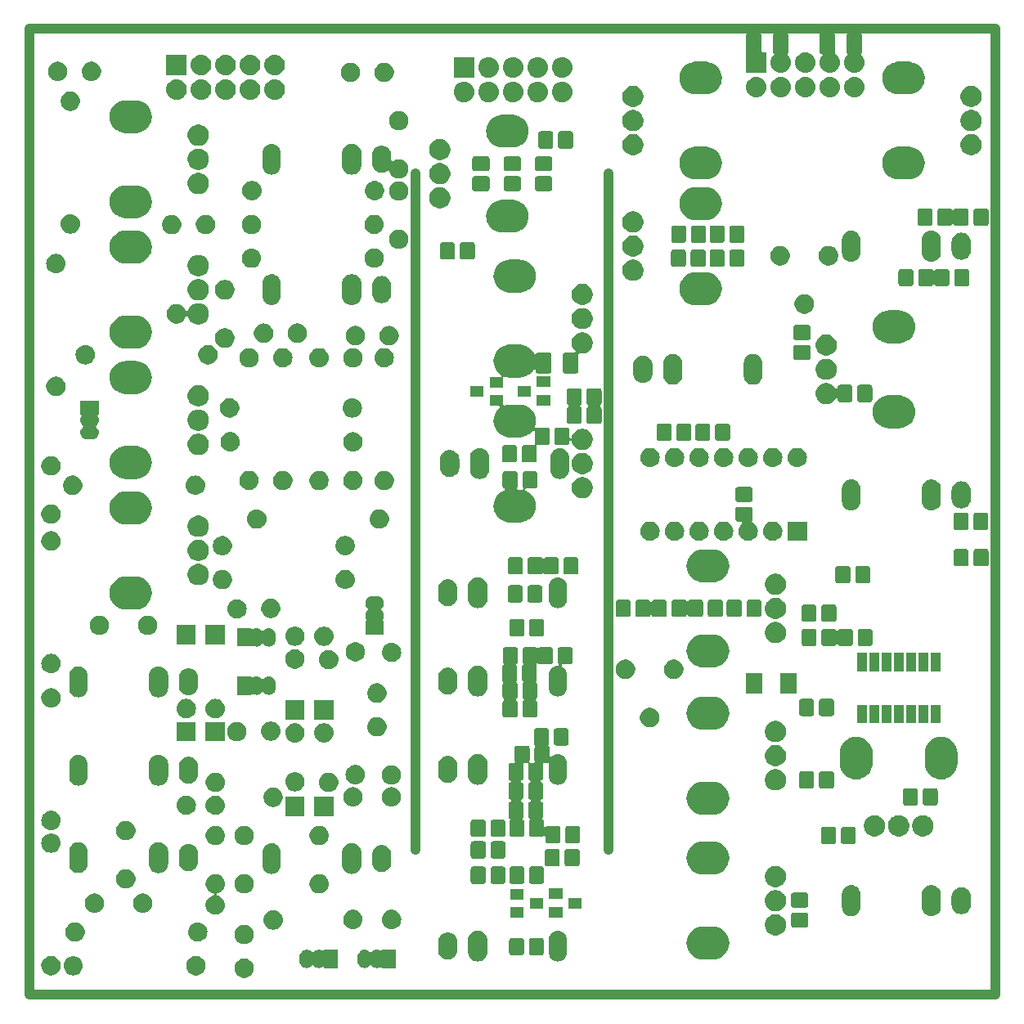
<source format=gbr>
%TF.GenerationSoftware,KiCad,Pcbnew,(5.1.0)-1*%
%TF.CreationDate,2019-10-05T22:59:33+02:00*%
%TF.ProjectId,Kicad_JE_SteinerVCF,4b696361-645f-44a4-955f-537465696e65,Rev A*%
%TF.SameCoordinates,Original*%
%TF.FileFunction,Soldermask,Bot*%
%TF.FilePolarity,Negative*%
%FSLAX46Y46*%
G04 Gerber Fmt 4.6, Leading zero omitted, Abs format (unit mm)*
G04 Created by KiCad (PCBNEW (5.1.0)-1) date 2019-10-05 22:59:33*
%MOMM*%
%LPD*%
G04 APERTURE LIST*
%ADD10C,1.000000*%
%ADD11C,0.150000*%
G04 APERTURE END LIST*
D10*
X90000000Y-65000000D02*
X90000000Y-65000000D01*
X90000000Y-135000000D02*
X90000000Y-135000000D01*
X110000000Y-135000000D02*
X110000000Y-135000000D01*
X110000000Y-65000000D02*
X110000000Y-65000000D01*
X110000000Y-135000000D02*
X110000000Y-65000000D01*
X110000000Y-65000000D02*
X110000000Y-135000000D01*
X90000000Y-135000000D02*
X90000000Y-65000000D01*
X90000000Y-65000000D02*
X90000000Y-135000000D01*
X150000000Y-50000000D02*
X50000000Y-50000000D01*
X150000000Y-150000000D02*
X150000000Y-50000000D01*
X50000000Y-150000000D02*
X150000000Y-150000000D01*
X50000000Y-50000000D02*
X50000000Y-150000000D01*
D11*
G36*
X72464227Y-146273021D02*
G01*
X72541689Y-146288429D01*
X72723678Y-146363811D01*
X72887463Y-146473249D01*
X73026751Y-146612537D01*
X73136189Y-146776322D01*
X73211571Y-146958311D01*
X73217503Y-146988135D01*
X73250000Y-147151507D01*
X73250000Y-147348493D01*
X73242830Y-147384537D01*
X73211571Y-147541689D01*
X73136189Y-147723678D01*
X73026751Y-147887463D01*
X72887463Y-148026751D01*
X72723678Y-148136189D01*
X72541689Y-148211571D01*
X72477290Y-148224381D01*
X72348493Y-148250000D01*
X72151507Y-148250000D01*
X72022710Y-148224381D01*
X71958311Y-148211571D01*
X71776322Y-148136189D01*
X71612537Y-148026751D01*
X71473249Y-147887463D01*
X71363811Y-147723678D01*
X71288429Y-147541689D01*
X71257170Y-147384537D01*
X71250000Y-147348493D01*
X71250000Y-147151507D01*
X71282497Y-146988135D01*
X71288429Y-146958311D01*
X71363811Y-146776322D01*
X71473249Y-146612537D01*
X71612537Y-146473249D01*
X71776322Y-146363811D01*
X71958311Y-146288429D01*
X72035773Y-146273021D01*
X72151507Y-146250000D01*
X72348493Y-146250000D01*
X72464227Y-146273021D01*
X72464227Y-146273021D01*
G37*
G36*
X67427487Y-146015713D02*
G01*
X67541689Y-146038429D01*
X67723678Y-146113811D01*
X67887463Y-146223249D01*
X68026751Y-146362537D01*
X68136189Y-146526322D01*
X68211571Y-146708311D01*
X68211571Y-146708312D01*
X68250000Y-146901507D01*
X68250000Y-147098493D01*
X68243655Y-147130390D01*
X68211571Y-147291689D01*
X68136189Y-147473678D01*
X68026751Y-147637463D01*
X67887463Y-147776751D01*
X67723678Y-147886189D01*
X67541689Y-147961571D01*
X67477290Y-147974381D01*
X67348493Y-148000000D01*
X67151507Y-148000000D01*
X67022710Y-147974381D01*
X66958311Y-147961571D01*
X66776322Y-147886189D01*
X66612537Y-147776751D01*
X66473249Y-147637463D01*
X66363811Y-147473678D01*
X66288429Y-147291689D01*
X66256345Y-147130390D01*
X66250000Y-147098493D01*
X66250000Y-146901507D01*
X66288429Y-146708312D01*
X66288429Y-146708311D01*
X66363811Y-146526322D01*
X66473249Y-146362537D01*
X66612537Y-146223249D01*
X66776322Y-146113811D01*
X66958311Y-146038429D01*
X67072513Y-146015713D01*
X67151507Y-146000000D01*
X67348493Y-146000000D01*
X67427487Y-146015713D01*
X67427487Y-146015713D01*
G37*
G36*
X54746032Y-146014469D02*
G01*
X54840284Y-146043060D01*
X54934535Y-146071651D01*
X54934537Y-146071652D01*
X55108258Y-146164507D01*
X55260528Y-146289472D01*
X55385493Y-146441742D01*
X55478348Y-146615463D01*
X55535531Y-146803968D01*
X55554838Y-147000000D01*
X55535531Y-147196032D01*
X55478348Y-147384537D01*
X55385493Y-147558258D01*
X55260528Y-147710528D01*
X55108258Y-147835493D01*
X54934537Y-147928348D01*
X54934535Y-147928349D01*
X54840284Y-147956940D01*
X54746032Y-147985531D01*
X54599124Y-148000000D01*
X54500876Y-148000000D01*
X54353968Y-147985531D01*
X54259715Y-147956939D01*
X54165465Y-147928349D01*
X54165463Y-147928348D01*
X53991742Y-147835493D01*
X53839472Y-147710528D01*
X53714507Y-147558258D01*
X53621652Y-147384537D01*
X53564469Y-147196032D01*
X53545162Y-147000000D01*
X53564469Y-146803968D01*
X53621652Y-146615463D01*
X53714507Y-146441742D01*
X53839472Y-146289472D01*
X53991742Y-146164507D01*
X54165463Y-146071652D01*
X54165465Y-146071651D01*
X54259716Y-146043060D01*
X54353968Y-146014469D01*
X54500876Y-146000000D01*
X54599124Y-146000000D01*
X54746032Y-146014469D01*
X54746032Y-146014469D01*
G37*
G36*
X52427487Y-146015713D02*
G01*
X52541689Y-146038429D01*
X52723678Y-146113811D01*
X52887463Y-146223249D01*
X53026751Y-146362537D01*
X53136189Y-146526322D01*
X53211571Y-146708311D01*
X53211571Y-146708312D01*
X53250000Y-146901507D01*
X53250000Y-147098493D01*
X53243655Y-147130390D01*
X53211571Y-147291689D01*
X53136189Y-147473678D01*
X53026751Y-147637463D01*
X52887463Y-147776751D01*
X52723678Y-147886189D01*
X52541689Y-147961571D01*
X52477290Y-147974381D01*
X52348493Y-148000000D01*
X52151507Y-148000000D01*
X52022710Y-147974381D01*
X51958311Y-147961571D01*
X51776322Y-147886189D01*
X51612537Y-147776751D01*
X51473249Y-147637463D01*
X51363811Y-147473678D01*
X51288429Y-147291689D01*
X51256345Y-147130390D01*
X51250000Y-147098493D01*
X51250000Y-146901507D01*
X51288429Y-146708312D01*
X51288429Y-146708311D01*
X51363811Y-146526322D01*
X51473249Y-146362537D01*
X51612537Y-146223249D01*
X51776322Y-146113811D01*
X51958311Y-146038429D01*
X52072513Y-146015713D01*
X52151507Y-146000000D01*
X52348493Y-146000000D01*
X52427487Y-146015713D01*
X52427487Y-146015713D01*
G37*
G36*
X80122125Y-145336813D02*
G01*
X80258788Y-145378269D01*
X80258791Y-145378270D01*
X80341077Y-145422253D01*
X80363716Y-145431631D01*
X80387749Y-145436411D01*
X80412253Y-145436411D01*
X80436286Y-145431631D01*
X80458925Y-145422253D01*
X80479300Y-145408639D01*
X80496627Y-145391312D01*
X80510240Y-145370938D01*
X80519618Y-145348299D01*
X80522878Y-145326322D01*
X81975000Y-145326322D01*
X81975000Y-147226322D01*
X80523591Y-147226322D01*
X80522598Y-147216243D01*
X80515485Y-147192794D01*
X80503934Y-147171183D01*
X80488389Y-147152241D01*
X80469447Y-147136696D01*
X80447836Y-147125145D01*
X80424387Y-147118032D01*
X80400001Y-147115630D01*
X80375615Y-147118032D01*
X80352166Y-147125145D01*
X80341077Y-147130390D01*
X80264759Y-147171183D01*
X80258787Y-147174375D01*
X80122124Y-147215831D01*
X79980000Y-147229829D01*
X79837875Y-147215831D01*
X79701212Y-147174375D01*
X79695240Y-147171183D01*
X79575264Y-147107054D01*
X79464867Y-147016455D01*
X79441626Y-146988135D01*
X79424299Y-146970807D01*
X79403924Y-146957194D01*
X79381285Y-146947816D01*
X79357252Y-146943036D01*
X79332748Y-146943036D01*
X79308715Y-146947816D01*
X79286076Y-146957194D01*
X79265702Y-146970807D01*
X79248374Y-146988135D01*
X79225133Y-147016454D01*
X79114735Y-147107054D01*
X78994759Y-147171183D01*
X78988787Y-147174375D01*
X78852124Y-147215831D01*
X78710000Y-147229829D01*
X78567875Y-147215831D01*
X78431212Y-147174375D01*
X78425240Y-147171183D01*
X78305264Y-147107054D01*
X78194868Y-147016455D01*
X78104268Y-146906057D01*
X78036948Y-146780111D01*
X78035799Y-146776324D01*
X77995491Y-146643446D01*
X77985000Y-146536928D01*
X77985000Y-146015715D01*
X77985123Y-146014470D01*
X77993190Y-145932556D01*
X77995491Y-145909197D01*
X78036947Y-145772534D01*
X78052170Y-145744054D01*
X78104268Y-145646586D01*
X78194868Y-145536190D01*
X78305265Y-145445590D01*
X78431211Y-145378270D01*
X78431213Y-145378269D01*
X78567876Y-145336813D01*
X78710000Y-145322815D01*
X78852125Y-145336813D01*
X78988788Y-145378269D01*
X78988790Y-145378270D01*
X79114736Y-145445590D01*
X79225132Y-145536188D01*
X79248373Y-145564509D01*
X79265700Y-145581836D01*
X79286074Y-145595450D01*
X79308713Y-145604828D01*
X79332746Y-145609609D01*
X79357250Y-145609609D01*
X79381284Y-145604829D01*
X79403923Y-145595452D01*
X79424297Y-145581839D01*
X79441625Y-145564511D01*
X79464868Y-145536190D01*
X79575265Y-145445590D01*
X79701211Y-145378270D01*
X79701213Y-145378269D01*
X79837876Y-145336813D01*
X79980000Y-145322815D01*
X80122125Y-145336813D01*
X80122125Y-145336813D01*
G37*
G36*
X86122125Y-145336813D02*
G01*
X86258788Y-145378269D01*
X86258791Y-145378270D01*
X86341077Y-145422253D01*
X86363716Y-145431631D01*
X86387749Y-145436411D01*
X86412253Y-145436411D01*
X86436286Y-145431631D01*
X86458925Y-145422253D01*
X86479300Y-145408639D01*
X86496627Y-145391312D01*
X86510240Y-145370938D01*
X86519618Y-145348299D01*
X86522878Y-145326322D01*
X87975000Y-145326322D01*
X87975000Y-147226322D01*
X86523591Y-147226322D01*
X86522598Y-147216243D01*
X86515485Y-147192794D01*
X86503934Y-147171183D01*
X86488389Y-147152241D01*
X86469447Y-147136696D01*
X86447836Y-147125145D01*
X86424387Y-147118032D01*
X86400001Y-147115630D01*
X86375615Y-147118032D01*
X86352166Y-147125145D01*
X86341077Y-147130390D01*
X86264759Y-147171183D01*
X86258787Y-147174375D01*
X86122124Y-147215831D01*
X85980000Y-147229829D01*
X85837875Y-147215831D01*
X85701212Y-147174375D01*
X85695240Y-147171183D01*
X85575264Y-147107054D01*
X85464867Y-147016455D01*
X85441626Y-146988135D01*
X85424299Y-146970807D01*
X85403924Y-146957194D01*
X85381285Y-146947816D01*
X85357252Y-146943036D01*
X85332748Y-146943036D01*
X85308715Y-146947816D01*
X85286076Y-146957194D01*
X85265702Y-146970807D01*
X85248374Y-146988135D01*
X85225133Y-147016454D01*
X85114735Y-147107054D01*
X84994759Y-147171183D01*
X84988787Y-147174375D01*
X84852124Y-147215831D01*
X84710000Y-147229829D01*
X84567875Y-147215831D01*
X84431212Y-147174375D01*
X84425240Y-147171183D01*
X84305264Y-147107054D01*
X84194868Y-147016455D01*
X84104268Y-146906057D01*
X84036948Y-146780111D01*
X84035799Y-146776324D01*
X83995491Y-146643446D01*
X83985000Y-146536928D01*
X83985000Y-146015715D01*
X83985123Y-146014470D01*
X83993190Y-145932556D01*
X83995491Y-145909197D01*
X84036947Y-145772534D01*
X84052170Y-145744054D01*
X84104268Y-145646586D01*
X84194868Y-145536190D01*
X84305265Y-145445590D01*
X84431211Y-145378270D01*
X84431213Y-145378269D01*
X84567876Y-145336813D01*
X84710000Y-145322815D01*
X84852125Y-145336813D01*
X84988788Y-145378269D01*
X84988790Y-145378270D01*
X85114736Y-145445590D01*
X85225132Y-145536188D01*
X85248373Y-145564509D01*
X85265700Y-145581836D01*
X85286074Y-145595450D01*
X85308713Y-145604828D01*
X85332746Y-145609609D01*
X85357250Y-145609609D01*
X85381284Y-145604829D01*
X85403923Y-145595452D01*
X85424297Y-145581839D01*
X85441625Y-145564511D01*
X85464868Y-145536190D01*
X85575265Y-145445590D01*
X85701211Y-145378270D01*
X85701213Y-145378269D01*
X85837876Y-145336813D01*
X85980000Y-145322815D01*
X86122125Y-145336813D01*
X86122125Y-145336813D01*
G37*
G36*
X96616373Y-143362489D02*
G01*
X96710626Y-143391081D01*
X96804876Y-143419671D01*
X96804878Y-143419672D01*
X96978599Y-143512527D01*
X97130869Y-143637492D01*
X97255834Y-143789762D01*
X97348689Y-143963483D01*
X97348690Y-143963485D01*
X97372413Y-144041689D01*
X97405872Y-144151988D01*
X97420341Y-144298896D01*
X97420341Y-145597144D01*
X97405872Y-145744052D01*
X97393677Y-145784252D01*
X97355776Y-145909197D01*
X97348689Y-145932557D01*
X97255834Y-146106278D01*
X97130869Y-146258548D01*
X96978599Y-146383513D01*
X96810712Y-146473249D01*
X96804875Y-146476369D01*
X96710624Y-146504960D01*
X96616372Y-146533551D01*
X96420341Y-146552858D01*
X96224309Y-146533551D01*
X96130057Y-146504960D01*
X96035806Y-146476369D01*
X96029969Y-146473249D01*
X95862083Y-146383513D01*
X95709813Y-146258548D01*
X95584848Y-146106278D01*
X95491993Y-145932556D01*
X95484908Y-145909199D01*
X95447005Y-145784251D01*
X95434810Y-145744051D01*
X95420341Y-145597143D01*
X95420341Y-144298896D01*
X95434810Y-144151985D01*
X95491992Y-143963486D01*
X95584849Y-143789762D01*
X95709814Y-143637492D01*
X95862084Y-143512527D01*
X96035805Y-143419672D01*
X96035807Y-143419671D01*
X96130057Y-143391081D01*
X96224310Y-143362489D01*
X96420341Y-143343182D01*
X96616373Y-143362489D01*
X96616373Y-143362489D01*
G37*
G36*
X104906573Y-143361766D02*
G01*
X104996111Y-143388927D01*
X105085650Y-143416088D01*
X105134320Y-143442103D01*
X105250686Y-143504302D01*
X105250688Y-143504303D01*
X105250687Y-143504303D01*
X105395343Y-143623018D01*
X105468800Y-143712527D01*
X105514059Y-143767675D01*
X105535467Y-143807727D01*
X105602273Y-143932711D01*
X105629434Y-144022250D01*
X105656595Y-144111788D01*
X105670341Y-144251355D01*
X105670341Y-145644685D01*
X105656595Y-145784252D01*
X105638709Y-145843213D01*
X105602273Y-145963329D01*
X105574938Y-146014469D01*
X105514060Y-146128364D01*
X105514058Y-146128366D01*
X105395343Y-146273022D01*
X105321588Y-146333550D01*
X105250686Y-146391738D01*
X105173172Y-146433170D01*
X105085651Y-146479951D01*
X105085648Y-146479952D01*
X104906572Y-146534274D01*
X104720341Y-146552616D01*
X104534109Y-146534274D01*
X104444571Y-146507113D01*
X104355032Y-146479952D01*
X104266818Y-146432800D01*
X104189996Y-146391738D01*
X104154417Y-146362539D01*
X104045339Y-146273022D01*
X103956284Y-146164507D01*
X103926623Y-146128365D01*
X103885191Y-146050851D01*
X103838410Y-145963330D01*
X103829075Y-145932556D01*
X103784087Y-145784251D01*
X103770341Y-145644684D01*
X103770341Y-144251354D01*
X103784087Y-144111791D01*
X103819124Y-143996291D01*
X103838410Y-143932712D01*
X103926624Y-143767675D01*
X103971883Y-143712527D01*
X104045340Y-143623018D01*
X104189996Y-143504303D01*
X104189995Y-143504303D01*
X104189997Y-143504302D01*
X104306363Y-143442103D01*
X104355033Y-143416088D01*
X104444572Y-143388927D01*
X104534110Y-143361766D01*
X104720341Y-143343424D01*
X104906573Y-143361766D01*
X104906573Y-143361766D01*
G37*
G36*
X93516373Y-143562489D02*
G01*
X93610626Y-143591081D01*
X93704876Y-143619671D01*
X93704878Y-143619672D01*
X93878599Y-143712527D01*
X94030869Y-143837492D01*
X94155834Y-143989762D01*
X94221058Y-144111789D01*
X94248690Y-144163485D01*
X94266949Y-144223678D01*
X94305872Y-144351989D01*
X94320341Y-144498897D01*
X94320341Y-145397144D01*
X94305872Y-145544052D01*
X94248689Y-145732557D01*
X94155834Y-145906278D01*
X94030869Y-146058548D01*
X93878599Y-146183513D01*
X93738216Y-146258548D01*
X93704875Y-146276369D01*
X93610624Y-146304960D01*
X93516372Y-146333551D01*
X93320341Y-146352858D01*
X93124309Y-146333551D01*
X93030056Y-146304959D01*
X92935806Y-146276369D01*
X92886473Y-146250000D01*
X92762083Y-146183513D01*
X92609813Y-146058548D01*
X92484848Y-145906278D01*
X92391993Y-145732556D01*
X92379688Y-145691991D01*
X92351491Y-145599039D01*
X92334810Y-145544051D01*
X92320341Y-145397143D01*
X92320341Y-144498896D01*
X92334810Y-144351985D01*
X92391992Y-144163486D01*
X92484849Y-143989762D01*
X92609814Y-143837492D01*
X92762084Y-143712527D01*
X92935805Y-143619672D01*
X92935807Y-143619671D01*
X93030058Y-143591080D01*
X93124310Y-143562489D01*
X93320341Y-143543182D01*
X93516373Y-143562489D01*
X93516373Y-143562489D01*
G37*
G36*
X120916759Y-142958199D02*
G01*
X121083258Y-142974598D01*
X121400584Y-143070858D01*
X121403712Y-143071807D01*
X121699035Y-143229660D01*
X121699038Y-143229662D01*
X121699039Y-143229663D01*
X121957897Y-143442103D01*
X122166294Y-143696034D01*
X122170340Y-143700965D01*
X122328193Y-143996288D01*
X122328194Y-143996291D01*
X122425402Y-144316742D01*
X122458225Y-144650000D01*
X122425402Y-144983258D01*
X122328194Y-145303709D01*
X122328193Y-145303712D01*
X122170340Y-145599035D01*
X122170338Y-145599038D01*
X122170337Y-145599039D01*
X121957897Y-145857897D01*
X121765595Y-146015716D01*
X121699035Y-146070340D01*
X121403712Y-146228193D01*
X121403709Y-146228194D01*
X121083258Y-146325402D01*
X120916759Y-146341801D01*
X120833511Y-146350000D01*
X119666489Y-146350000D01*
X119583241Y-146341801D01*
X119416742Y-146325402D01*
X119096291Y-146228194D01*
X119096288Y-146228193D01*
X118800965Y-146070340D01*
X118734406Y-146015716D01*
X118542103Y-145857897D01*
X118329663Y-145599039D01*
X118329662Y-145599038D01*
X118329660Y-145599035D01*
X118171807Y-145303712D01*
X118171806Y-145303709D01*
X118074598Y-144983258D01*
X118041775Y-144650000D01*
X118074598Y-144316742D01*
X118171806Y-143996291D01*
X118171807Y-143996288D01*
X118329660Y-143700965D01*
X118333707Y-143696034D01*
X118542103Y-143442103D01*
X118800961Y-143229663D01*
X118800962Y-143229662D01*
X118800965Y-143229660D01*
X119096288Y-143071807D01*
X119099416Y-143070858D01*
X119416742Y-142974598D01*
X119583241Y-142958199D01*
X119666489Y-142950000D01*
X120833511Y-142950000D01*
X120916759Y-142958199D01*
X120916759Y-142958199D01*
G37*
G36*
X103060529Y-144105710D02*
G01*
X103110378Y-144120831D01*
X103156310Y-144145382D01*
X103196574Y-144178426D01*
X103229618Y-144218690D01*
X103254169Y-144264622D01*
X103269290Y-144314471D01*
X103275000Y-144372444D01*
X103275000Y-145627556D01*
X103269290Y-145685529D01*
X103254169Y-145735378D01*
X103229618Y-145781310D01*
X103196574Y-145821574D01*
X103156310Y-145854618D01*
X103110378Y-145879169D01*
X103060529Y-145894290D01*
X103002556Y-145900000D01*
X101997444Y-145900000D01*
X101939471Y-145894290D01*
X101889622Y-145879169D01*
X101843690Y-145854618D01*
X101803426Y-145821574D01*
X101770382Y-145781310D01*
X101745831Y-145735378D01*
X101730710Y-145685529D01*
X101725000Y-145627556D01*
X101725000Y-144372444D01*
X101730710Y-144314471D01*
X101745831Y-144264622D01*
X101770382Y-144218690D01*
X101803426Y-144178426D01*
X101843690Y-144145382D01*
X101889622Y-144120831D01*
X101939471Y-144105710D01*
X101997444Y-144100000D01*
X103002556Y-144100000D01*
X103060529Y-144105710D01*
X103060529Y-144105710D01*
G37*
G36*
X101010529Y-144105710D02*
G01*
X101060378Y-144120831D01*
X101106310Y-144145382D01*
X101146574Y-144178426D01*
X101179618Y-144218690D01*
X101204169Y-144264622D01*
X101219290Y-144314471D01*
X101225000Y-144372444D01*
X101225000Y-145627556D01*
X101219290Y-145685529D01*
X101204169Y-145735378D01*
X101179618Y-145781310D01*
X101146574Y-145821574D01*
X101106310Y-145854618D01*
X101060378Y-145879169D01*
X101010529Y-145894290D01*
X100952556Y-145900000D01*
X99947444Y-145900000D01*
X99889471Y-145894290D01*
X99839622Y-145879169D01*
X99793690Y-145854618D01*
X99753426Y-145821574D01*
X99720382Y-145781310D01*
X99695831Y-145735378D01*
X99680710Y-145685529D01*
X99675000Y-145627556D01*
X99675000Y-144372444D01*
X99680710Y-144314471D01*
X99695831Y-144264622D01*
X99720382Y-144218690D01*
X99753426Y-144178426D01*
X99793690Y-144145382D01*
X99839622Y-144120831D01*
X99889471Y-144105710D01*
X99947444Y-144100000D01*
X100952556Y-144100000D01*
X101010529Y-144105710D01*
X101010529Y-144105710D01*
G37*
G36*
X72477290Y-142775619D02*
G01*
X72541689Y-142788429D01*
X72723678Y-142863811D01*
X72887463Y-142973249D01*
X73026751Y-143112537D01*
X73136189Y-143276322D01*
X73208629Y-143451209D01*
X73211571Y-143458312D01*
X73250000Y-143651507D01*
X73250000Y-143848493D01*
X73242830Y-143884537D01*
X73211571Y-144041689D01*
X73136189Y-144223678D01*
X73026751Y-144387463D01*
X72887463Y-144526751D01*
X72723678Y-144636189D01*
X72541689Y-144711571D01*
X72477290Y-144724381D01*
X72348493Y-144750000D01*
X72151507Y-144750000D01*
X72022710Y-144724381D01*
X71958311Y-144711571D01*
X71776322Y-144636189D01*
X71612537Y-144526751D01*
X71473249Y-144387463D01*
X71363811Y-144223678D01*
X71288429Y-144041689D01*
X71257170Y-143884537D01*
X71250000Y-143848493D01*
X71250000Y-143651507D01*
X71288429Y-143458312D01*
X71291371Y-143451209D01*
X71363811Y-143276322D01*
X71473249Y-143112537D01*
X71612537Y-142973249D01*
X71776322Y-142863811D01*
X71958311Y-142788429D01*
X72022710Y-142775619D01*
X72151507Y-142750000D01*
X72348493Y-142750000D01*
X72477290Y-142775619D01*
X72477290Y-142775619D01*
G37*
G36*
X54977290Y-142525619D02*
G01*
X55041689Y-142538429D01*
X55223678Y-142613811D01*
X55387463Y-142723249D01*
X55526751Y-142862537D01*
X55636189Y-143026322D01*
X55711571Y-143208311D01*
X55715818Y-143229663D01*
X55750000Y-143401507D01*
X55750000Y-143598493D01*
X55724874Y-143724808D01*
X55711571Y-143791689D01*
X55636189Y-143973678D01*
X55526751Y-144137463D01*
X55387463Y-144276751D01*
X55223678Y-144386189D01*
X55041689Y-144461571D01*
X54977290Y-144474381D01*
X54848493Y-144500000D01*
X54651507Y-144500000D01*
X54522710Y-144474381D01*
X54458311Y-144461571D01*
X54276322Y-144386189D01*
X54112537Y-144276751D01*
X53973249Y-144137463D01*
X53863811Y-143973678D01*
X53788429Y-143791689D01*
X53775126Y-143724808D01*
X53750000Y-143598493D01*
X53750000Y-143401507D01*
X53784182Y-143229663D01*
X53788429Y-143208311D01*
X53863811Y-143026322D01*
X53973249Y-142862537D01*
X54112537Y-142723249D01*
X54276322Y-142613811D01*
X54458311Y-142538429D01*
X54522710Y-142525619D01*
X54651507Y-142500000D01*
X54848493Y-142500000D01*
X54977290Y-142525619D01*
X54977290Y-142525619D01*
G37*
G36*
X67646032Y-142514469D02*
G01*
X67740285Y-142543061D01*
X67834535Y-142571651D01*
X67834537Y-142571652D01*
X68008258Y-142664507D01*
X68160528Y-142789472D01*
X68285493Y-142941742D01*
X68362328Y-143085492D01*
X68378349Y-143115465D01*
X68399603Y-143185530D01*
X68435531Y-143303968D01*
X68454838Y-143500000D01*
X68435531Y-143696032D01*
X68378348Y-143884537D01*
X68285493Y-144058258D01*
X68160528Y-144210528D01*
X68008258Y-144335493D01*
X67834537Y-144428348D01*
X67834535Y-144428349D01*
X67806161Y-144436956D01*
X67646032Y-144485531D01*
X67499124Y-144500000D01*
X67400876Y-144500000D01*
X67253968Y-144485531D01*
X67093839Y-144436956D01*
X67065465Y-144428349D01*
X67065463Y-144428348D01*
X66891742Y-144335493D01*
X66739472Y-144210528D01*
X66614507Y-144058258D01*
X66521652Y-143884537D01*
X66464469Y-143696032D01*
X66445162Y-143500000D01*
X66464469Y-143303968D01*
X66500397Y-143185530D01*
X66521651Y-143115465D01*
X66537672Y-143085492D01*
X66614507Y-142941742D01*
X66739472Y-142789472D01*
X66891742Y-142664507D01*
X67065463Y-142571652D01*
X67065465Y-142571651D01*
X67159716Y-142543060D01*
X67253968Y-142514469D01*
X67400876Y-142500000D01*
X67499124Y-142500000D01*
X67646032Y-142514469D01*
X67646032Y-142514469D01*
G37*
G36*
X127570857Y-141692272D02*
G01*
X127771043Y-141775192D01*
X127771045Y-141775193D01*
X127831313Y-141815463D01*
X127951208Y-141895574D01*
X128104426Y-142048792D01*
X128224808Y-142228957D01*
X128307728Y-142429143D01*
X128350000Y-142641658D01*
X128350000Y-142858342D01*
X128307728Y-143070857D01*
X128233524Y-143250000D01*
X128224807Y-143271045D01*
X128176606Y-143343182D01*
X128104426Y-143451208D01*
X127951208Y-143604426D01*
X127901721Y-143637492D01*
X127771045Y-143724807D01*
X127771044Y-143724808D01*
X127771043Y-143724808D01*
X127570857Y-143807728D01*
X127358342Y-143850000D01*
X127141658Y-143850000D01*
X126929143Y-143807728D01*
X126728957Y-143724808D01*
X126728956Y-143724808D01*
X126728955Y-143724807D01*
X126598279Y-143637492D01*
X126548792Y-143604426D01*
X126395574Y-143451208D01*
X126323394Y-143343182D01*
X126275193Y-143271045D01*
X126266476Y-143250000D01*
X126192272Y-143070857D01*
X126150000Y-142858342D01*
X126150000Y-142641658D01*
X126192272Y-142429143D01*
X126275192Y-142228957D01*
X126395574Y-142048792D01*
X126548792Y-141895574D01*
X126668687Y-141815463D01*
X126728955Y-141775193D01*
X126728957Y-141775192D01*
X126929143Y-141692272D01*
X127141658Y-141650000D01*
X127358342Y-141650000D01*
X127570857Y-141692272D01*
X127570857Y-141692272D01*
G37*
G36*
X75446032Y-141264469D02*
G01*
X75540285Y-141293061D01*
X75634535Y-141321651D01*
X75634537Y-141321652D01*
X75808258Y-141414507D01*
X75960528Y-141539472D01*
X76085493Y-141691742D01*
X76172669Y-141854838D01*
X76178349Y-141865465D01*
X76206939Y-141959715D01*
X76235531Y-142053968D01*
X76254838Y-142250000D01*
X76235531Y-142446032D01*
X76235530Y-142446034D01*
X76184636Y-142613811D01*
X76178348Y-142634537D01*
X76085493Y-142808258D01*
X75960528Y-142960528D01*
X75808258Y-143085493D01*
X75634537Y-143178348D01*
X75634535Y-143178349D01*
X75563161Y-143200000D01*
X75446032Y-143235531D01*
X75299124Y-143250000D01*
X75200876Y-143250000D01*
X75053968Y-143235531D01*
X74936839Y-143200000D01*
X74865465Y-143178349D01*
X74865463Y-143178348D01*
X74691742Y-143085493D01*
X74539472Y-142960528D01*
X74414507Y-142808258D01*
X74321652Y-142634537D01*
X74315365Y-142613811D01*
X74264470Y-142446034D01*
X74264469Y-142446032D01*
X74245162Y-142250000D01*
X74264469Y-142053968D01*
X74293061Y-141959715D01*
X74321651Y-141865465D01*
X74327331Y-141854838D01*
X74414507Y-141691742D01*
X74539472Y-141539472D01*
X74691742Y-141414507D01*
X74865463Y-141321652D01*
X74865465Y-141321651D01*
X74959715Y-141293061D01*
X75053968Y-141264469D01*
X75200876Y-141250000D01*
X75299124Y-141250000D01*
X75446032Y-141264469D01*
X75446032Y-141264469D01*
G37*
G36*
X87696032Y-141214469D02*
G01*
X87790285Y-141243061D01*
X87884535Y-141271651D01*
X87884537Y-141271652D01*
X88058258Y-141364507D01*
X88210528Y-141489472D01*
X88335493Y-141641742D01*
X88391991Y-141747444D01*
X88428349Y-141815465D01*
X88443516Y-141865463D01*
X88485531Y-142003968D01*
X88504838Y-142200000D01*
X88485531Y-142396032D01*
X88428348Y-142584537D01*
X88335493Y-142758258D01*
X88210528Y-142910528D01*
X88058258Y-143035493D01*
X87884537Y-143128348D01*
X87884535Y-143128349D01*
X87790284Y-143156940D01*
X87696032Y-143185531D01*
X87549124Y-143200000D01*
X87450876Y-143200000D01*
X87303968Y-143185531D01*
X87209716Y-143156940D01*
X87115465Y-143128349D01*
X87115463Y-143128348D01*
X86941742Y-143035493D01*
X86789472Y-142910528D01*
X86664507Y-142758258D01*
X86571652Y-142584537D01*
X86514469Y-142396032D01*
X86495162Y-142200000D01*
X86514469Y-142003968D01*
X86556484Y-141865463D01*
X86571651Y-141815465D01*
X86608009Y-141747444D01*
X86664507Y-141641742D01*
X86789472Y-141489472D01*
X86941742Y-141364507D01*
X87115463Y-141271652D01*
X87115465Y-141271651D01*
X87209715Y-141243061D01*
X87303968Y-141214469D01*
X87450876Y-141200000D01*
X87549124Y-141200000D01*
X87696032Y-141214469D01*
X87696032Y-141214469D01*
G37*
G36*
X83696032Y-141214469D02*
G01*
X83790285Y-141243061D01*
X83884535Y-141271651D01*
X83884537Y-141271652D01*
X84058258Y-141364507D01*
X84210528Y-141489472D01*
X84335493Y-141641742D01*
X84391991Y-141747444D01*
X84428349Y-141815465D01*
X84443516Y-141865463D01*
X84485531Y-142003968D01*
X84504838Y-142200000D01*
X84485531Y-142396032D01*
X84428348Y-142584537D01*
X84335493Y-142758258D01*
X84210528Y-142910528D01*
X84058258Y-143035493D01*
X83884537Y-143128348D01*
X83884535Y-143128349D01*
X83790284Y-143156940D01*
X83696032Y-143185531D01*
X83549124Y-143200000D01*
X83450876Y-143200000D01*
X83303968Y-143185531D01*
X83209716Y-143156940D01*
X83115465Y-143128349D01*
X83115463Y-143128348D01*
X82941742Y-143035493D01*
X82789472Y-142910528D01*
X82664507Y-142758258D01*
X82571652Y-142584537D01*
X82514469Y-142396032D01*
X82495162Y-142200000D01*
X82514469Y-142003968D01*
X82556484Y-141865463D01*
X82571651Y-141815465D01*
X82608009Y-141747444D01*
X82664507Y-141641742D01*
X82789472Y-141489472D01*
X82941742Y-141364507D01*
X83115463Y-141271652D01*
X83115465Y-141271651D01*
X83209715Y-141243061D01*
X83303968Y-141214469D01*
X83450876Y-141200000D01*
X83549124Y-141200000D01*
X83696032Y-141214469D01*
X83696032Y-141214469D01*
G37*
G36*
X130435529Y-141480710D02*
G01*
X130485378Y-141495831D01*
X130531310Y-141520382D01*
X130571574Y-141553426D01*
X130604618Y-141593690D01*
X130629169Y-141639622D01*
X130644290Y-141689471D01*
X130650000Y-141747444D01*
X130650000Y-142752556D01*
X130644290Y-142810529D01*
X130629169Y-142860378D01*
X130604618Y-142906310D01*
X130571574Y-142946574D01*
X130531310Y-142979618D01*
X130485378Y-143004169D01*
X130435529Y-143019290D01*
X130377556Y-143025000D01*
X129122444Y-143025000D01*
X129064471Y-143019290D01*
X129014622Y-143004169D01*
X128968690Y-142979618D01*
X128928426Y-142946574D01*
X128895382Y-142906310D01*
X128870831Y-142860378D01*
X128855710Y-142810529D01*
X128850000Y-142752556D01*
X128850000Y-141747444D01*
X128855710Y-141689471D01*
X128870831Y-141639622D01*
X128895382Y-141593690D01*
X128928426Y-141553426D01*
X128968690Y-141520382D01*
X129014622Y-141495831D01*
X129064471Y-141480710D01*
X129122444Y-141475000D01*
X130377556Y-141475000D01*
X130435529Y-141480710D01*
X130435529Y-141480710D01*
G37*
G36*
X101200000Y-142050000D02*
G01*
X99800000Y-142050000D01*
X99800000Y-140950000D01*
X101200000Y-140950000D01*
X101200000Y-142050000D01*
X101200000Y-142050000D01*
G37*
G36*
X105200000Y-142000000D02*
G01*
X103800000Y-142000000D01*
X103800000Y-140900000D01*
X105200000Y-140900000D01*
X105200000Y-142000000D01*
X105200000Y-142000000D01*
G37*
G36*
X143576031Y-138664469D02*
G01*
X143670284Y-138693061D01*
X143764534Y-138721651D01*
X143764536Y-138721652D01*
X143938258Y-138814507D01*
X144090528Y-138939472D01*
X144215493Y-139091742D01*
X144291901Y-139234693D01*
X144308349Y-139265465D01*
X144316320Y-139291742D01*
X144365531Y-139453968D01*
X144380000Y-139600876D01*
X144380000Y-140899124D01*
X144365531Y-141046032D01*
X144353336Y-141086232D01*
X144311300Y-141224808D01*
X144308348Y-141234537D01*
X144215493Y-141408258D01*
X144090528Y-141560528D01*
X143938258Y-141685493D01*
X143764537Y-141778348D01*
X143764535Y-141778349D01*
X143670284Y-141806940D01*
X143576032Y-141835531D01*
X143380000Y-141854838D01*
X143183969Y-141835531D01*
X143089716Y-141806939D01*
X142995466Y-141778349D01*
X142995464Y-141778348D01*
X142821743Y-141685493D01*
X142669473Y-141560528D01*
X142544508Y-141408258D01*
X142451651Y-141234534D01*
X142394469Y-141046035D01*
X142380000Y-140899124D01*
X142380000Y-139600877D01*
X142394469Y-139453969D01*
X142423060Y-139359717D01*
X142451651Y-139265466D01*
X142468100Y-139234692D01*
X142544507Y-139091742D01*
X142669472Y-138939472D01*
X142821742Y-138814507D01*
X142995463Y-138721652D01*
X142995465Y-138721651D01*
X143089715Y-138693061D01*
X143183968Y-138664469D01*
X143380000Y-138645162D01*
X143576031Y-138664469D01*
X143576031Y-138664469D01*
G37*
G36*
X135266231Y-138663746D02*
G01*
X135445307Y-138718068D01*
X135445310Y-138718069D01*
X135532831Y-138764850D01*
X135610345Y-138806282D01*
X135620368Y-138814508D01*
X135755002Y-138924998D01*
X135863073Y-139056685D01*
X135873718Y-139069655D01*
X135909961Y-139137461D01*
X135961932Y-139234691D01*
X136016254Y-139413769D01*
X136030000Y-139553334D01*
X136030000Y-140946666D01*
X136027209Y-140975000D01*
X136016254Y-141086232D01*
X136010735Y-141104425D01*
X135961932Y-141265309D01*
X135955816Y-141276751D01*
X135882184Y-141414507D01*
X135873717Y-141430346D01*
X135755002Y-141575002D01*
X135623394Y-141683009D01*
X135610345Y-141693718D01*
X135533523Y-141734780D01*
X135445309Y-141781932D01*
X135355770Y-141809093D01*
X135266232Y-141836254D01*
X135080000Y-141854596D01*
X134893769Y-141836254D01*
X134804231Y-141809093D01*
X134714692Y-141781932D01*
X134626478Y-141734780D01*
X134549656Y-141693718D01*
X134536607Y-141683009D01*
X134404999Y-141575002D01*
X134286284Y-141430346D01*
X134277818Y-141414507D01*
X134198069Y-141265308D01*
X134143747Y-141086232D01*
X134143747Y-141086231D01*
X134143746Y-141086229D01*
X134130000Y-140946666D01*
X134130000Y-139553335D01*
X134142002Y-139431475D01*
X134143746Y-139413769D01*
X134198068Y-139234693D01*
X134198069Y-139234690D01*
X134250039Y-139137461D01*
X134286282Y-139069655D01*
X134331541Y-139014507D01*
X134404998Y-138924998D01*
X134549654Y-138806283D01*
X134549653Y-138806283D01*
X134549655Y-138806282D01*
X134626477Y-138765220D01*
X134714691Y-138718068D01*
X134804230Y-138690907D01*
X134893768Y-138663746D01*
X135080000Y-138645404D01*
X135266231Y-138663746D01*
X135266231Y-138663746D01*
G37*
G36*
X69476197Y-137525402D02*
G01*
X69541689Y-137538429D01*
X69723678Y-137613811D01*
X69887463Y-137723249D01*
X70026751Y-137862537D01*
X70136189Y-138026322D01*
X70211571Y-138208311D01*
X70224049Y-138271043D01*
X70250000Y-138401507D01*
X70250000Y-138598493D01*
X70224874Y-138724808D01*
X70211571Y-138791689D01*
X70136189Y-138973678D01*
X70026751Y-139137463D01*
X69887463Y-139276751D01*
X69723678Y-139386189D01*
X69568057Y-139450649D01*
X69541689Y-139461571D01*
X69469829Y-139475865D01*
X69446380Y-139482978D01*
X69424770Y-139494530D01*
X69405828Y-139510075D01*
X69390283Y-139529017D01*
X69378732Y-139550628D01*
X69371619Y-139574077D01*
X69369217Y-139598463D01*
X69371619Y-139622849D01*
X69378732Y-139646298D01*
X69390284Y-139667908D01*
X69405829Y-139686850D01*
X69424771Y-139702395D01*
X69457930Y-139718079D01*
X69634535Y-139771651D01*
X69634537Y-139771652D01*
X69808258Y-139864507D01*
X69960528Y-139989472D01*
X70085493Y-140141742D01*
X70178348Y-140315463D01*
X70178349Y-140315465D01*
X70204449Y-140401507D01*
X70235531Y-140503968D01*
X70254838Y-140700000D01*
X70235531Y-140896032D01*
X70220171Y-140946665D01*
X70190029Y-141046032D01*
X70178348Y-141084537D01*
X70085493Y-141258258D01*
X69960528Y-141410528D01*
X69808258Y-141535493D01*
X69641263Y-141624753D01*
X69634535Y-141628349D01*
X69563161Y-141650000D01*
X69446032Y-141685531D01*
X69299124Y-141700000D01*
X69200876Y-141700000D01*
X69053968Y-141685531D01*
X68936839Y-141650000D01*
X68865465Y-141628349D01*
X68858737Y-141624753D01*
X68691742Y-141535493D01*
X68539472Y-141410528D01*
X68414507Y-141258258D01*
X68321652Y-141084537D01*
X68309972Y-141046032D01*
X68279829Y-140946665D01*
X68264469Y-140896032D01*
X68245162Y-140700000D01*
X68264469Y-140503968D01*
X68295551Y-140401507D01*
X68321651Y-140315465D01*
X68321652Y-140315463D01*
X68414507Y-140141742D01*
X68539472Y-139989472D01*
X68691742Y-139864507D01*
X68865463Y-139771652D01*
X68865465Y-139771651D01*
X69042070Y-139718079D01*
X69064708Y-139708701D01*
X69085083Y-139695088D01*
X69102410Y-139677761D01*
X69116023Y-139657386D01*
X69125401Y-139634747D01*
X69130181Y-139610714D01*
X69130181Y-139586210D01*
X69125401Y-139562177D01*
X69116023Y-139539538D01*
X69102410Y-139519163D01*
X69085083Y-139501836D01*
X69064708Y-139488223D01*
X69030171Y-139475865D01*
X68958311Y-139461571D01*
X68931943Y-139450649D01*
X68776322Y-139386189D01*
X68612537Y-139276751D01*
X68473249Y-139137463D01*
X68363811Y-138973678D01*
X68288429Y-138791689D01*
X68275126Y-138724808D01*
X68250000Y-138598493D01*
X68250000Y-138401507D01*
X68275951Y-138271043D01*
X68288429Y-138208311D01*
X68363811Y-138026322D01*
X68473249Y-137862537D01*
X68612537Y-137723249D01*
X68776322Y-137613811D01*
X68958311Y-137538429D01*
X69023803Y-137525402D01*
X69151507Y-137500000D01*
X69348493Y-137500000D01*
X69476197Y-137525402D01*
X69476197Y-137525402D01*
G37*
G36*
X146676031Y-138864469D02*
G01*
X146747631Y-138886189D01*
X146864534Y-138921651D01*
X146864536Y-138921652D01*
X147038258Y-139014507D01*
X147190528Y-139139472D01*
X147315493Y-139291742D01*
X147400430Y-139450649D01*
X147408349Y-139465465D01*
X147418825Y-139500000D01*
X147465531Y-139653968D01*
X147480000Y-139800876D01*
X147480000Y-140699123D01*
X147465531Y-140846031D01*
X147443635Y-140918213D01*
X147426409Y-140975000D01*
X147408348Y-141034537D01*
X147315493Y-141208258D01*
X147190528Y-141360528D01*
X147038258Y-141485493D01*
X146911163Y-141553426D01*
X146864535Y-141578349D01*
X146813962Y-141593690D01*
X146676032Y-141635531D01*
X146480000Y-141654838D01*
X146283969Y-141635531D01*
X146146039Y-141593690D01*
X146095466Y-141578349D01*
X146048838Y-141553426D01*
X145921743Y-141485493D01*
X145769473Y-141360528D01*
X145644508Y-141208258D01*
X145551651Y-141034534D01*
X145494469Y-140846035D01*
X145480000Y-140699124D01*
X145480000Y-139800877D01*
X145494469Y-139653969D01*
X145532373Y-139529017D01*
X145551651Y-139465466D01*
X145589008Y-139395575D01*
X145644507Y-139291742D01*
X145769472Y-139139472D01*
X145921742Y-139014507D01*
X146095463Y-138921652D01*
X146095465Y-138921651D01*
X146212368Y-138886189D01*
X146283968Y-138864469D01*
X146480000Y-138845162D01*
X146676031Y-138864469D01*
X146676031Y-138864469D01*
G37*
G36*
X56967600Y-139523692D02*
G01*
X57041689Y-139538429D01*
X57223678Y-139613811D01*
X57387463Y-139723249D01*
X57526751Y-139862537D01*
X57636189Y-140026322D01*
X57711571Y-140208311D01*
X57711571Y-140208312D01*
X57750000Y-140401507D01*
X57750000Y-140598493D01*
X57729057Y-140703781D01*
X57711571Y-140791689D01*
X57636189Y-140973678D01*
X57526751Y-141137463D01*
X57387463Y-141276751D01*
X57223678Y-141386189D01*
X57041689Y-141461571D01*
X56977290Y-141474381D01*
X56848493Y-141500000D01*
X56651507Y-141500000D01*
X56522710Y-141474381D01*
X56458311Y-141461571D01*
X56276322Y-141386189D01*
X56112537Y-141276751D01*
X55973249Y-141137463D01*
X55863811Y-140973678D01*
X55788429Y-140791689D01*
X55770943Y-140703781D01*
X55750000Y-140598493D01*
X55750000Y-140401507D01*
X55788429Y-140208312D01*
X55788429Y-140208311D01*
X55863811Y-140026322D01*
X55973249Y-139862537D01*
X56112537Y-139723249D01*
X56276322Y-139613811D01*
X56458311Y-139538429D01*
X56532400Y-139523692D01*
X56651507Y-139500000D01*
X56848493Y-139500000D01*
X56967600Y-139523692D01*
X56967600Y-139523692D01*
G37*
G36*
X61967600Y-139523692D02*
G01*
X62041689Y-139538429D01*
X62223678Y-139613811D01*
X62387463Y-139723249D01*
X62526751Y-139862537D01*
X62636189Y-140026322D01*
X62711571Y-140208311D01*
X62711571Y-140208312D01*
X62750000Y-140401507D01*
X62750000Y-140598493D01*
X62729057Y-140703781D01*
X62711571Y-140791689D01*
X62636189Y-140973678D01*
X62526751Y-141137463D01*
X62387463Y-141276751D01*
X62223678Y-141386189D01*
X62041689Y-141461571D01*
X61977290Y-141474381D01*
X61848493Y-141500000D01*
X61651507Y-141500000D01*
X61522710Y-141474381D01*
X61458311Y-141461571D01*
X61276322Y-141386189D01*
X61112537Y-141276751D01*
X60973249Y-141137463D01*
X60863811Y-140973678D01*
X60788429Y-140791689D01*
X60770943Y-140703781D01*
X60750000Y-140598493D01*
X60750000Y-140401507D01*
X60788429Y-140208312D01*
X60788429Y-140208311D01*
X60863811Y-140026322D01*
X60973249Y-139862537D01*
X61112537Y-139723249D01*
X61276322Y-139613811D01*
X61458311Y-139538429D01*
X61532400Y-139523692D01*
X61651507Y-139500000D01*
X61848493Y-139500000D01*
X61967600Y-139523692D01*
X61967600Y-139523692D01*
G37*
G36*
X127570857Y-139192272D02*
G01*
X127747562Y-139265466D01*
X127771045Y-139275193D01*
X127795812Y-139291742D01*
X127951208Y-139395574D01*
X128104426Y-139548792D01*
X128137615Y-139598463D01*
X128211274Y-139708701D01*
X128224808Y-139728957D01*
X128307728Y-139929143D01*
X128350000Y-140141658D01*
X128350000Y-140358342D01*
X128307728Y-140570857D01*
X128254598Y-140699123D01*
X128224807Y-140771045D01*
X128174701Y-140846034D01*
X128105667Y-140949351D01*
X128104425Y-140951209D01*
X127951209Y-141104425D01*
X127771045Y-141224807D01*
X127771044Y-141224808D01*
X127771043Y-141224808D01*
X127570857Y-141307728D01*
X127358342Y-141350000D01*
X127141658Y-141350000D01*
X126929143Y-141307728D01*
X126728957Y-141224808D01*
X126728956Y-141224808D01*
X126728955Y-141224807D01*
X126548791Y-141104425D01*
X126395575Y-140951209D01*
X126394334Y-140949351D01*
X126325299Y-140846034D01*
X126275193Y-140771045D01*
X126245402Y-140699123D01*
X126192272Y-140570857D01*
X126150000Y-140358342D01*
X126150000Y-140141658D01*
X126192272Y-139929143D01*
X126275192Y-139728957D01*
X126288727Y-139708701D01*
X126362385Y-139598463D01*
X126395574Y-139548792D01*
X126548792Y-139395574D01*
X126704188Y-139291742D01*
X126728955Y-139275193D01*
X126752438Y-139265466D01*
X126929143Y-139192272D01*
X127141658Y-139150000D01*
X127358342Y-139150000D01*
X127570857Y-139192272D01*
X127570857Y-139192272D01*
G37*
G36*
X103200000Y-141100000D02*
G01*
X101800000Y-141100000D01*
X101800000Y-140000000D01*
X103200000Y-140000000D01*
X103200000Y-141100000D01*
X103200000Y-141100000D01*
G37*
G36*
X107200000Y-141050000D02*
G01*
X105800000Y-141050000D01*
X105800000Y-139950000D01*
X107200000Y-139950000D01*
X107200000Y-141050000D01*
X107200000Y-141050000D01*
G37*
G36*
X130435529Y-139430710D02*
G01*
X130485378Y-139445831D01*
X130531310Y-139470382D01*
X130571574Y-139503426D01*
X130604618Y-139543690D01*
X130629169Y-139589622D01*
X130644290Y-139639471D01*
X130650000Y-139697444D01*
X130650000Y-140702556D01*
X130644290Y-140760529D01*
X130629169Y-140810378D01*
X130604618Y-140856310D01*
X130571574Y-140896574D01*
X130531310Y-140929618D01*
X130485378Y-140954169D01*
X130435529Y-140969290D01*
X130377556Y-140975000D01*
X129122444Y-140975000D01*
X129064471Y-140969290D01*
X129014622Y-140954169D01*
X128968690Y-140929618D01*
X128928426Y-140896574D01*
X128895382Y-140856310D01*
X128870831Y-140810378D01*
X128855710Y-140760529D01*
X128850000Y-140702556D01*
X128850000Y-139697444D01*
X128855710Y-139639471D01*
X128870831Y-139589622D01*
X128895382Y-139543690D01*
X128928426Y-139503426D01*
X128968690Y-139470382D01*
X129014622Y-139445831D01*
X129064471Y-139430710D01*
X129122444Y-139425000D01*
X130377556Y-139425000D01*
X130435529Y-139430710D01*
X130435529Y-139430710D01*
G37*
G36*
X101200000Y-140150000D02*
G01*
X99800000Y-140150000D01*
X99800000Y-139050000D01*
X101200000Y-139050000D01*
X101200000Y-140150000D01*
X101200000Y-140150000D01*
G37*
G36*
X105200000Y-140100000D02*
G01*
X103800000Y-140100000D01*
X103800000Y-139000000D01*
X105200000Y-139000000D01*
X105200000Y-140100000D01*
X105200000Y-140100000D01*
G37*
G36*
X72476197Y-137525402D02*
G01*
X72541689Y-137538429D01*
X72723678Y-137613811D01*
X72887463Y-137723249D01*
X73026751Y-137862537D01*
X73136189Y-138026322D01*
X73211571Y-138208311D01*
X73224049Y-138271043D01*
X73250000Y-138401507D01*
X73250000Y-138598493D01*
X73224874Y-138724808D01*
X73211571Y-138791689D01*
X73136189Y-138973678D01*
X73026751Y-139137463D01*
X72887463Y-139276751D01*
X72723678Y-139386189D01*
X72541689Y-139461571D01*
X72477290Y-139474381D01*
X72348493Y-139500000D01*
X72151507Y-139500000D01*
X72022710Y-139474381D01*
X71958311Y-139461571D01*
X71776322Y-139386189D01*
X71612537Y-139276751D01*
X71473249Y-139137463D01*
X71363811Y-138973678D01*
X71288429Y-138791689D01*
X71275126Y-138724808D01*
X71250000Y-138598493D01*
X71250000Y-138401507D01*
X71275951Y-138271043D01*
X71288429Y-138208311D01*
X71363811Y-138026322D01*
X71473249Y-137862537D01*
X71612537Y-137723249D01*
X71776322Y-137613811D01*
X71958311Y-137538429D01*
X72023803Y-137525402D01*
X72151507Y-137500000D01*
X72348493Y-137500000D01*
X72476197Y-137525402D01*
X72476197Y-137525402D01*
G37*
G36*
X80226197Y-137525402D02*
G01*
X80291689Y-137538429D01*
X80473678Y-137613811D01*
X80637463Y-137723249D01*
X80776751Y-137862537D01*
X80886189Y-138026322D01*
X80961571Y-138208311D01*
X80974049Y-138271043D01*
X81000000Y-138401507D01*
X81000000Y-138598493D01*
X80974874Y-138724808D01*
X80961571Y-138791689D01*
X80886189Y-138973678D01*
X80776751Y-139137463D01*
X80637463Y-139276751D01*
X80473678Y-139386189D01*
X80291689Y-139461571D01*
X80227290Y-139474381D01*
X80098493Y-139500000D01*
X79901507Y-139500000D01*
X79772710Y-139474381D01*
X79708311Y-139461571D01*
X79526322Y-139386189D01*
X79362537Y-139276751D01*
X79223249Y-139137463D01*
X79113811Y-138973678D01*
X79038429Y-138791689D01*
X79025126Y-138724808D01*
X79000000Y-138598493D01*
X79000000Y-138401507D01*
X79025951Y-138271043D01*
X79038429Y-138208311D01*
X79113811Y-138026322D01*
X79223249Y-137862537D01*
X79362537Y-137723249D01*
X79526322Y-137613811D01*
X79708311Y-137538429D01*
X79773803Y-137525402D01*
X79901507Y-137500000D01*
X80098493Y-137500000D01*
X80226197Y-137525402D01*
X80226197Y-137525402D01*
G37*
G36*
X60227290Y-137025619D02*
G01*
X60291689Y-137038429D01*
X60473678Y-137113811D01*
X60637463Y-137223249D01*
X60776751Y-137362537D01*
X60886189Y-137526322D01*
X60961571Y-137708311D01*
X60961571Y-137708312D01*
X60992249Y-137862539D01*
X61000000Y-137901509D01*
X61000000Y-138098491D01*
X60961571Y-138291689D01*
X60886189Y-138473678D01*
X60776751Y-138637463D01*
X60637463Y-138776751D01*
X60473678Y-138886189D01*
X60291689Y-138961571D01*
X60230832Y-138973676D01*
X60098493Y-139000000D01*
X59901507Y-139000000D01*
X59769168Y-138973676D01*
X59708311Y-138961571D01*
X59526322Y-138886189D01*
X59362537Y-138776751D01*
X59223249Y-138637463D01*
X59113811Y-138473678D01*
X59038429Y-138291689D01*
X59000000Y-138098491D01*
X59000000Y-137901509D01*
X59007752Y-137862539D01*
X59038429Y-137708312D01*
X59038429Y-137708311D01*
X59113811Y-137526322D01*
X59223249Y-137362537D01*
X59362537Y-137223249D01*
X59526322Y-137113811D01*
X59708311Y-137038429D01*
X59772710Y-137025619D01*
X59901507Y-137000000D01*
X60098493Y-137000000D01*
X60227290Y-137025619D01*
X60227290Y-137025619D01*
G37*
G36*
X127570857Y-136692272D02*
G01*
X127771043Y-136775192D01*
X127771045Y-136775193D01*
X127831081Y-136815308D01*
X127951208Y-136895574D01*
X128104426Y-137048792D01*
X128147870Y-137113811D01*
X128222166Y-137225002D01*
X128224808Y-137228957D01*
X128307728Y-137429143D01*
X128350000Y-137641658D01*
X128350000Y-137858342D01*
X128307728Y-138070857D01*
X128250792Y-138208312D01*
X128224807Y-138271045D01*
X128211013Y-138291689D01*
X128115675Y-138434373D01*
X128104425Y-138451209D01*
X127951209Y-138604425D01*
X127771045Y-138724807D01*
X127771044Y-138724808D01*
X127771043Y-138724808D01*
X127570857Y-138807728D01*
X127358342Y-138850000D01*
X127141658Y-138850000D01*
X126929143Y-138807728D01*
X126728957Y-138724808D01*
X126728956Y-138724808D01*
X126728955Y-138724807D01*
X126548791Y-138604425D01*
X126395575Y-138451209D01*
X126384326Y-138434373D01*
X126288987Y-138291689D01*
X126275193Y-138271045D01*
X126249208Y-138208312D01*
X126192272Y-138070857D01*
X126150000Y-137858342D01*
X126150000Y-137641658D01*
X126192272Y-137429143D01*
X126275192Y-137228957D01*
X126277835Y-137225002D01*
X126352130Y-137113811D01*
X126395574Y-137048792D01*
X126548792Y-136895574D01*
X126668919Y-136815308D01*
X126728955Y-136775193D01*
X126728957Y-136775192D01*
X126929143Y-136692272D01*
X127141658Y-136650000D01*
X127358342Y-136650000D01*
X127570857Y-136692272D01*
X127570857Y-136692272D01*
G37*
G36*
X101035529Y-136718509D02*
G01*
X101085378Y-136733630D01*
X101131310Y-136758181D01*
X101171574Y-136791225D01*
X101204618Y-136831489D01*
X101229169Y-136877421D01*
X101244290Y-136927270D01*
X101250000Y-136985243D01*
X101250000Y-138240355D01*
X101244290Y-138298328D01*
X101229169Y-138348177D01*
X101204618Y-138394109D01*
X101171574Y-138434373D01*
X101131310Y-138467417D01*
X101085378Y-138491968D01*
X101035529Y-138507089D01*
X100977556Y-138512799D01*
X99972444Y-138512799D01*
X99914471Y-138507089D01*
X99864622Y-138491968D01*
X99818690Y-138467417D01*
X99778426Y-138434373D01*
X99745382Y-138394109D01*
X99720831Y-138348177D01*
X99705710Y-138298328D01*
X99700000Y-138240355D01*
X99700000Y-136985243D01*
X99705710Y-136927270D01*
X99720831Y-136877421D01*
X99745382Y-136831489D01*
X99778426Y-136791225D01*
X99818690Y-136758181D01*
X99864622Y-136733630D01*
X99914471Y-136718509D01*
X99972444Y-136712799D01*
X100977556Y-136712799D01*
X101035529Y-136718509D01*
X101035529Y-136718509D01*
G37*
G36*
X99085529Y-136718509D02*
G01*
X99135378Y-136733630D01*
X99181310Y-136758181D01*
X99221574Y-136791225D01*
X99254618Y-136831489D01*
X99279169Y-136877421D01*
X99294290Y-136927270D01*
X99300000Y-136985243D01*
X99300000Y-138240355D01*
X99294290Y-138298328D01*
X99279169Y-138348177D01*
X99254618Y-138394109D01*
X99221574Y-138434373D01*
X99181310Y-138467417D01*
X99135378Y-138491968D01*
X99085529Y-138507089D01*
X99027556Y-138512799D01*
X98022444Y-138512799D01*
X97964471Y-138507089D01*
X97914622Y-138491968D01*
X97868690Y-138467417D01*
X97828426Y-138434373D01*
X97795382Y-138394109D01*
X97770831Y-138348177D01*
X97755710Y-138298328D01*
X97750000Y-138240355D01*
X97750000Y-136985243D01*
X97755710Y-136927270D01*
X97770831Y-136877421D01*
X97795382Y-136831489D01*
X97828426Y-136791225D01*
X97868690Y-136758181D01*
X97914622Y-136733630D01*
X97964471Y-136718509D01*
X98022444Y-136712799D01*
X99027556Y-136712799D01*
X99085529Y-136718509D01*
X99085529Y-136718509D01*
G37*
G36*
X103085529Y-136718509D02*
G01*
X103135378Y-136733630D01*
X103181310Y-136758181D01*
X103221574Y-136791225D01*
X103254618Y-136831489D01*
X103279169Y-136877421D01*
X103294290Y-136927270D01*
X103300000Y-136985243D01*
X103300000Y-138240355D01*
X103294290Y-138298328D01*
X103279169Y-138348177D01*
X103254618Y-138394109D01*
X103221574Y-138434373D01*
X103181310Y-138467417D01*
X103135378Y-138491968D01*
X103085529Y-138507089D01*
X103027556Y-138512799D01*
X102022444Y-138512799D01*
X101964471Y-138507089D01*
X101914622Y-138491968D01*
X101868690Y-138467417D01*
X101828426Y-138434373D01*
X101795382Y-138394109D01*
X101770831Y-138348177D01*
X101755710Y-138298328D01*
X101750000Y-138240355D01*
X101750000Y-136985243D01*
X101755710Y-136927270D01*
X101770831Y-136877421D01*
X101795382Y-136831489D01*
X101828426Y-136791225D01*
X101868690Y-136758181D01*
X101914622Y-136733630D01*
X101964471Y-136718509D01*
X102022444Y-136712799D01*
X103027556Y-136712799D01*
X103085529Y-136718509D01*
X103085529Y-136718509D01*
G37*
G36*
X97035529Y-136718509D02*
G01*
X97085378Y-136733630D01*
X97131310Y-136758181D01*
X97171574Y-136791225D01*
X97204618Y-136831489D01*
X97229169Y-136877421D01*
X97244290Y-136927270D01*
X97250000Y-136985243D01*
X97250000Y-138240355D01*
X97244290Y-138298328D01*
X97229169Y-138348177D01*
X97204618Y-138394109D01*
X97171574Y-138434373D01*
X97131310Y-138467417D01*
X97085378Y-138491968D01*
X97035529Y-138507089D01*
X96977556Y-138512799D01*
X95972444Y-138512799D01*
X95914471Y-138507089D01*
X95864622Y-138491968D01*
X95818690Y-138467417D01*
X95778426Y-138434373D01*
X95745382Y-138394109D01*
X95720831Y-138348177D01*
X95705710Y-138298328D01*
X95700000Y-138240355D01*
X95700000Y-136985243D01*
X95705710Y-136927270D01*
X95720831Y-136877421D01*
X95745382Y-136831489D01*
X95778426Y-136791225D01*
X95818690Y-136758181D01*
X95864622Y-136733630D01*
X95914471Y-136718509D01*
X95972444Y-136712799D01*
X96977556Y-136712799D01*
X97035529Y-136718509D01*
X97035529Y-136718509D01*
G37*
G36*
X120902420Y-134156787D02*
G01*
X121083258Y-134174598D01*
X121403198Y-134271651D01*
X121403712Y-134271807D01*
X121699035Y-134429660D01*
X121699038Y-134429662D01*
X121699039Y-134429663D01*
X121957897Y-134642103D01*
X122156985Y-134884691D01*
X122170340Y-134900965D01*
X122328193Y-135196288D01*
X122328194Y-135196291D01*
X122425402Y-135516742D01*
X122458225Y-135850000D01*
X122425402Y-136183258D01*
X122351295Y-136427556D01*
X122328193Y-136503712D01*
X122170340Y-136799035D01*
X122170338Y-136799038D01*
X122170337Y-136799039D01*
X121957897Y-137057897D01*
X121741498Y-137235492D01*
X121699035Y-137270340D01*
X121403712Y-137428193D01*
X121403709Y-137428194D01*
X121083258Y-137525402D01*
X120950992Y-137538429D01*
X120833511Y-137550000D01*
X119666489Y-137550000D01*
X119549008Y-137538429D01*
X119416742Y-137525402D01*
X119096291Y-137428194D01*
X119096288Y-137428193D01*
X118800965Y-137270340D01*
X118758503Y-137235492D01*
X118542103Y-137057897D01*
X118329663Y-136799039D01*
X118329662Y-136799038D01*
X118329660Y-136799035D01*
X118171807Y-136503712D01*
X118148705Y-136427556D01*
X118074598Y-136183258D01*
X118041775Y-135850000D01*
X118074598Y-135516742D01*
X118171806Y-135196291D01*
X118171807Y-135196288D01*
X118329660Y-134900965D01*
X118343016Y-134884691D01*
X118542103Y-134642103D01*
X118800961Y-134429663D01*
X118800962Y-134429662D01*
X118800965Y-134429660D01*
X119096288Y-134271807D01*
X119096802Y-134271651D01*
X119416742Y-134174598D01*
X119597580Y-134156787D01*
X119666489Y-134150000D01*
X120833511Y-134150000D01*
X120902420Y-134156787D01*
X120902420Y-134156787D01*
G37*
G36*
X83576031Y-134314469D02*
G01*
X83670283Y-134343060D01*
X83764534Y-134371651D01*
X83764536Y-134371652D01*
X83938258Y-134464507D01*
X84090528Y-134589472D01*
X84215493Y-134741742D01*
X84300599Y-134900965D01*
X84308349Y-134915465D01*
X84323002Y-134963769D01*
X84365531Y-135103968D01*
X84380000Y-135250876D01*
X84380000Y-136549124D01*
X84365531Y-136696032D01*
X84308348Y-136884537D01*
X84215493Y-137058258D01*
X84090528Y-137210528D01*
X83938258Y-137335493D01*
X83808974Y-137404596D01*
X83764535Y-137428349D01*
X83670285Y-137456939D01*
X83576032Y-137485531D01*
X83380000Y-137504838D01*
X83183969Y-137485531D01*
X83089716Y-137456939D01*
X82995466Y-137428349D01*
X82951027Y-137404596D01*
X82821743Y-137335493D01*
X82669473Y-137210528D01*
X82544508Y-137058258D01*
X82451651Y-136884534D01*
X82394469Y-136696035D01*
X82380000Y-136549124D01*
X82380000Y-135250877D01*
X82394469Y-135103969D01*
X82436998Y-134963770D01*
X82451651Y-134915466D01*
X82468100Y-134884692D01*
X82544507Y-134741742D01*
X82669472Y-134589472D01*
X82821742Y-134464507D01*
X82995463Y-134371652D01*
X82995465Y-134371651D01*
X83089716Y-134343060D01*
X83183968Y-134314469D01*
X83380000Y-134295162D01*
X83576031Y-134314469D01*
X83576031Y-134314469D01*
G37*
G36*
X75266231Y-134313746D02*
G01*
X75406457Y-134356283D01*
X75445310Y-134368069D01*
X75495997Y-134395162D01*
X75610345Y-134456282D01*
X75650787Y-134489472D01*
X75755002Y-134574998D01*
X75863073Y-134706685D01*
X75873718Y-134719655D01*
X75908480Y-134784690D01*
X75961932Y-134884691D01*
X75968308Y-134905710D01*
X76012003Y-135049753D01*
X76016254Y-135063769D01*
X76030000Y-135203334D01*
X76030000Y-136596666D01*
X76024747Y-136650000D01*
X76016254Y-136736232D01*
X76004435Y-136775193D01*
X75961932Y-136915309D01*
X75938975Y-136958258D01*
X75885524Y-137058258D01*
X75873717Y-137080346D01*
X75755002Y-137225002D01*
X75629073Y-137328348D01*
X75610345Y-137343718D01*
X75575137Y-137362537D01*
X75445309Y-137431932D01*
X75355770Y-137459093D01*
X75266232Y-137486254D01*
X75080000Y-137504596D01*
X74893769Y-137486254D01*
X74804231Y-137459093D01*
X74714692Y-137431932D01*
X74584864Y-137362537D01*
X74549656Y-137343718D01*
X74530928Y-137328348D01*
X74404999Y-137225002D01*
X74286284Y-137080346D01*
X74274478Y-137058258D01*
X74198069Y-136915308D01*
X74153859Y-136769565D01*
X74143746Y-136736229D01*
X74130000Y-136596666D01*
X74130000Y-135203335D01*
X74143746Y-135063770D01*
X74143747Y-135063768D01*
X74198068Y-134884693D01*
X74198069Y-134884690D01*
X74251520Y-134784690D01*
X74286282Y-134719655D01*
X74331541Y-134664507D01*
X74404998Y-134574998D01*
X74549654Y-134456283D01*
X74549653Y-134456283D01*
X74549655Y-134456282D01*
X74654951Y-134400000D01*
X74714691Y-134368068D01*
X74804230Y-134340907D01*
X74893768Y-134313746D01*
X75080000Y-134295404D01*
X75266231Y-134313746D01*
X75266231Y-134313746D01*
G37*
G36*
X63576031Y-134214469D02*
G01*
X63644958Y-134235378D01*
X63764534Y-134271651D01*
X63764536Y-134271652D01*
X63938258Y-134364507D01*
X64090528Y-134489472D01*
X64215493Y-134641742D01*
X64308348Y-134815463D01*
X64308349Y-134815465D01*
X64336939Y-134909715D01*
X64365531Y-135003968D01*
X64380000Y-135150876D01*
X64380000Y-136449124D01*
X64365531Y-136596032D01*
X64349160Y-136650000D01*
X64312884Y-136769586D01*
X64308348Y-136784537D01*
X64215493Y-136958258D01*
X64090528Y-137110528D01*
X63938258Y-137235493D01*
X63808521Y-137304838D01*
X63764535Y-137328349D01*
X63670284Y-137356940D01*
X63576032Y-137385531D01*
X63380000Y-137404838D01*
X63183969Y-137385531D01*
X63089717Y-137356940D01*
X62995466Y-137328349D01*
X62951480Y-137304838D01*
X62821743Y-137235493D01*
X62669473Y-137110528D01*
X62544508Y-136958258D01*
X62451651Y-136784534D01*
X62394469Y-136596035D01*
X62380000Y-136449124D01*
X62380000Y-135150877D01*
X62394469Y-135003969D01*
X62438670Y-134858258D01*
X62451651Y-134815466D01*
X62468100Y-134784692D01*
X62544507Y-134641742D01*
X62669472Y-134489472D01*
X62821742Y-134364507D01*
X62995463Y-134271652D01*
X62995465Y-134271651D01*
X63115041Y-134235378D01*
X63183968Y-134214469D01*
X63380000Y-134195162D01*
X63576031Y-134214469D01*
X63576031Y-134214469D01*
G37*
G36*
X55266231Y-134213746D02*
G01*
X55433947Y-134264622D01*
X55445310Y-134268069D01*
X55499716Y-134297150D01*
X55610345Y-134356282D01*
X55655290Y-134393168D01*
X55755002Y-134474998D01*
X55863073Y-134606684D01*
X55873718Y-134619655D01*
X55897692Y-134664507D01*
X55961932Y-134784691D01*
X55963382Y-134789472D01*
X56016254Y-134963768D01*
X56030000Y-135103335D01*
X56030000Y-136496665D01*
X56016254Y-136636232D01*
X56004691Y-136674351D01*
X55961932Y-136815309D01*
X55924928Y-136884537D01*
X55873718Y-136980345D01*
X55869698Y-136985243D01*
X55755002Y-137125002D01*
X55629073Y-137228348D01*
X55610345Y-137243718D01*
X55533523Y-137284780D01*
X55445309Y-137331932D01*
X55406455Y-137343718D01*
X55266232Y-137386254D01*
X55080000Y-137404596D01*
X54893769Y-137386254D01*
X54753546Y-137343718D01*
X54714692Y-137331932D01*
X54626478Y-137284780D01*
X54549656Y-137243718D01*
X54530928Y-137228348D01*
X54404999Y-137125002D01*
X54290303Y-136985243D01*
X54286283Y-136980345D01*
X54198069Y-136815308D01*
X54143747Y-136636232D01*
X54143747Y-136636231D01*
X54143746Y-136636229D01*
X54130000Y-136496666D01*
X54130000Y-135103335D01*
X54140306Y-134998692D01*
X54143746Y-134963769D01*
X54198068Y-134784693D01*
X54198069Y-134784690D01*
X54262308Y-134664508D01*
X54286282Y-134619655D01*
X54331541Y-134564507D01*
X54404998Y-134474998D01*
X54549654Y-134356283D01*
X54549653Y-134356283D01*
X54549655Y-134356282D01*
X54629234Y-134313746D01*
X54714691Y-134268068D01*
X54822457Y-134235378D01*
X54893768Y-134213746D01*
X55080000Y-134195404D01*
X55266231Y-134213746D01*
X55266231Y-134213746D01*
G37*
G36*
X86676031Y-134514469D02*
G01*
X86770283Y-134543060D01*
X86864534Y-134571651D01*
X86864536Y-134571652D01*
X87038258Y-134664507D01*
X87190528Y-134789472D01*
X87315493Y-134941742D01*
X87408348Y-135115463D01*
X87465531Y-135303968D01*
X87480000Y-135450876D01*
X87480000Y-136349123D01*
X87465531Y-136496031D01*
X87439662Y-136581310D01*
X87409977Y-136679169D01*
X87408348Y-136684537D01*
X87315493Y-136858258D01*
X87190528Y-137010528D01*
X87038258Y-137135493D01*
X86870799Y-137225001D01*
X86864535Y-137228349D01*
X86770285Y-137256939D01*
X86676032Y-137285531D01*
X86480000Y-137304838D01*
X86283969Y-137285531D01*
X86189716Y-137256939D01*
X86095466Y-137228349D01*
X86089202Y-137225001D01*
X85921743Y-137135493D01*
X85769473Y-137010528D01*
X85644508Y-136858258D01*
X85551651Y-136684534D01*
X85494469Y-136496035D01*
X85480000Y-136349124D01*
X85480000Y-135450877D01*
X85494469Y-135303969D01*
X85540908Y-135150881D01*
X85551651Y-135115466D01*
X85557798Y-135103966D01*
X85644507Y-134941742D01*
X85769472Y-134789472D01*
X85921742Y-134664507D01*
X86095463Y-134571652D01*
X86095465Y-134571651D01*
X86189716Y-134543060D01*
X86283968Y-134514469D01*
X86480000Y-134495162D01*
X86676031Y-134514469D01*
X86676031Y-134514469D01*
G37*
G36*
X66676031Y-134414469D02*
G01*
X66726108Y-134429660D01*
X66864534Y-134471651D01*
X66864536Y-134471652D01*
X67038258Y-134564507D01*
X67190528Y-134689472D01*
X67315493Y-134841742D01*
X67388551Y-134978426D01*
X67408349Y-135015465D01*
X67435004Y-135103334D01*
X67465531Y-135203968D01*
X67480000Y-135350876D01*
X67480000Y-136249123D01*
X67465531Y-136396031D01*
X67449425Y-136449124D01*
X67419091Y-136549124D01*
X67408348Y-136584537D01*
X67315493Y-136758258D01*
X67190528Y-136910528D01*
X67038258Y-137035493D01*
X66897876Y-137110528D01*
X66864535Y-137128349D01*
X66770284Y-137156940D01*
X66676032Y-137185531D01*
X66480000Y-137204838D01*
X66283969Y-137185531D01*
X66189717Y-137156940D01*
X66095466Y-137128349D01*
X66062125Y-137110528D01*
X65921743Y-137035493D01*
X65769473Y-136910528D01*
X65644508Y-136758258D01*
X65551651Y-136584534D01*
X65494469Y-136396035D01*
X65480000Y-136249124D01*
X65480000Y-135350877D01*
X65494469Y-135203969D01*
X65536998Y-135063770D01*
X65551651Y-135015466D01*
X65583015Y-134956787D01*
X65644507Y-134841742D01*
X65769472Y-134689472D01*
X65921742Y-134564507D01*
X66095463Y-134471652D01*
X66095465Y-134471651D01*
X66233891Y-134429660D01*
X66283968Y-134414469D01*
X66480000Y-134395162D01*
X66676031Y-134414469D01*
X66676031Y-134414469D01*
G37*
G36*
X106760529Y-134905710D02*
G01*
X106810378Y-134920831D01*
X106856310Y-134945382D01*
X106896574Y-134978426D01*
X106929618Y-135018690D01*
X106954169Y-135064622D01*
X106969290Y-135114471D01*
X106975000Y-135172444D01*
X106975000Y-136427556D01*
X106969290Y-136485529D01*
X106954169Y-136535378D01*
X106929618Y-136581310D01*
X106896574Y-136621574D01*
X106856310Y-136654618D01*
X106810378Y-136679169D01*
X106760529Y-136694290D01*
X106702556Y-136700000D01*
X105697444Y-136700000D01*
X105639471Y-136694290D01*
X105589622Y-136679169D01*
X105543690Y-136654618D01*
X105503426Y-136621574D01*
X105470382Y-136581310D01*
X105445831Y-136535378D01*
X105430710Y-136485529D01*
X105425000Y-136427556D01*
X105425000Y-135172444D01*
X105430710Y-135114471D01*
X105445831Y-135064622D01*
X105470382Y-135018690D01*
X105503426Y-134978426D01*
X105543690Y-134945382D01*
X105589622Y-134920831D01*
X105639471Y-134905710D01*
X105697444Y-134900000D01*
X106702556Y-134900000D01*
X106760529Y-134905710D01*
X106760529Y-134905710D01*
G37*
G36*
X104710529Y-134905710D02*
G01*
X104760378Y-134920831D01*
X104806310Y-134945382D01*
X104846574Y-134978426D01*
X104879618Y-135018690D01*
X104904169Y-135064622D01*
X104919290Y-135114471D01*
X104925000Y-135172444D01*
X104925000Y-136427556D01*
X104919290Y-136485529D01*
X104904169Y-136535378D01*
X104879618Y-136581310D01*
X104846574Y-136621574D01*
X104806310Y-136654618D01*
X104760378Y-136679169D01*
X104710529Y-136694290D01*
X104652556Y-136700000D01*
X103647444Y-136700000D01*
X103589471Y-136694290D01*
X103539622Y-136679169D01*
X103493690Y-136654618D01*
X103453426Y-136621574D01*
X103420382Y-136581310D01*
X103395831Y-136535378D01*
X103380710Y-136485529D01*
X103375000Y-136427556D01*
X103375000Y-135172444D01*
X103380710Y-135114471D01*
X103395831Y-135064622D01*
X103420382Y-135018690D01*
X103453426Y-134978426D01*
X103493690Y-134945382D01*
X103539622Y-134920831D01*
X103589471Y-134905710D01*
X103647444Y-134900000D01*
X104652556Y-134900000D01*
X104710529Y-134905710D01*
X104710529Y-134905710D01*
G37*
G36*
X99085529Y-134105710D02*
G01*
X99135378Y-134120831D01*
X99181310Y-134145382D01*
X99221574Y-134178426D01*
X99254618Y-134218690D01*
X99279169Y-134264622D01*
X99294290Y-134314471D01*
X99300000Y-134372444D01*
X99300000Y-135627556D01*
X99294290Y-135685529D01*
X99279169Y-135735378D01*
X99254618Y-135781310D01*
X99221574Y-135821574D01*
X99181310Y-135854618D01*
X99135378Y-135879169D01*
X99085529Y-135894290D01*
X99027556Y-135900000D01*
X98022444Y-135900000D01*
X97964471Y-135894290D01*
X97914622Y-135879169D01*
X97868690Y-135854618D01*
X97828426Y-135821574D01*
X97795382Y-135781310D01*
X97770831Y-135735378D01*
X97755710Y-135685529D01*
X97750000Y-135627556D01*
X97750000Y-134372444D01*
X97755710Y-134314471D01*
X97770831Y-134264622D01*
X97795382Y-134218690D01*
X97828426Y-134178426D01*
X97868690Y-134145382D01*
X97914622Y-134120831D01*
X97964471Y-134105710D01*
X98022444Y-134100000D01*
X99027556Y-134100000D01*
X99085529Y-134105710D01*
X99085529Y-134105710D01*
G37*
G36*
X97035529Y-134105710D02*
G01*
X97085378Y-134120831D01*
X97131310Y-134145382D01*
X97171574Y-134178426D01*
X97204618Y-134218690D01*
X97229169Y-134264622D01*
X97244290Y-134314471D01*
X97250000Y-134372444D01*
X97250000Y-135627556D01*
X97244290Y-135685529D01*
X97229169Y-135735378D01*
X97204618Y-135781310D01*
X97171574Y-135821574D01*
X97131310Y-135854618D01*
X97085378Y-135879169D01*
X97035529Y-135894290D01*
X96977556Y-135900000D01*
X95972444Y-135900000D01*
X95914471Y-135894290D01*
X95864622Y-135879169D01*
X95818690Y-135854618D01*
X95778426Y-135821574D01*
X95745382Y-135781310D01*
X95720831Y-135735378D01*
X95705710Y-135685529D01*
X95700000Y-135627556D01*
X95700000Y-134372444D01*
X95705710Y-134314471D01*
X95720831Y-134264622D01*
X95745382Y-134218690D01*
X95778426Y-134178426D01*
X95818690Y-134145382D01*
X95864622Y-134120831D01*
X95914471Y-134105710D01*
X95972444Y-134100000D01*
X96977556Y-134100000D01*
X97035529Y-134105710D01*
X97035529Y-134105710D01*
G37*
G36*
X52446032Y-133314469D02*
G01*
X52540284Y-133343060D01*
X52634535Y-133371651D01*
X52634537Y-133371652D01*
X52808258Y-133464507D01*
X52960528Y-133589472D01*
X53085493Y-133741742D01*
X53178348Y-133915463D01*
X53235531Y-134103968D01*
X53254838Y-134300000D01*
X53235531Y-134496032D01*
X53235530Y-134496034D01*
X53191221Y-134642103D01*
X53178348Y-134684537D01*
X53085493Y-134858258D01*
X52960528Y-135010528D01*
X52808258Y-135135493D01*
X52680149Y-135203968D01*
X52634535Y-135228349D01*
X52540285Y-135256939D01*
X52446032Y-135285531D01*
X52299124Y-135300000D01*
X52200876Y-135300000D01*
X52053968Y-135285531D01*
X51959715Y-135256939D01*
X51865465Y-135228349D01*
X51819851Y-135203968D01*
X51691742Y-135135493D01*
X51539472Y-135010528D01*
X51414507Y-134858258D01*
X51321652Y-134684537D01*
X51308780Y-134642103D01*
X51264470Y-134496034D01*
X51264469Y-134496032D01*
X51245162Y-134300000D01*
X51264469Y-134103968D01*
X51321652Y-133915463D01*
X51414507Y-133741742D01*
X51539472Y-133589472D01*
X51691742Y-133464507D01*
X51865463Y-133371652D01*
X51865465Y-133371651D01*
X51959716Y-133343060D01*
X52053968Y-133314469D01*
X52200876Y-133300000D01*
X52299124Y-133300000D01*
X52446032Y-133314469D01*
X52446032Y-133314469D01*
G37*
G36*
X80213111Y-132522799D02*
G01*
X80291689Y-132538429D01*
X80473678Y-132613811D01*
X80637463Y-132723249D01*
X80776751Y-132862537D01*
X80886189Y-133026322D01*
X80958629Y-133201209D01*
X80961571Y-133208312D01*
X81000000Y-133401507D01*
X81000000Y-133598493D01*
X80988344Y-133657089D01*
X80961571Y-133791689D01*
X80886189Y-133973678D01*
X80776751Y-134137463D01*
X80637463Y-134276751D01*
X80473678Y-134386189D01*
X80291689Y-134461571D01*
X80241013Y-134471651D01*
X80098493Y-134500000D01*
X79901507Y-134500000D01*
X79758987Y-134471651D01*
X79708311Y-134461571D01*
X79526322Y-134386189D01*
X79362537Y-134276751D01*
X79223249Y-134137463D01*
X79113811Y-133973678D01*
X79038429Y-133791689D01*
X79011656Y-133657089D01*
X79000000Y-133598493D01*
X79000000Y-133401507D01*
X79038429Y-133208312D01*
X79041371Y-133201209D01*
X79113811Y-133026322D01*
X79223249Y-132862537D01*
X79362537Y-132723249D01*
X79526322Y-132613811D01*
X79708311Y-132538429D01*
X79786889Y-132522799D01*
X79901507Y-132500000D01*
X80098493Y-132500000D01*
X80213111Y-132522799D01*
X80213111Y-132522799D01*
G37*
G36*
X72463111Y-132522799D02*
G01*
X72541689Y-132538429D01*
X72723678Y-132613811D01*
X72887463Y-132723249D01*
X73026751Y-132862537D01*
X73136189Y-133026322D01*
X73208629Y-133201209D01*
X73211571Y-133208312D01*
X73250000Y-133401507D01*
X73250000Y-133598493D01*
X73238344Y-133657089D01*
X73211571Y-133791689D01*
X73136189Y-133973678D01*
X73026751Y-134137463D01*
X72887463Y-134276751D01*
X72723678Y-134386189D01*
X72541689Y-134461571D01*
X72491013Y-134471651D01*
X72348493Y-134500000D01*
X72151507Y-134500000D01*
X72008987Y-134471651D01*
X71958311Y-134461571D01*
X71776322Y-134386189D01*
X71612537Y-134276751D01*
X71473249Y-134137463D01*
X71363811Y-133973678D01*
X71288429Y-133791689D01*
X71261656Y-133657089D01*
X71250000Y-133598493D01*
X71250000Y-133401507D01*
X71288429Y-133208312D01*
X71291371Y-133201209D01*
X71363811Y-133026322D01*
X71473249Y-132862537D01*
X71612537Y-132723249D01*
X71776322Y-132613811D01*
X71958311Y-132538429D01*
X72036889Y-132522799D01*
X72151507Y-132500000D01*
X72348493Y-132500000D01*
X72463111Y-132522799D01*
X72463111Y-132522799D01*
G37*
G36*
X69463111Y-132522799D02*
G01*
X69541689Y-132538429D01*
X69723678Y-132613811D01*
X69887463Y-132723249D01*
X70026751Y-132862537D01*
X70136189Y-133026322D01*
X70208629Y-133201209D01*
X70211571Y-133208312D01*
X70250000Y-133401507D01*
X70250000Y-133598493D01*
X70238344Y-133657089D01*
X70211571Y-133791689D01*
X70136189Y-133973678D01*
X70026751Y-134137463D01*
X69887463Y-134276751D01*
X69723678Y-134386189D01*
X69541689Y-134461571D01*
X69491013Y-134471651D01*
X69348493Y-134500000D01*
X69151507Y-134500000D01*
X69008987Y-134471651D01*
X68958311Y-134461571D01*
X68776322Y-134386189D01*
X68612537Y-134276751D01*
X68473249Y-134137463D01*
X68363811Y-133973678D01*
X68288429Y-133791689D01*
X68261656Y-133657089D01*
X68250000Y-133598493D01*
X68250000Y-133401507D01*
X68288429Y-133208312D01*
X68291371Y-133201209D01*
X68363811Y-133026322D01*
X68473249Y-132862537D01*
X68612537Y-132723249D01*
X68776322Y-132613811D01*
X68958311Y-132538429D01*
X69036889Y-132522799D01*
X69151507Y-132500000D01*
X69348493Y-132500000D01*
X69463111Y-132522799D01*
X69463111Y-132522799D01*
G37*
G36*
X133310529Y-132605710D02*
G01*
X133360378Y-132620831D01*
X133406310Y-132645382D01*
X133446574Y-132678426D01*
X133479618Y-132718690D01*
X133504169Y-132764622D01*
X133519290Y-132814471D01*
X133525000Y-132872444D01*
X133525000Y-134127556D01*
X133519290Y-134185529D01*
X133504169Y-134235378D01*
X133479618Y-134281310D01*
X133446574Y-134321574D01*
X133406310Y-134354618D01*
X133360378Y-134379169D01*
X133310529Y-134394290D01*
X133252556Y-134400000D01*
X132247444Y-134400000D01*
X132189471Y-134394290D01*
X132139622Y-134379169D01*
X132093690Y-134354618D01*
X132053426Y-134321574D01*
X132020382Y-134281310D01*
X131995831Y-134235378D01*
X131980710Y-134185529D01*
X131975000Y-134127556D01*
X131975000Y-132872444D01*
X131980710Y-132814471D01*
X131995831Y-132764622D01*
X132020382Y-132718690D01*
X132053426Y-132678426D01*
X132093690Y-132645382D01*
X132139622Y-132620831D01*
X132189471Y-132605710D01*
X132247444Y-132600000D01*
X133252556Y-132600000D01*
X133310529Y-132605710D01*
X133310529Y-132605710D01*
G37*
G36*
X135360529Y-132605710D02*
G01*
X135410378Y-132620831D01*
X135456310Y-132645382D01*
X135496574Y-132678426D01*
X135529618Y-132718690D01*
X135554169Y-132764622D01*
X135569290Y-132814471D01*
X135575000Y-132872444D01*
X135575000Y-134127556D01*
X135569290Y-134185529D01*
X135554169Y-134235378D01*
X135529618Y-134281310D01*
X135496574Y-134321574D01*
X135456310Y-134354618D01*
X135410378Y-134379169D01*
X135360529Y-134394290D01*
X135302556Y-134400000D01*
X134297444Y-134400000D01*
X134239471Y-134394290D01*
X134189622Y-134379169D01*
X134143690Y-134354618D01*
X134103426Y-134321574D01*
X134070382Y-134281310D01*
X134045831Y-134235378D01*
X134030710Y-134185529D01*
X134025000Y-134127556D01*
X134025000Y-132872444D01*
X134030710Y-132814471D01*
X134045831Y-132764622D01*
X134070382Y-132718690D01*
X134103426Y-132678426D01*
X134143690Y-132645382D01*
X134189622Y-132620831D01*
X134239471Y-132605710D01*
X134297444Y-132600000D01*
X135302556Y-132600000D01*
X135360529Y-132605710D01*
X135360529Y-132605710D01*
G37*
G36*
X103585529Y-122405710D02*
G01*
X103635378Y-122420831D01*
X103681310Y-122445382D01*
X103721574Y-122478426D01*
X103754618Y-122518690D01*
X103779169Y-122564622D01*
X103794290Y-122614471D01*
X103800000Y-122672444D01*
X103800000Y-123927556D01*
X103794290Y-123985529D01*
X103779169Y-124035378D01*
X103754618Y-124081309D01*
X103744075Y-124094156D01*
X103730462Y-124114530D01*
X103721084Y-124137169D01*
X103716304Y-124161202D01*
X103716304Y-124185706D01*
X103721084Y-124209739D01*
X103730462Y-124232378D01*
X103744076Y-124252753D01*
X103761404Y-124270081D01*
X103771575Y-124278428D01*
X103804618Y-124318690D01*
X103829169Y-124364622D01*
X103844290Y-124414471D01*
X103850000Y-124472444D01*
X103850000Y-125237560D01*
X103852402Y-125261946D01*
X103859515Y-125285395D01*
X103871066Y-125307006D01*
X103886611Y-125325948D01*
X103905553Y-125341493D01*
X103927164Y-125353044D01*
X103950613Y-125360157D01*
X103974999Y-125362559D01*
X103999385Y-125360157D01*
X104022834Y-125353044D01*
X104054297Y-125334186D01*
X104189996Y-125222821D01*
X104189995Y-125222821D01*
X104189997Y-125222820D01*
X104299164Y-125164469D01*
X104355033Y-125134606D01*
X104444572Y-125107445D01*
X104534110Y-125080284D01*
X104720341Y-125061942D01*
X104906573Y-125080284D01*
X104996111Y-125107445D01*
X105085650Y-125134606D01*
X105141519Y-125164469D01*
X105250686Y-125222820D01*
X105250688Y-125222821D01*
X105250687Y-125222821D01*
X105395343Y-125341536D01*
X105468800Y-125431045D01*
X105514059Y-125486193D01*
X105551377Y-125556010D01*
X105602273Y-125651229D01*
X105656595Y-125830307D01*
X105670341Y-125969872D01*
X105670341Y-127363204D01*
X105666804Y-127399120D01*
X105656595Y-127502770D01*
X105643471Y-127546034D01*
X105602273Y-127681847D01*
X105574111Y-127734534D01*
X105514060Y-127846882D01*
X105514058Y-127846884D01*
X105395343Y-127991540D01*
X105298692Y-128070858D01*
X105250686Y-128110256D01*
X105176792Y-128149753D01*
X105085651Y-128198469D01*
X105085648Y-128198470D01*
X104906572Y-128252792D01*
X104720341Y-128271134D01*
X104534109Y-128252792D01*
X104398221Y-128211571D01*
X104355032Y-128198470D01*
X104256928Y-128146032D01*
X104189996Y-128110256D01*
X104147039Y-128075002D01*
X104045339Y-127991540D01*
X103960161Y-127887749D01*
X103926623Y-127846883D01*
X103876958Y-127753966D01*
X103838410Y-127681848D01*
X103829075Y-127651074D01*
X103784087Y-127502769D01*
X103770341Y-127363202D01*
X103770341Y-126118927D01*
X103767939Y-126094541D01*
X103760826Y-126071092D01*
X103749275Y-126049481D01*
X103733730Y-126030539D01*
X103714788Y-126014994D01*
X103693177Y-126003443D01*
X103669728Y-125996330D01*
X103645342Y-125993928D01*
X103633089Y-125994530D01*
X103577555Y-126000000D01*
X103297773Y-126000000D01*
X103273387Y-126002402D01*
X103249938Y-126009515D01*
X103228327Y-126021066D01*
X103209385Y-126036611D01*
X103193840Y-126055553D01*
X103182289Y-126077164D01*
X103175176Y-126100613D01*
X103172774Y-126124999D01*
X103178156Y-126161284D01*
X103194290Y-126214471D01*
X103200000Y-126272444D01*
X103200000Y-127527556D01*
X103194290Y-127585529D01*
X103179169Y-127635378D01*
X103154618Y-127681310D01*
X103121574Y-127721574D01*
X103081310Y-127754618D01*
X103035378Y-127779169D01*
X103031375Y-127780383D01*
X103008737Y-127789760D01*
X102988362Y-127803374D01*
X102971035Y-127820701D01*
X102957421Y-127841075D01*
X102948044Y-127863714D01*
X102943263Y-127887747D01*
X102943263Y-127912251D01*
X102948043Y-127936285D01*
X102957420Y-127958923D01*
X102971034Y-127979298D01*
X102988361Y-127996625D01*
X103008735Y-128010239D01*
X103031375Y-128019617D01*
X103035378Y-128020831D01*
X103081310Y-128045382D01*
X103121574Y-128078426D01*
X103154618Y-128118690D01*
X103179169Y-128164622D01*
X103194290Y-128214471D01*
X103200000Y-128272444D01*
X103200000Y-129527556D01*
X103194290Y-129585529D01*
X103179169Y-129635378D01*
X103154618Y-129681310D01*
X103121574Y-129721574D01*
X103081310Y-129754618D01*
X103035378Y-129779169D01*
X103031375Y-129780383D01*
X103008737Y-129789760D01*
X102988362Y-129803374D01*
X102971035Y-129820701D01*
X102957421Y-129841075D01*
X102948044Y-129863714D01*
X102943263Y-129887747D01*
X102943263Y-129912251D01*
X102948043Y-129936285D01*
X102957420Y-129958923D01*
X102971034Y-129979298D01*
X102988361Y-129996625D01*
X103008735Y-130010239D01*
X103031375Y-130019617D01*
X103035378Y-130020831D01*
X103081310Y-130045382D01*
X103121574Y-130078426D01*
X103154618Y-130118690D01*
X103179169Y-130164622D01*
X103194290Y-130214471D01*
X103200000Y-130272444D01*
X103200000Y-131527556D01*
X103194290Y-131585529D01*
X103179169Y-131635378D01*
X103154618Y-131681309D01*
X103129964Y-131711350D01*
X103116350Y-131731724D01*
X103106973Y-131754363D01*
X103102192Y-131778396D01*
X103102192Y-131802900D01*
X103106972Y-131826934D01*
X103116349Y-131849572D01*
X103129963Y-131869947D01*
X103147290Y-131887274D01*
X103167665Y-131900889D01*
X103181313Y-131908184D01*
X103221574Y-131941225D01*
X103254618Y-131981489D01*
X103279169Y-132027421D01*
X103294290Y-132077270D01*
X103300000Y-132135243D01*
X103300000Y-132512092D01*
X103302402Y-132536478D01*
X103309515Y-132559927D01*
X103321066Y-132581538D01*
X103336611Y-132600480D01*
X103355553Y-132616025D01*
X103377164Y-132627576D01*
X103400613Y-132634689D01*
X103424999Y-132637091D01*
X103449385Y-132634689D01*
X103472834Y-132627576D01*
X103504297Y-132608718D01*
X103553692Y-132568181D01*
X103599623Y-132543630D01*
X103649472Y-132528509D01*
X103707445Y-132522799D01*
X104712557Y-132522799D01*
X104770530Y-132528509D01*
X104820379Y-132543630D01*
X104866311Y-132568181D01*
X104906575Y-132601225D01*
X104939619Y-132641489D01*
X104964170Y-132687421D01*
X104979291Y-132737270D01*
X104985001Y-132795243D01*
X104985001Y-134050355D01*
X104979291Y-134108328D01*
X104964170Y-134158177D01*
X104939619Y-134204109D01*
X104906575Y-134244373D01*
X104866311Y-134277417D01*
X104820379Y-134301968D01*
X104770530Y-134317089D01*
X104712557Y-134322799D01*
X103707445Y-134322799D01*
X103649472Y-134317089D01*
X103599623Y-134301968D01*
X103553691Y-134277417D01*
X103513427Y-134244373D01*
X103480383Y-134204109D01*
X103455832Y-134158177D01*
X103440711Y-134108328D01*
X103435001Y-134050355D01*
X103435001Y-133673506D01*
X103432599Y-133649120D01*
X103425486Y-133625671D01*
X103413935Y-133604060D01*
X103398390Y-133585118D01*
X103379448Y-133569573D01*
X103357837Y-133558022D01*
X103334388Y-133550909D01*
X103310002Y-133548507D01*
X103285616Y-133550909D01*
X103262167Y-133558022D01*
X103230704Y-133576880D01*
X103181309Y-133617417D01*
X103135378Y-133641968D01*
X103085529Y-133657089D01*
X103027556Y-133662799D01*
X102022444Y-133662799D01*
X101964471Y-133657089D01*
X101914622Y-133641968D01*
X101868690Y-133617417D01*
X101828426Y-133584373D01*
X101795382Y-133544109D01*
X101770831Y-133498177D01*
X101755710Y-133448328D01*
X101750000Y-133390355D01*
X101750000Y-132135243D01*
X101755710Y-132077270D01*
X101770831Y-132027421D01*
X101795382Y-131981490D01*
X101820036Y-131951449D01*
X101833650Y-131931075D01*
X101843027Y-131908436D01*
X101847808Y-131884403D01*
X101847808Y-131859899D01*
X101843028Y-131835865D01*
X101833651Y-131813227D01*
X101820037Y-131792852D01*
X101802710Y-131775525D01*
X101782335Y-131761910D01*
X101768687Y-131754615D01*
X101728426Y-131721574D01*
X101695382Y-131681310D01*
X101670831Y-131635378D01*
X101655710Y-131585529D01*
X101650000Y-131527556D01*
X101650000Y-130272444D01*
X101655710Y-130214471D01*
X101670831Y-130164622D01*
X101695382Y-130118690D01*
X101728426Y-130078426D01*
X101768690Y-130045382D01*
X101814622Y-130020831D01*
X101818625Y-130019617D01*
X101841263Y-130010240D01*
X101861638Y-129996626D01*
X101878965Y-129979299D01*
X101892579Y-129958925D01*
X101901956Y-129936286D01*
X101906737Y-129912253D01*
X101906737Y-129887749D01*
X101901957Y-129863715D01*
X101892580Y-129841077D01*
X101878966Y-129820702D01*
X101861639Y-129803375D01*
X101841265Y-129789761D01*
X101818625Y-129780383D01*
X101814622Y-129779169D01*
X101768690Y-129754618D01*
X101728426Y-129721574D01*
X101695382Y-129681310D01*
X101670831Y-129635378D01*
X101655710Y-129585529D01*
X101650000Y-129527556D01*
X101650000Y-128272444D01*
X101655710Y-128214471D01*
X101670831Y-128164622D01*
X101695382Y-128118690D01*
X101728426Y-128078426D01*
X101768690Y-128045382D01*
X101814622Y-128020831D01*
X101818625Y-128019617D01*
X101841263Y-128010240D01*
X101861638Y-127996626D01*
X101878965Y-127979299D01*
X101892579Y-127958925D01*
X101901956Y-127936286D01*
X101906737Y-127912253D01*
X101906737Y-127887749D01*
X101901957Y-127863715D01*
X101892580Y-127841077D01*
X101878966Y-127820702D01*
X101861639Y-127803375D01*
X101841265Y-127789761D01*
X101818625Y-127780383D01*
X101814622Y-127779169D01*
X101768690Y-127754618D01*
X101728426Y-127721574D01*
X101695382Y-127681310D01*
X101670831Y-127635378D01*
X101655710Y-127585529D01*
X101650000Y-127527556D01*
X101650000Y-126272444D01*
X101655710Y-126214468D01*
X101672414Y-126159404D01*
X101677195Y-126135370D01*
X101677195Y-126110866D01*
X101672415Y-126086833D01*
X101663037Y-126064194D01*
X101649424Y-126043820D01*
X101632097Y-126026493D01*
X101611722Y-126012879D01*
X101589084Y-126003502D01*
X101565050Y-125998721D01*
X101540548Y-125998721D01*
X101527559Y-126000000D01*
X101247773Y-126000000D01*
X101223387Y-126002402D01*
X101199938Y-126009515D01*
X101178327Y-126021066D01*
X101159385Y-126036611D01*
X101143840Y-126055553D01*
X101132289Y-126077164D01*
X101125176Y-126100613D01*
X101122774Y-126124999D01*
X101128156Y-126161284D01*
X101144290Y-126214471D01*
X101150000Y-126272444D01*
X101150000Y-127527556D01*
X101144290Y-127585529D01*
X101129169Y-127635378D01*
X101104618Y-127681310D01*
X101071574Y-127721574D01*
X101031310Y-127754618D01*
X100985378Y-127779169D01*
X100981375Y-127780383D01*
X100958737Y-127789760D01*
X100938362Y-127803374D01*
X100921035Y-127820701D01*
X100907421Y-127841075D01*
X100898044Y-127863714D01*
X100893263Y-127887747D01*
X100893263Y-127912251D01*
X100898043Y-127936285D01*
X100907420Y-127958923D01*
X100921034Y-127979298D01*
X100938361Y-127996625D01*
X100958735Y-128010239D01*
X100981375Y-128019617D01*
X100985378Y-128020831D01*
X101031310Y-128045382D01*
X101071574Y-128078426D01*
X101104618Y-128118690D01*
X101129169Y-128164622D01*
X101144290Y-128214471D01*
X101150000Y-128272444D01*
X101150000Y-129527556D01*
X101144290Y-129585529D01*
X101129169Y-129635378D01*
X101104618Y-129681310D01*
X101071574Y-129721574D01*
X101031310Y-129754618D01*
X100985378Y-129779169D01*
X100981375Y-129780383D01*
X100958737Y-129789760D01*
X100938362Y-129803374D01*
X100921035Y-129820701D01*
X100907421Y-129841075D01*
X100898044Y-129863714D01*
X100893263Y-129887747D01*
X100893263Y-129912251D01*
X100898043Y-129936285D01*
X100907420Y-129958923D01*
X100921034Y-129979298D01*
X100938361Y-129996625D01*
X100958735Y-130010239D01*
X100981375Y-130019617D01*
X100985378Y-130020831D01*
X101031310Y-130045382D01*
X101071574Y-130078426D01*
X101104618Y-130118690D01*
X101129169Y-130164622D01*
X101144290Y-130214471D01*
X101150000Y-130272444D01*
X101150000Y-131527556D01*
X101144290Y-131585529D01*
X101129169Y-131635378D01*
X101104618Y-131681309D01*
X101079964Y-131711350D01*
X101066350Y-131731724D01*
X101056973Y-131754363D01*
X101052192Y-131778396D01*
X101052192Y-131802900D01*
X101056972Y-131826934D01*
X101066349Y-131849572D01*
X101079963Y-131869947D01*
X101097290Y-131887274D01*
X101117665Y-131900889D01*
X101131313Y-131908184D01*
X101171574Y-131941225D01*
X101204618Y-131981489D01*
X101229169Y-132027421D01*
X101244290Y-132077270D01*
X101250000Y-132135243D01*
X101250000Y-133390355D01*
X101244290Y-133448328D01*
X101229169Y-133498177D01*
X101204618Y-133544109D01*
X101171574Y-133584373D01*
X101131310Y-133617417D01*
X101085378Y-133641968D01*
X101035529Y-133657089D01*
X100977556Y-133662799D01*
X99972444Y-133662799D01*
X99914471Y-133657089D01*
X99864622Y-133641968D01*
X99818690Y-133617417D01*
X99778426Y-133584373D01*
X99745382Y-133544109D01*
X99720831Y-133498177D01*
X99705710Y-133448328D01*
X99700000Y-133390355D01*
X99700000Y-132135243D01*
X99705710Y-132077270D01*
X99720831Y-132027421D01*
X99745382Y-131981490D01*
X99770036Y-131951449D01*
X99783650Y-131931075D01*
X99793027Y-131908436D01*
X99797808Y-131884403D01*
X99797808Y-131859899D01*
X99793028Y-131835865D01*
X99783651Y-131813227D01*
X99770037Y-131792852D01*
X99752710Y-131775525D01*
X99732335Y-131761910D01*
X99718687Y-131754615D01*
X99678426Y-131721574D01*
X99645382Y-131681310D01*
X99620831Y-131635378D01*
X99605710Y-131585529D01*
X99600000Y-131527556D01*
X99600000Y-130272444D01*
X99605710Y-130214471D01*
X99620831Y-130164622D01*
X99645382Y-130118690D01*
X99678426Y-130078426D01*
X99718690Y-130045382D01*
X99764622Y-130020831D01*
X99768625Y-130019617D01*
X99791263Y-130010240D01*
X99811638Y-129996626D01*
X99828965Y-129979299D01*
X99842579Y-129958925D01*
X99851956Y-129936286D01*
X99856737Y-129912253D01*
X99856737Y-129887749D01*
X99851957Y-129863715D01*
X99842580Y-129841077D01*
X99828966Y-129820702D01*
X99811639Y-129803375D01*
X99791265Y-129789761D01*
X99768625Y-129780383D01*
X99764622Y-129779169D01*
X99718690Y-129754618D01*
X99678426Y-129721574D01*
X99645382Y-129681310D01*
X99620831Y-129635378D01*
X99605710Y-129585529D01*
X99600000Y-129527556D01*
X99600000Y-128272444D01*
X99605710Y-128214471D01*
X99620831Y-128164622D01*
X99645382Y-128118690D01*
X99678426Y-128078426D01*
X99718690Y-128045382D01*
X99764622Y-128020831D01*
X99768625Y-128019617D01*
X99791263Y-128010240D01*
X99811638Y-127996626D01*
X99828965Y-127979299D01*
X99842579Y-127958925D01*
X99851956Y-127936286D01*
X99856737Y-127912253D01*
X99856737Y-127887749D01*
X99851957Y-127863715D01*
X99842580Y-127841077D01*
X99828966Y-127820702D01*
X99811639Y-127803375D01*
X99791265Y-127789761D01*
X99768625Y-127780383D01*
X99764622Y-127779169D01*
X99718690Y-127754618D01*
X99678426Y-127721574D01*
X99645382Y-127681310D01*
X99620831Y-127635378D01*
X99605710Y-127585529D01*
X99600000Y-127527556D01*
X99600000Y-126272444D01*
X99605710Y-126214471D01*
X99620831Y-126164622D01*
X99645382Y-126118690D01*
X99678426Y-126078426D01*
X99718690Y-126045382D01*
X99764622Y-126020831D01*
X99814471Y-126005710D01*
X99872444Y-126000000D01*
X100152227Y-126000000D01*
X100176613Y-125997598D01*
X100200062Y-125990485D01*
X100221673Y-125978934D01*
X100240615Y-125963389D01*
X100256160Y-125944447D01*
X100267711Y-125922836D01*
X100274824Y-125899387D01*
X100277226Y-125875001D01*
X100271844Y-125838716D01*
X100255710Y-125785529D01*
X100250000Y-125727556D01*
X100250000Y-124472444D01*
X100255710Y-124414471D01*
X100270831Y-124364622D01*
X100295382Y-124318690D01*
X100328426Y-124278426D01*
X100368690Y-124245382D01*
X100414622Y-124220831D01*
X100464471Y-124205710D01*
X100522444Y-124200000D01*
X101527556Y-124200000D01*
X101585529Y-124205710D01*
X101635378Y-124220831D01*
X101681310Y-124245382D01*
X101721574Y-124278426D01*
X101754618Y-124318690D01*
X101779169Y-124364622D01*
X101794290Y-124414471D01*
X101800000Y-124472444D01*
X101800000Y-125727556D01*
X101794290Y-125785532D01*
X101777586Y-125840596D01*
X101772805Y-125864630D01*
X101772805Y-125889134D01*
X101777585Y-125913167D01*
X101786963Y-125935806D01*
X101800576Y-125956180D01*
X101817903Y-125973507D01*
X101838278Y-125987121D01*
X101860916Y-125996498D01*
X101884950Y-126001279D01*
X101909452Y-126001279D01*
X101922441Y-126000000D01*
X102202227Y-126000000D01*
X102226613Y-125997598D01*
X102250062Y-125990485D01*
X102271673Y-125978934D01*
X102290615Y-125963389D01*
X102306160Y-125944447D01*
X102317711Y-125922836D01*
X102324824Y-125899387D01*
X102327226Y-125875001D01*
X102321844Y-125838716D01*
X102305710Y-125785529D01*
X102300000Y-125727556D01*
X102300000Y-124472444D01*
X102305710Y-124414471D01*
X102320831Y-124364622D01*
X102345382Y-124318691D01*
X102355925Y-124305844D01*
X102369538Y-124285470D01*
X102378916Y-124262831D01*
X102383696Y-124238798D01*
X102383696Y-124214294D01*
X102378916Y-124190261D01*
X102369538Y-124167622D01*
X102355924Y-124147247D01*
X102338596Y-124129919D01*
X102328425Y-124121572D01*
X102295382Y-124081310D01*
X102270831Y-124035378D01*
X102255710Y-123985529D01*
X102250000Y-123927556D01*
X102250000Y-122672444D01*
X102255710Y-122614471D01*
X102270831Y-122564622D01*
X102295382Y-122518690D01*
X102328426Y-122478426D01*
X102368690Y-122445382D01*
X102414622Y-122420831D01*
X102464471Y-122405710D01*
X102522444Y-122400000D01*
X103527556Y-122400000D01*
X103585529Y-122405710D01*
X103585529Y-122405710D01*
G37*
G36*
X106820530Y-132528509D02*
G01*
X106870379Y-132543630D01*
X106916311Y-132568181D01*
X106956575Y-132601225D01*
X106989619Y-132641489D01*
X107014170Y-132687421D01*
X107029291Y-132737270D01*
X107035001Y-132795243D01*
X107035001Y-134050355D01*
X107029291Y-134108328D01*
X107014170Y-134158177D01*
X106989619Y-134204109D01*
X106956575Y-134244373D01*
X106916311Y-134277417D01*
X106870379Y-134301968D01*
X106820530Y-134317089D01*
X106762557Y-134322799D01*
X105757445Y-134322799D01*
X105699472Y-134317089D01*
X105649623Y-134301968D01*
X105603691Y-134277417D01*
X105563427Y-134244373D01*
X105530383Y-134204109D01*
X105505832Y-134158177D01*
X105490711Y-134108328D01*
X105485001Y-134050355D01*
X105485001Y-132795243D01*
X105490711Y-132737270D01*
X105505832Y-132687421D01*
X105530383Y-132641489D01*
X105563427Y-132601225D01*
X105603691Y-132568181D01*
X105649623Y-132543630D01*
X105699472Y-132528509D01*
X105757445Y-132522799D01*
X106762557Y-132522799D01*
X106820530Y-132528509D01*
X106820530Y-132528509D01*
G37*
G36*
X60227290Y-132025619D02*
G01*
X60291689Y-132038429D01*
X60473678Y-132113811D01*
X60637463Y-132223249D01*
X60776751Y-132362537D01*
X60886189Y-132526322D01*
X60961571Y-132708311D01*
X60961571Y-132708312D01*
X60995394Y-132878349D01*
X61000000Y-132901509D01*
X61000000Y-133098491D01*
X60961571Y-133291689D01*
X60886189Y-133473678D01*
X60776751Y-133637463D01*
X60637463Y-133776751D01*
X60473678Y-133886189D01*
X60291689Y-133961571D01*
X60230832Y-133973676D01*
X60098493Y-134000000D01*
X59901507Y-134000000D01*
X59769168Y-133973676D01*
X59708311Y-133961571D01*
X59526322Y-133886189D01*
X59362537Y-133776751D01*
X59223249Y-133637463D01*
X59113811Y-133473678D01*
X59038429Y-133291689D01*
X59000000Y-133098491D01*
X59000000Y-132901509D01*
X59004607Y-132878349D01*
X59038429Y-132708312D01*
X59038429Y-132708311D01*
X59113811Y-132526322D01*
X59223249Y-132362537D01*
X59362537Y-132223249D01*
X59526322Y-132113811D01*
X59708311Y-132038429D01*
X59772710Y-132025619D01*
X59901507Y-132000000D01*
X60098493Y-132000000D01*
X60227290Y-132025619D01*
X60227290Y-132025619D01*
G37*
G36*
X97035529Y-131868509D02*
G01*
X97085378Y-131883630D01*
X97131310Y-131908181D01*
X97171574Y-131941225D01*
X97204618Y-131981489D01*
X97229169Y-132027421D01*
X97244290Y-132077270D01*
X97250000Y-132135243D01*
X97250000Y-133390355D01*
X97244290Y-133448328D01*
X97229169Y-133498177D01*
X97204618Y-133544109D01*
X97171574Y-133584373D01*
X97131310Y-133617417D01*
X97085378Y-133641968D01*
X97035529Y-133657089D01*
X96977556Y-133662799D01*
X95972444Y-133662799D01*
X95914471Y-133657089D01*
X95864622Y-133641968D01*
X95818690Y-133617417D01*
X95778426Y-133584373D01*
X95745382Y-133544109D01*
X95720831Y-133498177D01*
X95705710Y-133448328D01*
X95700000Y-133390355D01*
X95700000Y-132135243D01*
X95705710Y-132077270D01*
X95720831Y-132027421D01*
X95745382Y-131981489D01*
X95778426Y-131941225D01*
X95818690Y-131908181D01*
X95864622Y-131883630D01*
X95914471Y-131868509D01*
X95972444Y-131862799D01*
X96977556Y-131862799D01*
X97035529Y-131868509D01*
X97035529Y-131868509D01*
G37*
G36*
X99085529Y-131868509D02*
G01*
X99135378Y-131883630D01*
X99181310Y-131908181D01*
X99221574Y-131941225D01*
X99254618Y-131981489D01*
X99279169Y-132027421D01*
X99294290Y-132077270D01*
X99300000Y-132135243D01*
X99300000Y-133390355D01*
X99294290Y-133448328D01*
X99279169Y-133498177D01*
X99254618Y-133544109D01*
X99221574Y-133584373D01*
X99181310Y-133617417D01*
X99135378Y-133641968D01*
X99085529Y-133657089D01*
X99027556Y-133662799D01*
X98022444Y-133662799D01*
X97964471Y-133657089D01*
X97914622Y-133641968D01*
X97868690Y-133617417D01*
X97828426Y-133584373D01*
X97795382Y-133544109D01*
X97770831Y-133498177D01*
X97755710Y-133448328D01*
X97750000Y-133390355D01*
X97750000Y-132135243D01*
X97755710Y-132077270D01*
X97770831Y-132027421D01*
X97795382Y-131981489D01*
X97828426Y-131941225D01*
X97868690Y-131908181D01*
X97914622Y-131883630D01*
X97964471Y-131868509D01*
X98022444Y-131862799D01*
X99027556Y-131862799D01*
X99085529Y-131868509D01*
X99085529Y-131868509D01*
G37*
G36*
X142820857Y-131442272D02*
G01*
X142960224Y-131500000D01*
X143021045Y-131525193D01*
X143081313Y-131565463D01*
X143185949Y-131635378D01*
X143201209Y-131645575D01*
X143354425Y-131798791D01*
X143449597Y-131941225D01*
X143474808Y-131978957D01*
X143557728Y-132179143D01*
X143600000Y-132391658D01*
X143600000Y-132608342D01*
X143557728Y-132820857D01*
X143510228Y-132935531D01*
X143474807Y-133021045D01*
X143354425Y-133201209D01*
X143201209Y-133354425D01*
X143021045Y-133474807D01*
X143021044Y-133474808D01*
X143021043Y-133474808D01*
X142820857Y-133557728D01*
X142608342Y-133600000D01*
X142391658Y-133600000D01*
X142179143Y-133557728D01*
X141978957Y-133474808D01*
X141978956Y-133474808D01*
X141978955Y-133474807D01*
X141798791Y-133354425D01*
X141645575Y-133201209D01*
X141525193Y-133021045D01*
X141489772Y-132935531D01*
X141442272Y-132820857D01*
X141400000Y-132608342D01*
X141400000Y-132391658D01*
X141442272Y-132179143D01*
X141525192Y-131978957D01*
X141550404Y-131941225D01*
X141645575Y-131798791D01*
X141798791Y-131645575D01*
X141814052Y-131635378D01*
X141918687Y-131565463D01*
X141978955Y-131525193D01*
X142039776Y-131500000D01*
X142179143Y-131442272D01*
X142391658Y-131400000D01*
X142608342Y-131400000D01*
X142820857Y-131442272D01*
X142820857Y-131442272D01*
G37*
G36*
X140320857Y-131442272D02*
G01*
X140460224Y-131500000D01*
X140521045Y-131525193D01*
X140581313Y-131565463D01*
X140685949Y-131635378D01*
X140701209Y-131645575D01*
X140854425Y-131798791D01*
X140949597Y-131941225D01*
X140974808Y-131978957D01*
X141057728Y-132179143D01*
X141100000Y-132391658D01*
X141100000Y-132608342D01*
X141057728Y-132820857D01*
X141010228Y-132935531D01*
X140974807Y-133021045D01*
X140854425Y-133201209D01*
X140701209Y-133354425D01*
X140521045Y-133474807D01*
X140521044Y-133474808D01*
X140521043Y-133474808D01*
X140320857Y-133557728D01*
X140108342Y-133600000D01*
X139891658Y-133600000D01*
X139679143Y-133557728D01*
X139478957Y-133474808D01*
X139478956Y-133474808D01*
X139478955Y-133474807D01*
X139298791Y-133354425D01*
X139145575Y-133201209D01*
X139025193Y-133021045D01*
X138989772Y-132935531D01*
X138942272Y-132820857D01*
X138900000Y-132608342D01*
X138900000Y-132391658D01*
X138942272Y-132179143D01*
X139025192Y-131978957D01*
X139050404Y-131941225D01*
X139145575Y-131798791D01*
X139298791Y-131645575D01*
X139314052Y-131635378D01*
X139418687Y-131565463D01*
X139478955Y-131525193D01*
X139539776Y-131500000D01*
X139679143Y-131442272D01*
X139891658Y-131400000D01*
X140108342Y-131400000D01*
X140320857Y-131442272D01*
X140320857Y-131442272D01*
G37*
G36*
X137820857Y-131442272D02*
G01*
X137960224Y-131500000D01*
X138021045Y-131525193D01*
X138081313Y-131565463D01*
X138185949Y-131635378D01*
X138201209Y-131645575D01*
X138354425Y-131798791D01*
X138449597Y-131941225D01*
X138474808Y-131978957D01*
X138557728Y-132179143D01*
X138600000Y-132391658D01*
X138600000Y-132608342D01*
X138557728Y-132820857D01*
X138510228Y-132935531D01*
X138474807Y-133021045D01*
X138354425Y-133201209D01*
X138201209Y-133354425D01*
X138021045Y-133474807D01*
X138021044Y-133474808D01*
X138021043Y-133474808D01*
X137820857Y-133557728D01*
X137608342Y-133600000D01*
X137391658Y-133600000D01*
X137179143Y-133557728D01*
X136978957Y-133474808D01*
X136978956Y-133474808D01*
X136978955Y-133474807D01*
X136798791Y-133354425D01*
X136645575Y-133201209D01*
X136525193Y-133021045D01*
X136489772Y-132935531D01*
X136442272Y-132820857D01*
X136400000Y-132608342D01*
X136400000Y-132391658D01*
X136442272Y-132179143D01*
X136525192Y-131978957D01*
X136550404Y-131941225D01*
X136645575Y-131798791D01*
X136798791Y-131645575D01*
X136814052Y-131635378D01*
X136918687Y-131565463D01*
X136978955Y-131525193D01*
X137039776Y-131500000D01*
X137179143Y-131442272D01*
X137391658Y-131400000D01*
X137608342Y-131400000D01*
X137820857Y-131442272D01*
X137820857Y-131442272D01*
G37*
G36*
X52446032Y-130964469D02*
G01*
X52540285Y-130993061D01*
X52634535Y-131021651D01*
X52634537Y-131021652D01*
X52808258Y-131114507D01*
X52960528Y-131239472D01*
X53085493Y-131391742D01*
X53156823Y-131525192D01*
X53178349Y-131565465D01*
X53199557Y-131635378D01*
X53235531Y-131753968D01*
X53254838Y-131950000D01*
X53235531Y-132146032D01*
X53178348Y-132334537D01*
X53085493Y-132508258D01*
X52960528Y-132660528D01*
X52808258Y-132785493D01*
X52634537Y-132878348D01*
X52634535Y-132878349D01*
X52540284Y-132906940D01*
X52446032Y-132935531D01*
X52299124Y-132950000D01*
X52200876Y-132950000D01*
X52053968Y-132935531D01*
X51959716Y-132906940D01*
X51865465Y-132878349D01*
X51865463Y-132878348D01*
X51691742Y-132785493D01*
X51539472Y-132660528D01*
X51414507Y-132508258D01*
X51321652Y-132334537D01*
X51264469Y-132146032D01*
X51245162Y-131950000D01*
X51264469Y-131753968D01*
X51300443Y-131635378D01*
X51321651Y-131565465D01*
X51343177Y-131525192D01*
X51414507Y-131391742D01*
X51539472Y-131239472D01*
X51691742Y-131114507D01*
X51865463Y-131021652D01*
X51865465Y-131021651D01*
X51959715Y-130993061D01*
X52053968Y-130964469D01*
X52200876Y-130950000D01*
X52299124Y-130950000D01*
X52446032Y-130964469D01*
X52446032Y-130964469D01*
G37*
G36*
X81500000Y-131500000D02*
G01*
X79500000Y-131500000D01*
X79500000Y-129500000D01*
X81500000Y-129500000D01*
X81500000Y-131500000D01*
X81500000Y-131500000D01*
G37*
G36*
X78500000Y-131500000D02*
G01*
X76500000Y-131500000D01*
X76500000Y-129500000D01*
X78500000Y-129500000D01*
X78500000Y-131500000D01*
X78500000Y-131500000D01*
G37*
G36*
X69446032Y-129384469D02*
G01*
X69540284Y-129413060D01*
X69634535Y-129441651D01*
X69634537Y-129441652D01*
X69808258Y-129534507D01*
X69960528Y-129659472D01*
X70085493Y-129811742D01*
X70164162Y-129958923D01*
X70178349Y-129985465D01*
X70199984Y-130056787D01*
X70235531Y-130173968D01*
X70254838Y-130370000D01*
X70235531Y-130566032D01*
X70178348Y-130754537D01*
X70085493Y-130928258D01*
X69960528Y-131080528D01*
X69808258Y-131205493D01*
X69634537Y-131298348D01*
X69634535Y-131298349D01*
X69545353Y-131325402D01*
X69446032Y-131355531D01*
X69299124Y-131370000D01*
X69200876Y-131370000D01*
X69053968Y-131355531D01*
X68954647Y-131325402D01*
X68865465Y-131298349D01*
X68865463Y-131298348D01*
X68691742Y-131205493D01*
X68539472Y-131080528D01*
X68414507Y-130928258D01*
X68321652Y-130754537D01*
X68264469Y-130566032D01*
X68245162Y-130370000D01*
X68264469Y-130173968D01*
X68300016Y-130056787D01*
X68321651Y-129985465D01*
X68335838Y-129958923D01*
X68414507Y-129811742D01*
X68539472Y-129659472D01*
X68691742Y-129534507D01*
X68865463Y-129441652D01*
X68865465Y-129441651D01*
X68959716Y-129413060D01*
X69053968Y-129384469D01*
X69200876Y-129370000D01*
X69299124Y-129370000D01*
X69446032Y-129384469D01*
X69446032Y-129384469D01*
G37*
G36*
X66446032Y-129384469D02*
G01*
X66540284Y-129413060D01*
X66634535Y-129441651D01*
X66634537Y-129441652D01*
X66808258Y-129534507D01*
X66960528Y-129659472D01*
X67085493Y-129811742D01*
X67164162Y-129958923D01*
X67178349Y-129985465D01*
X67199984Y-130056787D01*
X67235531Y-130173968D01*
X67254838Y-130370000D01*
X67235531Y-130566032D01*
X67178348Y-130754537D01*
X67085493Y-130928258D01*
X66960528Y-131080528D01*
X66808258Y-131205493D01*
X66634537Y-131298348D01*
X66634535Y-131298349D01*
X66545353Y-131325402D01*
X66446032Y-131355531D01*
X66299124Y-131370000D01*
X66200876Y-131370000D01*
X66053968Y-131355531D01*
X65954647Y-131325402D01*
X65865465Y-131298349D01*
X65865463Y-131298348D01*
X65691742Y-131205493D01*
X65539472Y-131080528D01*
X65414507Y-130928258D01*
X65321652Y-130754537D01*
X65264469Y-130566032D01*
X65245162Y-130370000D01*
X65264469Y-130173968D01*
X65300016Y-130056787D01*
X65321651Y-129985465D01*
X65335838Y-129958923D01*
X65414507Y-129811742D01*
X65539472Y-129659472D01*
X65691742Y-129534507D01*
X65865463Y-129441652D01*
X65865465Y-129441651D01*
X65959716Y-129413060D01*
X66053968Y-129384469D01*
X66200876Y-129370000D01*
X66299124Y-129370000D01*
X66446032Y-129384469D01*
X66446032Y-129384469D01*
G37*
G36*
X120916759Y-127958199D02*
G01*
X121083258Y-127974598D01*
X121400584Y-128070858D01*
X121403712Y-128071807D01*
X121699035Y-128229660D01*
X121699038Y-128229662D01*
X121699039Y-128229663D01*
X121957897Y-128442103D01*
X122139849Y-128663811D01*
X122170340Y-128700965D01*
X122328193Y-128996288D01*
X122328194Y-128996291D01*
X122425402Y-129316742D01*
X122458225Y-129650000D01*
X122425402Y-129983258D01*
X122338050Y-130271219D01*
X122328193Y-130303712D01*
X122170340Y-130599035D01*
X122170338Y-130599038D01*
X122170337Y-130599039D01*
X121957897Y-130857897D01*
X121758362Y-131021652D01*
X121699035Y-131070340D01*
X121403712Y-131228193D01*
X121403709Y-131228194D01*
X121083258Y-131325402D01*
X120916759Y-131341801D01*
X120833511Y-131350000D01*
X119666489Y-131350000D01*
X119583241Y-131341801D01*
X119416742Y-131325402D01*
X119096291Y-131228194D01*
X119096288Y-131228193D01*
X118800965Y-131070340D01*
X118741639Y-131021652D01*
X118542103Y-130857897D01*
X118329663Y-130599039D01*
X118329662Y-130599038D01*
X118329660Y-130599035D01*
X118171807Y-130303712D01*
X118161950Y-130271219D01*
X118074598Y-129983258D01*
X118041775Y-129650000D01*
X118074598Y-129316742D01*
X118171806Y-128996291D01*
X118171807Y-128996288D01*
X118329660Y-128700965D01*
X118360152Y-128663811D01*
X118542103Y-128442103D01*
X118800961Y-128229663D01*
X118800962Y-128229662D01*
X118800965Y-128229660D01*
X119096288Y-128071807D01*
X119099416Y-128070858D01*
X119416742Y-127974598D01*
X119583241Y-127958199D01*
X119666489Y-127950000D01*
X120833511Y-127950000D01*
X120916759Y-127958199D01*
X120916759Y-127958199D01*
G37*
G36*
X75456952Y-128571574D02*
G01*
X75541689Y-128588429D01*
X75723678Y-128663811D01*
X75887463Y-128773249D01*
X76026751Y-128912537D01*
X76136189Y-129076322D01*
X76211571Y-129258311D01*
X76223194Y-129316744D01*
X76248040Y-129441652D01*
X76250000Y-129451509D01*
X76250000Y-129648491D01*
X76211571Y-129841689D01*
X76136189Y-130023678D01*
X76026751Y-130187463D01*
X75887463Y-130326751D01*
X75723678Y-130436189D01*
X75541689Y-130511571D01*
X75477290Y-130524381D01*
X75348493Y-130550000D01*
X75151507Y-130550000D01*
X75022710Y-130524381D01*
X74958311Y-130511571D01*
X74776322Y-130436189D01*
X74612537Y-130326751D01*
X74473249Y-130187463D01*
X74363811Y-130023678D01*
X74288429Y-129841689D01*
X74250000Y-129648491D01*
X74250000Y-129451509D01*
X74251961Y-129441652D01*
X74276806Y-129316744D01*
X74288429Y-129258311D01*
X74363811Y-129076322D01*
X74473249Y-128912537D01*
X74612537Y-128773249D01*
X74776322Y-128663811D01*
X74958311Y-128588429D01*
X75043048Y-128571574D01*
X75151507Y-128550000D01*
X75348493Y-128550000D01*
X75456952Y-128571574D01*
X75456952Y-128571574D01*
G37*
G36*
X87727290Y-128525619D02*
G01*
X87791689Y-128538429D01*
X87973678Y-128613811D01*
X88137463Y-128723249D01*
X88276751Y-128862537D01*
X88386189Y-129026322D01*
X88406900Y-129076324D01*
X88461571Y-129208312D01*
X88500000Y-129401507D01*
X88500000Y-129598493D01*
X88479549Y-129701308D01*
X88461571Y-129791689D01*
X88386189Y-129973678D01*
X88276751Y-130137463D01*
X88137463Y-130276751D01*
X87973678Y-130386189D01*
X87791689Y-130461571D01*
X87727290Y-130474381D01*
X87598493Y-130500000D01*
X87401507Y-130500000D01*
X87272710Y-130474381D01*
X87208311Y-130461571D01*
X87026322Y-130386189D01*
X86862537Y-130276751D01*
X86723249Y-130137463D01*
X86613811Y-129973678D01*
X86538429Y-129791689D01*
X86520451Y-129701308D01*
X86500000Y-129598493D01*
X86500000Y-129401507D01*
X86538429Y-129208312D01*
X86593100Y-129076324D01*
X86613811Y-129026322D01*
X86723249Y-128862537D01*
X86862537Y-128723249D01*
X87026322Y-128613811D01*
X87208311Y-128538429D01*
X87272710Y-128525619D01*
X87401507Y-128500000D01*
X87598493Y-128500000D01*
X87727290Y-128525619D01*
X87727290Y-128525619D01*
G37*
G36*
X83727290Y-128525619D02*
G01*
X83791689Y-128538429D01*
X83973678Y-128613811D01*
X84137463Y-128723249D01*
X84276751Y-128862537D01*
X84386189Y-129026322D01*
X84406900Y-129076324D01*
X84461571Y-129208312D01*
X84500000Y-129401507D01*
X84500000Y-129598493D01*
X84479549Y-129701308D01*
X84461571Y-129791689D01*
X84386189Y-129973678D01*
X84276751Y-130137463D01*
X84137463Y-130276751D01*
X83973678Y-130386189D01*
X83791689Y-130461571D01*
X83727290Y-130474381D01*
X83598493Y-130500000D01*
X83401507Y-130500000D01*
X83272710Y-130474381D01*
X83208311Y-130461571D01*
X83026322Y-130386189D01*
X82862537Y-130276751D01*
X82723249Y-130137463D01*
X82613811Y-129973678D01*
X82538429Y-129791689D01*
X82520451Y-129701308D01*
X82500000Y-129598493D01*
X82500000Y-129401507D01*
X82538429Y-129208312D01*
X82593100Y-129076324D01*
X82613811Y-129026322D01*
X82723249Y-128862537D01*
X82862537Y-128723249D01*
X83026322Y-128613811D01*
X83208311Y-128538429D01*
X83272710Y-128525619D01*
X83401507Y-128500000D01*
X83598493Y-128500000D01*
X83727290Y-128525619D01*
X83727290Y-128525619D01*
G37*
G36*
X143835529Y-128605710D02*
G01*
X143885378Y-128620831D01*
X143931310Y-128645382D01*
X143971574Y-128678426D01*
X144004618Y-128718690D01*
X144029169Y-128764622D01*
X144044290Y-128814471D01*
X144050000Y-128872444D01*
X144050000Y-130127556D01*
X144044290Y-130185529D01*
X144029169Y-130235378D01*
X144004618Y-130281310D01*
X143971574Y-130321574D01*
X143931310Y-130354618D01*
X143885378Y-130379169D01*
X143835529Y-130394290D01*
X143777556Y-130400000D01*
X142772444Y-130400000D01*
X142714471Y-130394290D01*
X142664622Y-130379169D01*
X142618690Y-130354618D01*
X142578426Y-130321574D01*
X142545382Y-130281310D01*
X142520831Y-130235378D01*
X142505710Y-130185529D01*
X142500000Y-130127556D01*
X142500000Y-128872444D01*
X142505710Y-128814471D01*
X142520831Y-128764622D01*
X142545382Y-128718690D01*
X142578426Y-128678426D01*
X142618690Y-128645382D01*
X142664622Y-128620831D01*
X142714471Y-128605710D01*
X142772444Y-128600000D01*
X143777556Y-128600000D01*
X143835529Y-128605710D01*
X143835529Y-128605710D01*
G37*
G36*
X141785529Y-128605710D02*
G01*
X141835378Y-128620831D01*
X141881310Y-128645382D01*
X141921574Y-128678426D01*
X141954618Y-128718690D01*
X141979169Y-128764622D01*
X141994290Y-128814471D01*
X142000000Y-128872444D01*
X142000000Y-130127556D01*
X141994290Y-130185529D01*
X141979169Y-130235378D01*
X141954618Y-130281310D01*
X141921574Y-130321574D01*
X141881310Y-130354618D01*
X141835378Y-130379169D01*
X141785529Y-130394290D01*
X141727556Y-130400000D01*
X140722444Y-130400000D01*
X140664471Y-130394290D01*
X140614622Y-130379169D01*
X140568690Y-130354618D01*
X140528426Y-130321574D01*
X140495382Y-130281310D01*
X140470831Y-130235378D01*
X140455710Y-130185529D01*
X140450000Y-130127556D01*
X140450000Y-128872444D01*
X140455710Y-128814471D01*
X140470831Y-128764622D01*
X140495382Y-128718690D01*
X140528426Y-128678426D01*
X140568690Y-128645382D01*
X140614622Y-128620831D01*
X140664471Y-128605710D01*
X140722444Y-128600000D01*
X141727556Y-128600000D01*
X141785529Y-128605710D01*
X141785529Y-128605710D01*
G37*
G36*
X81227290Y-127025619D02*
G01*
X81291689Y-127038429D01*
X81473678Y-127113811D01*
X81637463Y-127223249D01*
X81776751Y-127362537D01*
X81886189Y-127526322D01*
X81961571Y-127708311D01*
X81968513Y-127743213D01*
X82000000Y-127901507D01*
X82000000Y-128098493D01*
X81980826Y-128194886D01*
X81961571Y-128291689D01*
X81886189Y-128473678D01*
X81776751Y-128637463D01*
X81637463Y-128776751D01*
X81473678Y-128886189D01*
X81291689Y-128961571D01*
X81227290Y-128974381D01*
X81098493Y-129000000D01*
X80901507Y-129000000D01*
X80772710Y-128974381D01*
X80708311Y-128961571D01*
X80526322Y-128886189D01*
X80362537Y-128776751D01*
X80223249Y-128637463D01*
X80113811Y-128473678D01*
X80038429Y-128291689D01*
X80019174Y-128194886D01*
X80000000Y-128098493D01*
X80000000Y-127901507D01*
X80031487Y-127743213D01*
X80038429Y-127708311D01*
X80113811Y-127526322D01*
X80223249Y-127362537D01*
X80362537Y-127223249D01*
X80526322Y-127113811D01*
X80708311Y-127038429D01*
X80772710Y-127025619D01*
X80901507Y-127000000D01*
X81098493Y-127000000D01*
X81227290Y-127025619D01*
X81227290Y-127025619D01*
G37*
G36*
X69477290Y-127025619D02*
G01*
X69541689Y-127038429D01*
X69723678Y-127113811D01*
X69887463Y-127223249D01*
X70026751Y-127362537D01*
X70136189Y-127526322D01*
X70211571Y-127708311D01*
X70218513Y-127743213D01*
X70250000Y-127901507D01*
X70250000Y-128098493D01*
X70230826Y-128194886D01*
X70211571Y-128291689D01*
X70136189Y-128473678D01*
X70026751Y-128637463D01*
X69887463Y-128776751D01*
X69723678Y-128886189D01*
X69541689Y-128961571D01*
X69477290Y-128974381D01*
X69348493Y-129000000D01*
X69151507Y-129000000D01*
X69022710Y-128974381D01*
X68958311Y-128961571D01*
X68776322Y-128886189D01*
X68612537Y-128776751D01*
X68473249Y-128637463D01*
X68363811Y-128473678D01*
X68288429Y-128291689D01*
X68269174Y-128194886D01*
X68250000Y-128098493D01*
X68250000Y-127901507D01*
X68281487Y-127743213D01*
X68288429Y-127708311D01*
X68363811Y-127526322D01*
X68473249Y-127362537D01*
X68612537Y-127223249D01*
X68776322Y-127113811D01*
X68958311Y-127038429D01*
X69022710Y-127025619D01*
X69151507Y-127000000D01*
X69348493Y-127000000D01*
X69477290Y-127025619D01*
X69477290Y-127025619D01*
G37*
G36*
X77696032Y-126964469D02*
G01*
X77790285Y-126993061D01*
X77884535Y-127021651D01*
X77884537Y-127021652D01*
X78058258Y-127114507D01*
X78210528Y-127239472D01*
X78335493Y-127391742D01*
X78428348Y-127565463D01*
X78428349Y-127565465D01*
X78454318Y-127651073D01*
X78485531Y-127753968D01*
X78504838Y-127950000D01*
X78485531Y-128146032D01*
X78428348Y-128334537D01*
X78335493Y-128508258D01*
X78210528Y-128660528D01*
X78058258Y-128785493D01*
X77884537Y-128878348D01*
X77884535Y-128878349D01*
X77790284Y-128906940D01*
X77696032Y-128935531D01*
X77549124Y-128950000D01*
X77450876Y-128950000D01*
X77303968Y-128935531D01*
X77209716Y-128906940D01*
X77115465Y-128878349D01*
X77115463Y-128878348D01*
X76941742Y-128785493D01*
X76789472Y-128660528D01*
X76664507Y-128508258D01*
X76571652Y-128334537D01*
X76514469Y-128146032D01*
X76495162Y-127950000D01*
X76514469Y-127753968D01*
X76545682Y-127651073D01*
X76571651Y-127565465D01*
X76571652Y-127565463D01*
X76664507Y-127391742D01*
X76789472Y-127239472D01*
X76941742Y-127114507D01*
X77115463Y-127021652D01*
X77115465Y-127021651D01*
X77209715Y-126993061D01*
X77303968Y-126964469D01*
X77450876Y-126950000D01*
X77549124Y-126950000D01*
X77696032Y-126964469D01*
X77696032Y-126964469D01*
G37*
G36*
X127570857Y-126692272D02*
G01*
X127771043Y-126775192D01*
X127771045Y-126775193D01*
X127831313Y-126815463D01*
X127951208Y-126895574D01*
X128104426Y-127048792D01*
X128164208Y-127138262D01*
X128204875Y-127199124D01*
X128224808Y-127228957D01*
X128307728Y-127429143D01*
X128350000Y-127641658D01*
X128350000Y-127858342D01*
X128307728Y-128070857D01*
X128249442Y-128211571D01*
X128224807Y-128271045D01*
X128168980Y-128354596D01*
X128104426Y-128451208D01*
X127951208Y-128604426D01*
X127949286Y-128605710D01*
X127771045Y-128724807D01*
X127771044Y-128724808D01*
X127771043Y-128724808D01*
X127570857Y-128807728D01*
X127358342Y-128850000D01*
X127141658Y-128850000D01*
X126929143Y-128807728D01*
X126728957Y-128724808D01*
X126728956Y-128724808D01*
X126728955Y-128724807D01*
X126550714Y-128605710D01*
X126548792Y-128604426D01*
X126395574Y-128451208D01*
X126331020Y-128354596D01*
X126275193Y-128271045D01*
X126250558Y-128211571D01*
X126192272Y-128070857D01*
X126150000Y-127858342D01*
X126150000Y-127641658D01*
X126192272Y-127429143D01*
X126275192Y-127228957D01*
X126295126Y-127199124D01*
X126335792Y-127138262D01*
X126395574Y-127048792D01*
X126548792Y-126895574D01*
X126668687Y-126815463D01*
X126728955Y-126775193D01*
X126728957Y-126775192D01*
X126929143Y-126692272D01*
X127141658Y-126650000D01*
X127358342Y-126650000D01*
X127570857Y-126692272D01*
X127570857Y-126692272D01*
G37*
G36*
X131035529Y-126855710D02*
G01*
X131085378Y-126870831D01*
X131131310Y-126895382D01*
X131171574Y-126928426D01*
X131204618Y-126968690D01*
X131229169Y-127014622D01*
X131244290Y-127064471D01*
X131250000Y-127122444D01*
X131250000Y-128377556D01*
X131244290Y-128435529D01*
X131229169Y-128485378D01*
X131204618Y-128531310D01*
X131171574Y-128571574D01*
X131131310Y-128604618D01*
X131085378Y-128629169D01*
X131035529Y-128644290D01*
X130977556Y-128650000D01*
X129972444Y-128650000D01*
X129914471Y-128644290D01*
X129864622Y-128629169D01*
X129818690Y-128604618D01*
X129778426Y-128571574D01*
X129745382Y-128531310D01*
X129720831Y-128485378D01*
X129705710Y-128435529D01*
X129700000Y-128377556D01*
X129700000Y-127122444D01*
X129705710Y-127064471D01*
X129720831Y-127014622D01*
X129745382Y-126968690D01*
X129778426Y-126928426D01*
X129818690Y-126895382D01*
X129864622Y-126870831D01*
X129914471Y-126855710D01*
X129972444Y-126850000D01*
X130977556Y-126850000D01*
X131035529Y-126855710D01*
X131035529Y-126855710D01*
G37*
G36*
X133085529Y-126855710D02*
G01*
X133135378Y-126870831D01*
X133181310Y-126895382D01*
X133221574Y-126928426D01*
X133254618Y-126968690D01*
X133279169Y-127014622D01*
X133294290Y-127064471D01*
X133300000Y-127122444D01*
X133300000Y-128377556D01*
X133294290Y-128435529D01*
X133279169Y-128485378D01*
X133254618Y-128531310D01*
X133221574Y-128571574D01*
X133181310Y-128604618D01*
X133135378Y-128629169D01*
X133085529Y-128644290D01*
X133027556Y-128650000D01*
X132022444Y-128650000D01*
X131964471Y-128644290D01*
X131914622Y-128629169D01*
X131868690Y-128604618D01*
X131828426Y-128571574D01*
X131795382Y-128531310D01*
X131770831Y-128485378D01*
X131755710Y-128435529D01*
X131750000Y-128377556D01*
X131750000Y-127122444D01*
X131755710Y-127064471D01*
X131770831Y-127014622D01*
X131795382Y-126968690D01*
X131828426Y-126928426D01*
X131868690Y-126895382D01*
X131914622Y-126870831D01*
X131964471Y-126855710D01*
X132022444Y-126850000D01*
X133027556Y-126850000D01*
X133085529Y-126855710D01*
X133085529Y-126855710D01*
G37*
G36*
X63576031Y-125164469D02*
G01*
X63670283Y-125193060D01*
X63764534Y-125221651D01*
X63764536Y-125221652D01*
X63938258Y-125314507D01*
X64090528Y-125439472D01*
X64215493Y-125591742D01*
X64291901Y-125734693D01*
X64308349Y-125765465D01*
X64330569Y-125838716D01*
X64365531Y-125953968D01*
X64380000Y-126100876D01*
X64380000Y-127399124D01*
X64365531Y-127546032D01*
X64353336Y-127586232D01*
X64312281Y-127721574D01*
X64308348Y-127734537D01*
X64215493Y-127908258D01*
X64090528Y-128060528D01*
X63938258Y-128185493D01*
X63764537Y-128278348D01*
X63764535Y-128278349D01*
X63670284Y-128306940D01*
X63576032Y-128335531D01*
X63380000Y-128354838D01*
X63183969Y-128335531D01*
X63089717Y-128306940D01*
X62995466Y-128278349D01*
X62995464Y-128278348D01*
X62821743Y-128185493D01*
X62669473Y-128060528D01*
X62544508Y-127908258D01*
X62451651Y-127734534D01*
X62394469Y-127546035D01*
X62380000Y-127399124D01*
X62380000Y-126100877D01*
X62394469Y-125953969D01*
X62443605Y-125791991D01*
X62451651Y-125765466D01*
X62468100Y-125734692D01*
X62544507Y-125591742D01*
X62669472Y-125439472D01*
X62821742Y-125314507D01*
X62995463Y-125221652D01*
X62995465Y-125221651D01*
X63089716Y-125193060D01*
X63183968Y-125164469D01*
X63380000Y-125145162D01*
X63576031Y-125164469D01*
X63576031Y-125164469D01*
G37*
G36*
X55266231Y-125163746D02*
G01*
X55445307Y-125218068D01*
X55445310Y-125218069D01*
X55526937Y-125261700D01*
X55610345Y-125306282D01*
X55649225Y-125338190D01*
X55755002Y-125424998D01*
X55828459Y-125514507D01*
X55873718Y-125569655D01*
X55911036Y-125639472D01*
X55961932Y-125734691D01*
X55989093Y-125824230D01*
X56016254Y-125913768D01*
X56019154Y-125943213D01*
X56029621Y-126049481D01*
X56030000Y-126053335D01*
X56030000Y-127446665D01*
X56018300Y-127565463D01*
X56016254Y-127586231D01*
X55961932Y-127765309D01*
X55930135Y-127824796D01*
X55885524Y-127908258D01*
X55873717Y-127930346D01*
X55755002Y-128075002D01*
X55623316Y-128183073D01*
X55610345Y-128193718D01*
X55533523Y-128234780D01*
X55445309Y-128281932D01*
X55355770Y-128309093D01*
X55266232Y-128336254D01*
X55080000Y-128354596D01*
X54893769Y-128336254D01*
X54804231Y-128309093D01*
X54714692Y-128281932D01*
X54626478Y-128234780D01*
X54549656Y-128193718D01*
X54536685Y-128183073D01*
X54404999Y-128075002D01*
X54286284Y-127930346D01*
X54274478Y-127908258D01*
X54198069Y-127765308D01*
X54143747Y-127586232D01*
X54143747Y-127586231D01*
X54143746Y-127586229D01*
X54130000Y-127446666D01*
X54130000Y-126053335D01*
X54143746Y-125913770D01*
X54143747Y-125913768D01*
X54198068Y-125734693D01*
X54198069Y-125734690D01*
X54248964Y-125639472D01*
X54286282Y-125569655D01*
X54331541Y-125514507D01*
X54404998Y-125424998D01*
X54549654Y-125306283D01*
X54549653Y-125306283D01*
X54549655Y-125306282D01*
X54633062Y-125261700D01*
X54714691Y-125218068D01*
X54804230Y-125190907D01*
X54893768Y-125163746D01*
X55080000Y-125145404D01*
X55266231Y-125163746D01*
X55266231Y-125163746D01*
G37*
G36*
X96616373Y-125081007D02*
G01*
X96710626Y-125109599D01*
X96804876Y-125138189D01*
X96804878Y-125138190D01*
X96978599Y-125231045D01*
X97130869Y-125356010D01*
X97255834Y-125508280D01*
X97348689Y-125682001D01*
X97405872Y-125870506D01*
X97420341Y-126017414D01*
X97420341Y-127315662D01*
X97405872Y-127462570D01*
X97381871Y-127541689D01*
X97348941Y-127650247D01*
X97348689Y-127651075D01*
X97255834Y-127824796D01*
X97130869Y-127977066D01*
X96978599Y-128102031D01*
X96822452Y-128185492D01*
X96804875Y-128194887D01*
X96761617Y-128208009D01*
X96616372Y-128252069D01*
X96420341Y-128271376D01*
X96224309Y-128252069D01*
X96079064Y-128208009D01*
X96035806Y-128194887D01*
X95979184Y-128164622D01*
X95862083Y-128102031D01*
X95709813Y-127977066D01*
X95584848Y-127824796D01*
X95491993Y-127651074D01*
X95489137Y-127641658D01*
X95458811Y-127541688D01*
X95434810Y-127462569D01*
X95420341Y-127315661D01*
X95420341Y-126017414D01*
X95434810Y-125870503D01*
X95491992Y-125682004D01*
X95584849Y-125508280D01*
X95709814Y-125356010D01*
X95862084Y-125231045D01*
X96035805Y-125138190D01*
X96035807Y-125138189D01*
X96130057Y-125109599D01*
X96224310Y-125081007D01*
X96420341Y-125061700D01*
X96616373Y-125081007D01*
X96616373Y-125081007D01*
G37*
G36*
X87711326Y-126272444D02*
G01*
X87791689Y-126288429D01*
X87973678Y-126363811D01*
X88137463Y-126473249D01*
X88276751Y-126612537D01*
X88386189Y-126776322D01*
X88457730Y-126949039D01*
X88461571Y-126958312D01*
X88500000Y-127151507D01*
X88500000Y-127348493D01*
X88479595Y-127451074D01*
X88461571Y-127541689D01*
X88386189Y-127723678D01*
X88276751Y-127887463D01*
X88137463Y-128026751D01*
X87973678Y-128136189D01*
X87791689Y-128211571D01*
X87727290Y-128224381D01*
X87598493Y-128250000D01*
X87401507Y-128250000D01*
X87272710Y-128224381D01*
X87208311Y-128211571D01*
X87026322Y-128136189D01*
X86862537Y-128026751D01*
X86723249Y-127887463D01*
X86613811Y-127723678D01*
X86538429Y-127541689D01*
X86520405Y-127451074D01*
X86500000Y-127348493D01*
X86500000Y-127151507D01*
X86538429Y-126958312D01*
X86542270Y-126949039D01*
X86613811Y-126776322D01*
X86723249Y-126612537D01*
X86862537Y-126473249D01*
X87026322Y-126363811D01*
X87208311Y-126288429D01*
X87288674Y-126272444D01*
X87401507Y-126250000D01*
X87598493Y-126250000D01*
X87711326Y-126272444D01*
X87711326Y-126272444D01*
G37*
G36*
X83946032Y-126214469D02*
G01*
X84040284Y-126243060D01*
X84134535Y-126271651D01*
X84134537Y-126271652D01*
X84308258Y-126364507D01*
X84460528Y-126489472D01*
X84585493Y-126641742D01*
X84656823Y-126775192D01*
X84678349Y-126815465D01*
X84702591Y-126895382D01*
X84735531Y-127003968D01*
X84754838Y-127200000D01*
X84735531Y-127396032D01*
X84718834Y-127451073D01*
X84680273Y-127578194D01*
X84678348Y-127584537D01*
X84585493Y-127758258D01*
X84460528Y-127910528D01*
X84308258Y-128035493D01*
X84168385Y-128110256D01*
X84134535Y-128128349D01*
X84076235Y-128146034D01*
X83946032Y-128185531D01*
X83799124Y-128200000D01*
X83700876Y-128200000D01*
X83553968Y-128185531D01*
X83423765Y-128146034D01*
X83365465Y-128128349D01*
X83331615Y-128110256D01*
X83191742Y-128035493D01*
X83039472Y-127910528D01*
X82914507Y-127758258D01*
X82821652Y-127584537D01*
X82819728Y-127578194D01*
X82781166Y-127451073D01*
X82764469Y-127396032D01*
X82745162Y-127200000D01*
X82764469Y-127003968D01*
X82797409Y-126895382D01*
X82821651Y-126815465D01*
X82843177Y-126775192D01*
X82914507Y-126641742D01*
X83039472Y-126489472D01*
X83191742Y-126364507D01*
X83365463Y-126271652D01*
X83365465Y-126271651D01*
X83459716Y-126243060D01*
X83553968Y-126214469D01*
X83700876Y-126200000D01*
X83799124Y-126200000D01*
X83946032Y-126214469D01*
X83946032Y-126214469D01*
G37*
G36*
X66676031Y-125364469D02*
G01*
X66770284Y-125393061D01*
X66864534Y-125421651D01*
X66864536Y-125421652D01*
X67038258Y-125514507D01*
X67190528Y-125639472D01*
X67315493Y-125791742D01*
X67400729Y-125951209D01*
X67408349Y-125965465D01*
X67428089Y-126030539D01*
X67465531Y-126153968D01*
X67480000Y-126300876D01*
X67480000Y-127199123D01*
X67465531Y-127346031D01*
X67449425Y-127399124D01*
X67410840Y-127526324D01*
X67408348Y-127534537D01*
X67315493Y-127708258D01*
X67190528Y-127860528D01*
X67038258Y-127985493D01*
X66904875Y-128056787D01*
X66864535Y-128078349D01*
X66770285Y-128106939D01*
X66676032Y-128135531D01*
X66480000Y-128154838D01*
X66283969Y-128135531D01*
X66189716Y-128106939D01*
X66095466Y-128078349D01*
X66055126Y-128056787D01*
X65921743Y-127985493D01*
X65769473Y-127860528D01*
X65644508Y-127708258D01*
X65551651Y-127534534D01*
X65494469Y-127346035D01*
X65480000Y-127199124D01*
X65480000Y-126300877D01*
X65494469Y-126153969D01*
X65527883Y-126043820D01*
X65551651Y-125965466D01*
X65563545Y-125943213D01*
X65644507Y-125791742D01*
X65769472Y-125639472D01*
X65921742Y-125514507D01*
X66095463Y-125421652D01*
X66095465Y-125421651D01*
X66189715Y-125393061D01*
X66283968Y-125364469D01*
X66480000Y-125345162D01*
X66676031Y-125364469D01*
X66676031Y-125364469D01*
G37*
G36*
X93516373Y-125281007D02*
G01*
X93599696Y-125306283D01*
X93704876Y-125338189D01*
X93704878Y-125338190D01*
X93878599Y-125431045D01*
X94030869Y-125556010D01*
X94155834Y-125708280D01*
X94231716Y-125850247D01*
X94248690Y-125882003D01*
X94270520Y-125953967D01*
X94305872Y-126070507D01*
X94320341Y-126217415D01*
X94320341Y-127115662D01*
X94305872Y-127262570D01*
X94280554Y-127346031D01*
X94250027Y-127446666D01*
X94248689Y-127451075D01*
X94155834Y-127624796D01*
X94030869Y-127777066D01*
X93878599Y-127902031D01*
X93722452Y-127985492D01*
X93704875Y-127994887D01*
X93623351Y-128019617D01*
X93516372Y-128052069D01*
X93320341Y-128071376D01*
X93124309Y-128052069D01*
X93017330Y-128019617D01*
X92935806Y-127994887D01*
X92902465Y-127977066D01*
X92762083Y-127902031D01*
X92609813Y-127777066D01*
X92484848Y-127624796D01*
X92391993Y-127451074D01*
X92390656Y-127446666D01*
X92350916Y-127315662D01*
X92334810Y-127262569D01*
X92320341Y-127115661D01*
X92320341Y-126217414D01*
X92334810Y-126070503D01*
X92391992Y-125882004D01*
X92484849Y-125708280D01*
X92609814Y-125556010D01*
X92762084Y-125431045D01*
X92935805Y-125338190D01*
X92935807Y-125338189D01*
X93040987Y-125306283D01*
X93124310Y-125281007D01*
X93320341Y-125261700D01*
X93516373Y-125281007D01*
X93516373Y-125281007D01*
G37*
G36*
X135933257Y-123324598D02*
G01*
X136253708Y-123421806D01*
X136253711Y-123421807D01*
X136549037Y-123579662D01*
X136807895Y-123792100D01*
X137020340Y-124050965D01*
X137178193Y-124346288D01*
X137178193Y-124346289D01*
X137178194Y-124346291D01*
X137275402Y-124666742D01*
X137300000Y-124916490D01*
X137300000Y-126083510D01*
X137275402Y-126333258D01*
X137265922Y-126364508D01*
X137178193Y-126653712D01*
X137020340Y-126949035D01*
X137020338Y-126949038D01*
X137020337Y-126949039D01*
X136807897Y-127207897D01*
X136578655Y-127396032D01*
X136549035Y-127420340D01*
X136253712Y-127578193D01*
X136253709Y-127578194D01*
X135933258Y-127675402D01*
X135600000Y-127708225D01*
X135266743Y-127675402D01*
X134946292Y-127578194D01*
X134946289Y-127578193D01*
X134650966Y-127420340D01*
X134621347Y-127396032D01*
X134392104Y-127207897D01*
X134179664Y-126949039D01*
X134179663Y-126949038D01*
X134179661Y-126949035D01*
X134021807Y-126653712D01*
X133934078Y-126364508D01*
X133924598Y-126333258D01*
X133900000Y-126083510D01*
X133900000Y-124916491D01*
X133924598Y-124666743D01*
X134021806Y-124346292D01*
X134021807Y-124346289D01*
X134179662Y-124050963D01*
X134392100Y-123792105D01*
X134591638Y-123628348D01*
X134650961Y-123579663D01*
X134650962Y-123579662D01*
X134650965Y-123579660D01*
X134946288Y-123421807D01*
X134946291Y-123421806D01*
X135266742Y-123324598D01*
X135600000Y-123291775D01*
X135933257Y-123324598D01*
X135933257Y-123324598D01*
G37*
G36*
X144733257Y-123324598D02*
G01*
X145053708Y-123421806D01*
X145053711Y-123421807D01*
X145349037Y-123579662D01*
X145607895Y-123792100D01*
X145820340Y-124050965D01*
X145978193Y-124346288D01*
X145978193Y-124346289D01*
X145978194Y-124346291D01*
X146075402Y-124666742D01*
X146100000Y-124916490D01*
X146100000Y-126083510D01*
X146075402Y-126333258D01*
X146065922Y-126364508D01*
X145978193Y-126653712D01*
X145820340Y-126949035D01*
X145820338Y-126949038D01*
X145820337Y-126949039D01*
X145607897Y-127207897D01*
X145378655Y-127396032D01*
X145349035Y-127420340D01*
X145053712Y-127578193D01*
X145053709Y-127578194D01*
X144733258Y-127675402D01*
X144400000Y-127708225D01*
X144066743Y-127675402D01*
X143746292Y-127578194D01*
X143746289Y-127578193D01*
X143450966Y-127420340D01*
X143421347Y-127396032D01*
X143192104Y-127207897D01*
X142979664Y-126949039D01*
X142979663Y-126949038D01*
X142979661Y-126949035D01*
X142821807Y-126653712D01*
X142734078Y-126364508D01*
X142724598Y-126333258D01*
X142700000Y-126083510D01*
X142700000Y-124916491D01*
X142724598Y-124666743D01*
X142821806Y-124346292D01*
X142821807Y-124346289D01*
X142979662Y-124050963D01*
X143192100Y-123792105D01*
X143391638Y-123628348D01*
X143450961Y-123579663D01*
X143450962Y-123579662D01*
X143450965Y-123579660D01*
X143746288Y-123421807D01*
X143746291Y-123421806D01*
X144066742Y-123324598D01*
X144400000Y-123291775D01*
X144733257Y-123324598D01*
X144733257Y-123324598D01*
G37*
G36*
X127570857Y-124192272D02*
G01*
X127758704Y-124270081D01*
X127771045Y-124275193D01*
X127816917Y-124305844D01*
X127877451Y-124346291D01*
X127951209Y-124395575D01*
X128104425Y-124548791D01*
X128183240Y-124666745D01*
X128224808Y-124728957D01*
X128307728Y-124929143D01*
X128350000Y-125141658D01*
X128350000Y-125358342D01*
X128307728Y-125570857D01*
X128227119Y-125765463D01*
X128224807Y-125771045D01*
X128178334Y-125840596D01*
X128104426Y-125951208D01*
X127951208Y-126104426D01*
X127920418Y-126124999D01*
X127771045Y-126224807D01*
X127771044Y-126224808D01*
X127771043Y-126224808D01*
X127570857Y-126307728D01*
X127358342Y-126350000D01*
X127141658Y-126350000D01*
X126929143Y-126307728D01*
X126728957Y-126224808D01*
X126728956Y-126224808D01*
X126728955Y-126224807D01*
X126579582Y-126124999D01*
X126548792Y-126104426D01*
X126395574Y-125951208D01*
X126321666Y-125840596D01*
X126275193Y-125771045D01*
X126272881Y-125765463D01*
X126192272Y-125570857D01*
X126150000Y-125358342D01*
X126150000Y-125141658D01*
X126192272Y-124929143D01*
X126275192Y-124728957D01*
X126316761Y-124666745D01*
X126395575Y-124548791D01*
X126548791Y-124395575D01*
X126622550Y-124346291D01*
X126683083Y-124305844D01*
X126728955Y-124275193D01*
X126741296Y-124270081D01*
X126929143Y-124192272D01*
X127141658Y-124150000D01*
X127358342Y-124150000D01*
X127570857Y-124192272D01*
X127570857Y-124192272D01*
G37*
G36*
X105635529Y-122405710D02*
G01*
X105685378Y-122420831D01*
X105731310Y-122445382D01*
X105771574Y-122478426D01*
X105804618Y-122518690D01*
X105829169Y-122564622D01*
X105844290Y-122614471D01*
X105850000Y-122672444D01*
X105850000Y-123927556D01*
X105844290Y-123985529D01*
X105829169Y-124035378D01*
X105804618Y-124081310D01*
X105771574Y-124121574D01*
X105731310Y-124154618D01*
X105685378Y-124179169D01*
X105635529Y-124194290D01*
X105577556Y-124200000D01*
X104572444Y-124200000D01*
X104514471Y-124194290D01*
X104464622Y-124179169D01*
X104418690Y-124154618D01*
X104378426Y-124121574D01*
X104345382Y-124081310D01*
X104320831Y-124035378D01*
X104305710Y-123985529D01*
X104300000Y-123927556D01*
X104300000Y-122672444D01*
X104305710Y-122614471D01*
X104320831Y-122564622D01*
X104345382Y-122518690D01*
X104378426Y-122478426D01*
X104418690Y-122445382D01*
X104464622Y-122420831D01*
X104514471Y-122405710D01*
X104572444Y-122400000D01*
X105577556Y-122400000D01*
X105635529Y-122405710D01*
X105635529Y-122405710D01*
G37*
G36*
X80696032Y-121894469D02*
G01*
X80790284Y-121923060D01*
X80884535Y-121951651D01*
X80884537Y-121951652D01*
X81058258Y-122044507D01*
X81210528Y-122169472D01*
X81335493Y-122321742D01*
X81428348Y-122495463D01*
X81428349Y-122495465D01*
X81442371Y-122541689D01*
X81485531Y-122683968D01*
X81504838Y-122880000D01*
X81485531Y-123076032D01*
X81428348Y-123264537D01*
X81335493Y-123438258D01*
X81210528Y-123590528D01*
X81058258Y-123715493D01*
X80885699Y-123807727D01*
X80884535Y-123808349D01*
X80790285Y-123836939D01*
X80696032Y-123865531D01*
X80549124Y-123880000D01*
X80450876Y-123880000D01*
X80303968Y-123865531D01*
X80209715Y-123836939D01*
X80115465Y-123808349D01*
X80114301Y-123807727D01*
X79941742Y-123715493D01*
X79789472Y-123590528D01*
X79664507Y-123438258D01*
X79571652Y-123264537D01*
X79514469Y-123076032D01*
X79495162Y-122880000D01*
X79514469Y-122683968D01*
X79557629Y-122541689D01*
X79571651Y-122495465D01*
X79571652Y-122495463D01*
X79664507Y-122321742D01*
X79789472Y-122169472D01*
X79941742Y-122044507D01*
X80115463Y-121951652D01*
X80115465Y-121951651D01*
X80209716Y-121923060D01*
X80303968Y-121894469D01*
X80450876Y-121880000D01*
X80549124Y-121880000D01*
X80696032Y-121894469D01*
X80696032Y-121894469D01*
G37*
G36*
X77696032Y-121894469D02*
G01*
X77790284Y-121923060D01*
X77884535Y-121951651D01*
X77884537Y-121951652D01*
X78058258Y-122044507D01*
X78210528Y-122169472D01*
X78335493Y-122321742D01*
X78428348Y-122495463D01*
X78428349Y-122495465D01*
X78442371Y-122541689D01*
X78485531Y-122683968D01*
X78504838Y-122880000D01*
X78485531Y-123076032D01*
X78428348Y-123264537D01*
X78335493Y-123438258D01*
X78210528Y-123590528D01*
X78058258Y-123715493D01*
X77885699Y-123807727D01*
X77884535Y-123808349D01*
X77790285Y-123836939D01*
X77696032Y-123865531D01*
X77549124Y-123880000D01*
X77450876Y-123880000D01*
X77303968Y-123865531D01*
X77209715Y-123836939D01*
X77115465Y-123808349D01*
X77114301Y-123807727D01*
X76941742Y-123715493D01*
X76789472Y-123590528D01*
X76664507Y-123438258D01*
X76571652Y-123264537D01*
X76514469Y-123076032D01*
X76495162Y-122880000D01*
X76514469Y-122683968D01*
X76557629Y-122541689D01*
X76571651Y-122495465D01*
X76571652Y-122495463D01*
X76664507Y-122321742D01*
X76789472Y-122169472D01*
X76941742Y-122044507D01*
X77115463Y-121951652D01*
X77115465Y-121951651D01*
X77209716Y-121923060D01*
X77303968Y-121894469D01*
X77450876Y-121880000D01*
X77549124Y-121880000D01*
X77696032Y-121894469D01*
X77696032Y-121894469D01*
G37*
G36*
X127570857Y-121692272D02*
G01*
X127771043Y-121775192D01*
X127771045Y-121775193D01*
X127790854Y-121788429D01*
X127951208Y-121895574D01*
X128104426Y-122048792D01*
X128224808Y-122228957D01*
X128307728Y-122429143D01*
X128350000Y-122641658D01*
X128350000Y-122858342D01*
X128307728Y-123070857D01*
X128249442Y-123211571D01*
X128224807Y-123271045D01*
X128189024Y-123324598D01*
X128104426Y-123451208D01*
X127951208Y-123604426D01*
X127903671Y-123636189D01*
X127771045Y-123724807D01*
X127771044Y-123724808D01*
X127771043Y-123724808D01*
X127570857Y-123807728D01*
X127358342Y-123850000D01*
X127141658Y-123850000D01*
X126929143Y-123807728D01*
X126728957Y-123724808D01*
X126728956Y-123724808D01*
X126728955Y-123724807D01*
X126596329Y-123636189D01*
X126548792Y-123604426D01*
X126395574Y-123451208D01*
X126310976Y-123324598D01*
X126275193Y-123271045D01*
X126250558Y-123211571D01*
X126192272Y-123070857D01*
X126150000Y-122858342D01*
X126150000Y-122641658D01*
X126192272Y-122429143D01*
X126275192Y-122228957D01*
X126395574Y-122048792D01*
X126548792Y-121895574D01*
X126709146Y-121788429D01*
X126728955Y-121775193D01*
X126728957Y-121775192D01*
X126929143Y-121692272D01*
X127141658Y-121650000D01*
X127358342Y-121650000D01*
X127570857Y-121692272D01*
X127570857Y-121692272D01*
G37*
G36*
X71725141Y-121775192D02*
G01*
X71791689Y-121788429D01*
X71973678Y-121863811D01*
X72137463Y-121973249D01*
X72276751Y-122112537D01*
X72386189Y-122276322D01*
X72461571Y-122458311D01*
X72461571Y-122458312D01*
X72500000Y-122651507D01*
X72500000Y-122848493D01*
X72492248Y-122887463D01*
X72461571Y-123041689D01*
X72386189Y-123223678D01*
X72276751Y-123387463D01*
X72137463Y-123526751D01*
X71973678Y-123636189D01*
X71791689Y-123711571D01*
X71727290Y-123724381D01*
X71598493Y-123750000D01*
X71401507Y-123750000D01*
X71272710Y-123724381D01*
X71208311Y-123711571D01*
X71026322Y-123636189D01*
X70862537Y-123526751D01*
X70723249Y-123387463D01*
X70613811Y-123223678D01*
X70538429Y-123041689D01*
X70507752Y-122887463D01*
X70500000Y-122848493D01*
X70500000Y-122651507D01*
X70538429Y-122458312D01*
X70538429Y-122458311D01*
X70613811Y-122276322D01*
X70723249Y-122112537D01*
X70862537Y-121973249D01*
X71026322Y-121863811D01*
X71208311Y-121788429D01*
X71274859Y-121775192D01*
X71401507Y-121750000D01*
X71598493Y-121750000D01*
X71725141Y-121775192D01*
X71725141Y-121775192D01*
G37*
G36*
X70250000Y-123750000D02*
G01*
X68250000Y-123750000D01*
X68250000Y-121750000D01*
X70250000Y-121750000D01*
X70250000Y-123750000D01*
X70250000Y-123750000D01*
G37*
G36*
X67250000Y-123750000D02*
G01*
X65250000Y-123750000D01*
X65250000Y-121750000D01*
X67250000Y-121750000D01*
X67250000Y-123750000D01*
X67250000Y-123750000D01*
G37*
G36*
X75196032Y-121714469D02*
G01*
X75290284Y-121743060D01*
X75384535Y-121771651D01*
X75384537Y-121771652D01*
X75558258Y-121864507D01*
X75710528Y-121989472D01*
X75835493Y-122141742D01*
X75900995Y-122264289D01*
X75928349Y-122315465D01*
X75956939Y-122409715D01*
X75985531Y-122503968D01*
X76004838Y-122700000D01*
X75985531Y-122896032D01*
X75985530Y-122896034D01*
X75930928Y-123076034D01*
X75928348Y-123084537D01*
X75835493Y-123258258D01*
X75710528Y-123410528D01*
X75558258Y-123535493D01*
X75429294Y-123604425D01*
X75384535Y-123628349D01*
X75290285Y-123656939D01*
X75196032Y-123685531D01*
X75049124Y-123700000D01*
X74950876Y-123700000D01*
X74803968Y-123685531D01*
X74709715Y-123656939D01*
X74615465Y-123628349D01*
X74570706Y-123604425D01*
X74441742Y-123535493D01*
X74289472Y-123410528D01*
X74164507Y-123258258D01*
X74071652Y-123084537D01*
X74069073Y-123076034D01*
X74014470Y-122896034D01*
X74014469Y-122896032D01*
X73995162Y-122700000D01*
X74014469Y-122503968D01*
X74043061Y-122409715D01*
X74071651Y-122315465D01*
X74099005Y-122264289D01*
X74164507Y-122141742D01*
X74289472Y-121989472D01*
X74441742Y-121864507D01*
X74615463Y-121771652D01*
X74615465Y-121771651D01*
X74709716Y-121743060D01*
X74803968Y-121714469D01*
X74950876Y-121700000D01*
X75049124Y-121700000D01*
X75196032Y-121714469D01*
X75196032Y-121714469D01*
G37*
G36*
X86220913Y-121274351D02*
G01*
X86291689Y-121288429D01*
X86473678Y-121363811D01*
X86637463Y-121473249D01*
X86776751Y-121612537D01*
X86886189Y-121776322D01*
X86961571Y-121958311D01*
X86961571Y-121958312D01*
X87000000Y-122151507D01*
X87000000Y-122348493D01*
X86978459Y-122456787D01*
X86961571Y-122541689D01*
X86886189Y-122723678D01*
X86776751Y-122887463D01*
X86637463Y-123026751D01*
X86473678Y-123136189D01*
X86291689Y-123211571D01*
X86230832Y-123223676D01*
X86098493Y-123250000D01*
X85901507Y-123250000D01*
X85769168Y-123223676D01*
X85708311Y-123211571D01*
X85526322Y-123136189D01*
X85362537Y-123026751D01*
X85223249Y-122887463D01*
X85113811Y-122723678D01*
X85038429Y-122541689D01*
X85021541Y-122456787D01*
X85000000Y-122348493D01*
X85000000Y-122151507D01*
X85038429Y-121958312D01*
X85038429Y-121958311D01*
X85113811Y-121776322D01*
X85223249Y-121612537D01*
X85362537Y-121473249D01*
X85526322Y-121363811D01*
X85708311Y-121288429D01*
X85779087Y-121274351D01*
X85901507Y-121250000D01*
X86098493Y-121250000D01*
X86220913Y-121274351D01*
X86220913Y-121274351D01*
G37*
G36*
X120916759Y-119158199D02*
G01*
X121083258Y-119174598D01*
X121403709Y-119271806D01*
X121403712Y-119271807D01*
X121699035Y-119429660D01*
X121699038Y-119429662D01*
X121699039Y-119429663D01*
X121957897Y-119642103D01*
X122097117Y-119811742D01*
X122170340Y-119900965D01*
X122328193Y-120196288D01*
X122328194Y-120196291D01*
X122425402Y-120516742D01*
X122458225Y-120850000D01*
X122425402Y-121183258D01*
X122337434Y-121473249D01*
X122328193Y-121503712D01*
X122170340Y-121799035D01*
X122170338Y-121799038D01*
X122170337Y-121799039D01*
X121957897Y-122057897D01*
X121706410Y-122264288D01*
X121699035Y-122270340D01*
X121403712Y-122428193D01*
X121403709Y-122428194D01*
X121083258Y-122525402D01*
X120917903Y-122541688D01*
X120833511Y-122550000D01*
X119666489Y-122550000D01*
X119582097Y-122541688D01*
X119416742Y-122525402D01*
X119096291Y-122428194D01*
X119096288Y-122428193D01*
X118800965Y-122270340D01*
X118793591Y-122264288D01*
X118542103Y-122057897D01*
X118329663Y-121799039D01*
X118329662Y-121799038D01*
X118329660Y-121799035D01*
X118171807Y-121503712D01*
X118162566Y-121473249D01*
X118074598Y-121183258D01*
X118041775Y-120850000D01*
X118074598Y-120516742D01*
X118171806Y-120196291D01*
X118171807Y-120196288D01*
X118329660Y-119900965D01*
X118402884Y-119811742D01*
X118542103Y-119642103D01*
X118800961Y-119429663D01*
X118800962Y-119429662D01*
X118800965Y-119429660D01*
X119096288Y-119271807D01*
X119096291Y-119271806D01*
X119416742Y-119174598D01*
X119583241Y-119158199D01*
X119666489Y-119150000D01*
X120833511Y-119150000D01*
X120916759Y-119158199D01*
X120916759Y-119158199D01*
G37*
G36*
X114515529Y-120321915D02*
G01*
X114699337Y-120398051D01*
X114864761Y-120508584D01*
X115005442Y-120649265D01*
X115115975Y-120814689D01*
X115192111Y-120998497D01*
X115230924Y-121193624D01*
X115230924Y-121392580D01*
X115192111Y-121587707D01*
X115115975Y-121771515D01*
X115005442Y-121936939D01*
X114864761Y-122077620D01*
X114699337Y-122188153D01*
X114515529Y-122264289D01*
X114320402Y-122303102D01*
X114121446Y-122303102D01*
X113926319Y-122264289D01*
X113742511Y-122188153D01*
X113577087Y-122077620D01*
X113436406Y-121936939D01*
X113325873Y-121771515D01*
X113249737Y-121587707D01*
X113210924Y-121392580D01*
X113210924Y-121193624D01*
X113249737Y-120998497D01*
X113325873Y-120814689D01*
X113436406Y-120649265D01*
X113577087Y-120508584D01*
X113742511Y-120398051D01*
X113926319Y-120321915D01*
X114121446Y-120283102D01*
X114320402Y-120283102D01*
X114515529Y-120321915D01*
X114515529Y-120321915D01*
G37*
G36*
X143040000Y-121900000D02*
G01*
X142040000Y-121900000D01*
X142040000Y-120000000D01*
X143040000Y-120000000D01*
X143040000Y-121900000D01*
X143040000Y-121900000D01*
G37*
G36*
X144310000Y-121900000D02*
G01*
X143310000Y-121900000D01*
X143310000Y-120000000D01*
X144310000Y-120000000D01*
X144310000Y-121900000D01*
X144310000Y-121900000D01*
G37*
G36*
X141770000Y-121900000D02*
G01*
X140770000Y-121900000D01*
X140770000Y-120000000D01*
X141770000Y-120000000D01*
X141770000Y-121900000D01*
X141770000Y-121900000D01*
G37*
G36*
X140500000Y-121900000D02*
G01*
X139500000Y-121900000D01*
X139500000Y-120000000D01*
X140500000Y-120000000D01*
X140500000Y-121900000D01*
X140500000Y-121900000D01*
G37*
G36*
X139230000Y-121900000D02*
G01*
X138230000Y-121900000D01*
X138230000Y-120000000D01*
X139230000Y-120000000D01*
X139230000Y-121900000D01*
X139230000Y-121900000D01*
G37*
G36*
X137960000Y-121900000D02*
G01*
X136960000Y-121900000D01*
X136960000Y-120000000D01*
X137960000Y-120000000D01*
X137960000Y-121900000D01*
X137960000Y-121900000D01*
G37*
G36*
X136690000Y-121900000D02*
G01*
X135690000Y-121900000D01*
X135690000Y-120000000D01*
X136690000Y-120000000D01*
X136690000Y-121900000D01*
X136690000Y-121900000D01*
G37*
G36*
X81500000Y-121500000D02*
G01*
X79500000Y-121500000D01*
X79500000Y-119500000D01*
X81500000Y-119500000D01*
X81500000Y-121500000D01*
X81500000Y-121500000D01*
G37*
G36*
X78500000Y-121500000D02*
G01*
X76500000Y-121500000D01*
X76500000Y-119500000D01*
X78500000Y-119500000D01*
X78500000Y-121500000D01*
X78500000Y-121500000D01*
G37*
G36*
X66446032Y-119384469D02*
G01*
X66540285Y-119413061D01*
X66634535Y-119441651D01*
X66634537Y-119441652D01*
X66808258Y-119534507D01*
X66960528Y-119659472D01*
X67085493Y-119811742D01*
X67178348Y-119985463D01*
X67235531Y-120173968D01*
X67254838Y-120370000D01*
X67235531Y-120566032D01*
X67178348Y-120754537D01*
X67085493Y-120928258D01*
X66960528Y-121080528D01*
X66808258Y-121205493D01*
X66653094Y-121288429D01*
X66634535Y-121298349D01*
X66540284Y-121326940D01*
X66446032Y-121355531D01*
X66299124Y-121370000D01*
X66200876Y-121370000D01*
X66053968Y-121355531D01*
X65959716Y-121326940D01*
X65865465Y-121298349D01*
X65846906Y-121288429D01*
X65691742Y-121205493D01*
X65539472Y-121080528D01*
X65414507Y-120928258D01*
X65321652Y-120754537D01*
X65264469Y-120566032D01*
X65245162Y-120370000D01*
X65264469Y-120173968D01*
X65321652Y-119985463D01*
X65414507Y-119811742D01*
X65539472Y-119659472D01*
X65691742Y-119534507D01*
X65865463Y-119441652D01*
X65865465Y-119441651D01*
X65959715Y-119413061D01*
X66053968Y-119384469D01*
X66200876Y-119370000D01*
X66299124Y-119370000D01*
X66446032Y-119384469D01*
X66446032Y-119384469D01*
G37*
G36*
X69446032Y-119384469D02*
G01*
X69540285Y-119413061D01*
X69634535Y-119441651D01*
X69634537Y-119441652D01*
X69808258Y-119534507D01*
X69960528Y-119659472D01*
X70085493Y-119811742D01*
X70178348Y-119985463D01*
X70235531Y-120173968D01*
X70254838Y-120370000D01*
X70235531Y-120566032D01*
X70178348Y-120754537D01*
X70085493Y-120928258D01*
X69960528Y-121080528D01*
X69808258Y-121205493D01*
X69653094Y-121288429D01*
X69634535Y-121298349D01*
X69540284Y-121326940D01*
X69446032Y-121355531D01*
X69299124Y-121370000D01*
X69200876Y-121370000D01*
X69053968Y-121355531D01*
X68959716Y-121326940D01*
X68865465Y-121298349D01*
X68846906Y-121288429D01*
X68691742Y-121205493D01*
X68539472Y-121080528D01*
X68414507Y-120928258D01*
X68321652Y-120754537D01*
X68264469Y-120566032D01*
X68245162Y-120370000D01*
X68264469Y-120173968D01*
X68321652Y-119985463D01*
X68414507Y-119811742D01*
X68539472Y-119659472D01*
X68691742Y-119534507D01*
X68865463Y-119441652D01*
X68865465Y-119441651D01*
X68959715Y-119413061D01*
X69053968Y-119384469D01*
X69200876Y-119370000D01*
X69299124Y-119370000D01*
X69446032Y-119384469D01*
X69446032Y-119384469D01*
G37*
G36*
X100360529Y-114005710D02*
G01*
X100410378Y-114020831D01*
X100456310Y-114045382D01*
X100496574Y-114078426D01*
X100529618Y-114118690D01*
X100554169Y-114164622D01*
X100569290Y-114214471D01*
X100575000Y-114272444D01*
X100575000Y-115527556D01*
X100569290Y-115585529D01*
X100554169Y-115635378D01*
X100529618Y-115681310D01*
X100496574Y-115721574D01*
X100471464Y-115742181D01*
X100454137Y-115759508D01*
X100440524Y-115779882D01*
X100431146Y-115802521D01*
X100426366Y-115826554D01*
X100426366Y-115851058D01*
X100431147Y-115875092D01*
X100440524Y-115897730D01*
X100454135Y-115918102D01*
X100454618Y-115918691D01*
X100479169Y-115964622D01*
X100494290Y-116014471D01*
X100500000Y-116072444D01*
X100500000Y-117327556D01*
X100494290Y-117385529D01*
X100479169Y-117435378D01*
X100454618Y-117481309D01*
X100444075Y-117494156D01*
X100430462Y-117514530D01*
X100421084Y-117537169D01*
X100416304Y-117561202D01*
X100416304Y-117585706D01*
X100421084Y-117609739D01*
X100430462Y-117632378D01*
X100444076Y-117652753D01*
X100461404Y-117670081D01*
X100471575Y-117678428D01*
X100504618Y-117718690D01*
X100529169Y-117764622D01*
X100544290Y-117814471D01*
X100550000Y-117872444D01*
X100550000Y-119127556D01*
X100544290Y-119185529D01*
X100529169Y-119235378D01*
X100504618Y-119281310D01*
X100471574Y-119321574D01*
X100432824Y-119353375D01*
X100415497Y-119370702D01*
X100401884Y-119391076D01*
X100392506Y-119413715D01*
X100387726Y-119437748D01*
X100387726Y-119462252D01*
X100392506Y-119486285D01*
X100401884Y-119508924D01*
X100415498Y-119529299D01*
X100432824Y-119546625D01*
X100471574Y-119578426D01*
X100504618Y-119618690D01*
X100529169Y-119664622D01*
X100544290Y-119714471D01*
X100550000Y-119772444D01*
X100550000Y-121027556D01*
X100544290Y-121085529D01*
X100529169Y-121135378D01*
X100504618Y-121181310D01*
X100471574Y-121221574D01*
X100431310Y-121254618D01*
X100385378Y-121279169D01*
X100335529Y-121294290D01*
X100277556Y-121300000D01*
X99272444Y-121300000D01*
X99214471Y-121294290D01*
X99164622Y-121279169D01*
X99118690Y-121254618D01*
X99078426Y-121221574D01*
X99045382Y-121181310D01*
X99020831Y-121135378D01*
X99005710Y-121085529D01*
X99000000Y-121027556D01*
X99000000Y-119772444D01*
X99005710Y-119714471D01*
X99020831Y-119664622D01*
X99045382Y-119618690D01*
X99078426Y-119578426D01*
X99117176Y-119546625D01*
X99134503Y-119529298D01*
X99148116Y-119508924D01*
X99157494Y-119486285D01*
X99162274Y-119462252D01*
X99162274Y-119437748D01*
X99157494Y-119413715D01*
X99148116Y-119391076D01*
X99134502Y-119370701D01*
X99117176Y-119353375D01*
X99078426Y-119321574D01*
X99045382Y-119281310D01*
X99020831Y-119235378D01*
X99005710Y-119185529D01*
X99000000Y-119127556D01*
X99000000Y-117872444D01*
X99005710Y-117814471D01*
X99020831Y-117764622D01*
X99045382Y-117718691D01*
X99055925Y-117705844D01*
X99069538Y-117685470D01*
X99078916Y-117662831D01*
X99083696Y-117638798D01*
X99083696Y-117614294D01*
X99078916Y-117590261D01*
X99069538Y-117567622D01*
X99055924Y-117547247D01*
X99038596Y-117529919D01*
X99028425Y-117521572D01*
X98995382Y-117481310D01*
X98970831Y-117435378D01*
X98955710Y-117385529D01*
X98950000Y-117327556D01*
X98950000Y-116072444D01*
X98955710Y-116014471D01*
X98970831Y-115964622D01*
X98995382Y-115918690D01*
X99028426Y-115878426D01*
X99053536Y-115857819D01*
X99070863Y-115840492D01*
X99084476Y-115820118D01*
X99093854Y-115797479D01*
X99098634Y-115773446D01*
X99098634Y-115748942D01*
X99093853Y-115724908D01*
X99084476Y-115702270D01*
X99070865Y-115681898D01*
X99070382Y-115681309D01*
X99045831Y-115635378D01*
X99030710Y-115585529D01*
X99025000Y-115527556D01*
X99025000Y-114272444D01*
X99030710Y-114214471D01*
X99045831Y-114164622D01*
X99070382Y-114118690D01*
X99103426Y-114078426D01*
X99143690Y-114045382D01*
X99189622Y-114020831D01*
X99239471Y-114005710D01*
X99297444Y-114000000D01*
X100302556Y-114000000D01*
X100360529Y-114005710D01*
X100360529Y-114005710D01*
G37*
G36*
X102410529Y-114005710D02*
G01*
X102460378Y-114020831D01*
X102506310Y-114045382D01*
X102553522Y-114084128D01*
X102558206Y-114088812D01*
X102578581Y-114102425D01*
X102601221Y-114111801D01*
X102625254Y-114116581D01*
X102649758Y-114116579D01*
X102673791Y-114111798D01*
X102696430Y-114102419D01*
X102716803Y-114088805D01*
X102721486Y-114084122D01*
X102768690Y-114045382D01*
X102814622Y-114020831D01*
X102864471Y-114005710D01*
X102922444Y-114000000D01*
X103927556Y-114000000D01*
X103985529Y-114005710D01*
X104035378Y-114020831D01*
X104081310Y-114045382D01*
X104121574Y-114078426D01*
X104154618Y-114118690D01*
X104179169Y-114164622D01*
X104194290Y-114214471D01*
X104200000Y-114272444D01*
X104200000Y-115527556D01*
X104194290Y-115585529D01*
X104179169Y-115635378D01*
X104154618Y-115681310D01*
X104121574Y-115721574D01*
X104081310Y-115754618D01*
X104035378Y-115779169D01*
X103985529Y-115794290D01*
X103927556Y-115800000D01*
X102922444Y-115800000D01*
X102864471Y-115794290D01*
X102814622Y-115779169D01*
X102768690Y-115754618D01*
X102721478Y-115715872D01*
X102716794Y-115711188D01*
X102696419Y-115697575D01*
X102673779Y-115688199D01*
X102649746Y-115683419D01*
X102625242Y-115683421D01*
X102601209Y-115688202D01*
X102578570Y-115697581D01*
X102558197Y-115711195D01*
X102553514Y-115715878D01*
X102521464Y-115742181D01*
X102504137Y-115759508D01*
X102490524Y-115779882D01*
X102481146Y-115802521D01*
X102476366Y-115826554D01*
X102476366Y-115851058D01*
X102481147Y-115875092D01*
X102490524Y-115897730D01*
X102504135Y-115918102D01*
X102504618Y-115918691D01*
X102529169Y-115964622D01*
X102544290Y-116014471D01*
X102550000Y-116072444D01*
X102550000Y-117327556D01*
X102544290Y-117385529D01*
X102529169Y-117435378D01*
X102504618Y-117481309D01*
X102494075Y-117494156D01*
X102480462Y-117514530D01*
X102471084Y-117537169D01*
X102466304Y-117561202D01*
X102466304Y-117585706D01*
X102471084Y-117609739D01*
X102480462Y-117632378D01*
X102494076Y-117652753D01*
X102511404Y-117670081D01*
X102521575Y-117678428D01*
X102554618Y-117718690D01*
X102579169Y-117764622D01*
X102594290Y-117814471D01*
X102600000Y-117872444D01*
X102600000Y-119127556D01*
X102594290Y-119185529D01*
X102579169Y-119235378D01*
X102554618Y-119281310D01*
X102521574Y-119321574D01*
X102482824Y-119353375D01*
X102465497Y-119370702D01*
X102451884Y-119391076D01*
X102442506Y-119413715D01*
X102437726Y-119437748D01*
X102437726Y-119462252D01*
X102442506Y-119486285D01*
X102451884Y-119508924D01*
X102465498Y-119529299D01*
X102482824Y-119546625D01*
X102521574Y-119578426D01*
X102554618Y-119618690D01*
X102579169Y-119664622D01*
X102594290Y-119714471D01*
X102600000Y-119772444D01*
X102600000Y-121027556D01*
X102594290Y-121085529D01*
X102579169Y-121135378D01*
X102554618Y-121181310D01*
X102521574Y-121221574D01*
X102481310Y-121254618D01*
X102435378Y-121279169D01*
X102385529Y-121294290D01*
X102327556Y-121300000D01*
X101322444Y-121300000D01*
X101264471Y-121294290D01*
X101214622Y-121279169D01*
X101168690Y-121254618D01*
X101128426Y-121221574D01*
X101095382Y-121181310D01*
X101070831Y-121135378D01*
X101055710Y-121085529D01*
X101050000Y-121027556D01*
X101050000Y-119772444D01*
X101055710Y-119714471D01*
X101070831Y-119664622D01*
X101095382Y-119618690D01*
X101128426Y-119578426D01*
X101167176Y-119546625D01*
X101184503Y-119529298D01*
X101198116Y-119508924D01*
X101207494Y-119486285D01*
X101212274Y-119462252D01*
X101212274Y-119437748D01*
X101207494Y-119413715D01*
X101198116Y-119391076D01*
X101184502Y-119370701D01*
X101167176Y-119353375D01*
X101128426Y-119321574D01*
X101095382Y-119281310D01*
X101070831Y-119235378D01*
X101055710Y-119185529D01*
X101050000Y-119127556D01*
X101050000Y-117872444D01*
X101055710Y-117814471D01*
X101070831Y-117764622D01*
X101095382Y-117718691D01*
X101105925Y-117705844D01*
X101119538Y-117685470D01*
X101128916Y-117662831D01*
X101133696Y-117638798D01*
X101133696Y-117614294D01*
X101128916Y-117590261D01*
X101119538Y-117567622D01*
X101105924Y-117547247D01*
X101088596Y-117529919D01*
X101078425Y-117521572D01*
X101045382Y-117481310D01*
X101020831Y-117435378D01*
X101005710Y-117385529D01*
X101000000Y-117327556D01*
X101000000Y-116072444D01*
X101005710Y-116014471D01*
X101020831Y-115964622D01*
X101045382Y-115918690D01*
X101078426Y-115878426D01*
X101103536Y-115857819D01*
X101120863Y-115840492D01*
X101134476Y-115820118D01*
X101143854Y-115797479D01*
X101148634Y-115773446D01*
X101148634Y-115748942D01*
X101143853Y-115724908D01*
X101134476Y-115702270D01*
X101120865Y-115681898D01*
X101120382Y-115681309D01*
X101095831Y-115635378D01*
X101080710Y-115585529D01*
X101075000Y-115527556D01*
X101075000Y-114272444D01*
X101080710Y-114214471D01*
X101095831Y-114164622D01*
X101120382Y-114118690D01*
X101153426Y-114078426D01*
X101193690Y-114045382D01*
X101239622Y-114020831D01*
X101289471Y-114005710D01*
X101347444Y-114000000D01*
X102352556Y-114000000D01*
X102410529Y-114005710D01*
X102410529Y-114005710D01*
G37*
G36*
X131035529Y-119355710D02*
G01*
X131085378Y-119370831D01*
X131131310Y-119395382D01*
X131171574Y-119428426D01*
X131204618Y-119468690D01*
X131229169Y-119514622D01*
X131244290Y-119564471D01*
X131250000Y-119622444D01*
X131250000Y-120877556D01*
X131244290Y-120935529D01*
X131229169Y-120985378D01*
X131204618Y-121031310D01*
X131171574Y-121071574D01*
X131131310Y-121104618D01*
X131085378Y-121129169D01*
X131035529Y-121144290D01*
X130977556Y-121150000D01*
X129972444Y-121150000D01*
X129914471Y-121144290D01*
X129864622Y-121129169D01*
X129818690Y-121104618D01*
X129778426Y-121071574D01*
X129745382Y-121031310D01*
X129720831Y-120985378D01*
X129705710Y-120935529D01*
X129700000Y-120877556D01*
X129700000Y-119622444D01*
X129705710Y-119564471D01*
X129720831Y-119514622D01*
X129745382Y-119468690D01*
X129778426Y-119428426D01*
X129818690Y-119395382D01*
X129864622Y-119370831D01*
X129914471Y-119355710D01*
X129972444Y-119350000D01*
X130977556Y-119350000D01*
X131035529Y-119355710D01*
X131035529Y-119355710D01*
G37*
G36*
X133085529Y-119355710D02*
G01*
X133135378Y-119370831D01*
X133181310Y-119395382D01*
X133221574Y-119428426D01*
X133254618Y-119468690D01*
X133279169Y-119514622D01*
X133294290Y-119564471D01*
X133300000Y-119622444D01*
X133300000Y-120877556D01*
X133294290Y-120935529D01*
X133279169Y-120985378D01*
X133254618Y-121031310D01*
X133221574Y-121071574D01*
X133181310Y-121104618D01*
X133135378Y-121129169D01*
X133085529Y-121144290D01*
X133027556Y-121150000D01*
X132022444Y-121150000D01*
X131964471Y-121144290D01*
X131914622Y-121129169D01*
X131868690Y-121104618D01*
X131828426Y-121071574D01*
X131795382Y-121031310D01*
X131770831Y-120985378D01*
X131755710Y-120935529D01*
X131750000Y-120877556D01*
X131750000Y-119622444D01*
X131755710Y-119564471D01*
X131770831Y-119514622D01*
X131795382Y-119468690D01*
X131828426Y-119428426D01*
X131868690Y-119395382D01*
X131914622Y-119370831D01*
X131964471Y-119355710D01*
X132022444Y-119350000D01*
X133027556Y-119350000D01*
X133085529Y-119355710D01*
X133085529Y-119355710D01*
G37*
G36*
X52477290Y-118275619D02*
G01*
X52541689Y-118288429D01*
X52723678Y-118363811D01*
X52887463Y-118473249D01*
X53026751Y-118612537D01*
X53136189Y-118776322D01*
X53211571Y-118958311D01*
X53216985Y-118985530D01*
X53250000Y-119151507D01*
X53250000Y-119348493D01*
X53237026Y-119413715D01*
X53211571Y-119541689D01*
X53136189Y-119723678D01*
X53026751Y-119887463D01*
X52887463Y-120026751D01*
X52723678Y-120136189D01*
X52541689Y-120211571D01*
X52477290Y-120224381D01*
X52348493Y-120250000D01*
X52151507Y-120250000D01*
X52022710Y-120224381D01*
X51958311Y-120211571D01*
X51776322Y-120136189D01*
X51612537Y-120026751D01*
X51473249Y-119887463D01*
X51363811Y-119723678D01*
X51288429Y-119541689D01*
X51262974Y-119413715D01*
X51250000Y-119348493D01*
X51250000Y-119151507D01*
X51283015Y-118985530D01*
X51288429Y-118958311D01*
X51363811Y-118776322D01*
X51473249Y-118612537D01*
X51612537Y-118473249D01*
X51776322Y-118363811D01*
X51958311Y-118288429D01*
X52022710Y-118275619D01*
X52151507Y-118250000D01*
X52348493Y-118250000D01*
X52477290Y-118275619D01*
X52477290Y-118275619D01*
G37*
G36*
X86227290Y-117775619D02*
G01*
X86291689Y-117788429D01*
X86473678Y-117863811D01*
X86637463Y-117973249D01*
X86776751Y-118112537D01*
X86886189Y-118276322D01*
X86961571Y-118458311D01*
X86961571Y-118458312D01*
X87000000Y-118651507D01*
X87000000Y-118848493D01*
X86983661Y-118930635D01*
X86961571Y-119041689D01*
X86886189Y-119223678D01*
X86776751Y-119387463D01*
X86637463Y-119526751D01*
X86473678Y-119636189D01*
X86291689Y-119711571D01*
X86230832Y-119723676D01*
X86098493Y-119750000D01*
X85901507Y-119750000D01*
X85769168Y-119723676D01*
X85708311Y-119711571D01*
X85526322Y-119636189D01*
X85362537Y-119526751D01*
X85223249Y-119387463D01*
X85113811Y-119223678D01*
X85038429Y-119041689D01*
X85016339Y-118930635D01*
X85000000Y-118848493D01*
X85000000Y-118651507D01*
X85038429Y-118458312D01*
X85038429Y-118458311D01*
X85113811Y-118276322D01*
X85223249Y-118112537D01*
X85362537Y-117973249D01*
X85526322Y-117863811D01*
X85708311Y-117788429D01*
X85772710Y-117775619D01*
X85901507Y-117750000D01*
X86098493Y-117750000D01*
X86227290Y-117775619D01*
X86227290Y-117775619D01*
G37*
G36*
X63576031Y-116014469D02*
G01*
X63644496Y-116035238D01*
X63764534Y-116071651D01*
X63764536Y-116071652D01*
X63938258Y-116164507D01*
X64090528Y-116289472D01*
X64215493Y-116441742D01*
X64308348Y-116615463D01*
X64365531Y-116803968D01*
X64380000Y-116950876D01*
X64380000Y-118249124D01*
X64365531Y-118396032D01*
X64353336Y-118436232D01*
X64321523Y-118541107D01*
X64308348Y-118584537D01*
X64215493Y-118758258D01*
X64090528Y-118910528D01*
X63938258Y-119035493D01*
X63766019Y-119127556D01*
X63764535Y-119128349D01*
X63670285Y-119156939D01*
X63576032Y-119185531D01*
X63380000Y-119204838D01*
X63183969Y-119185531D01*
X63089716Y-119156939D01*
X62995466Y-119128349D01*
X62993982Y-119127556D01*
X62821743Y-119035493D01*
X62669473Y-118910528D01*
X62544508Y-118758258D01*
X62451651Y-118584534D01*
X62394469Y-118396035D01*
X62380000Y-118249124D01*
X62380000Y-116950877D01*
X62394469Y-116803969D01*
X62426008Y-116700000D01*
X62451651Y-116615466D01*
X62468100Y-116584692D01*
X62544507Y-116441742D01*
X62669472Y-116289472D01*
X62821742Y-116164507D01*
X62995463Y-116071652D01*
X62995465Y-116071651D01*
X63115503Y-116035238D01*
X63183968Y-116014469D01*
X63380000Y-115995162D01*
X63576031Y-116014469D01*
X63576031Y-116014469D01*
G37*
G36*
X55266231Y-116013746D02*
G01*
X55445307Y-116068068D01*
X55445310Y-116068069D01*
X55486910Y-116090305D01*
X55610345Y-116156282D01*
X55620368Y-116164508D01*
X55755002Y-116274998D01*
X55851498Y-116392580D01*
X55873718Y-116419655D01*
X55911036Y-116489472D01*
X55961932Y-116584691D01*
X56016254Y-116763769D01*
X56030000Y-116903334D01*
X56030000Y-118296666D01*
X56027521Y-118321831D01*
X56016254Y-118436232D01*
X55993776Y-118510331D01*
X55961932Y-118615309D01*
X55931901Y-118671493D01*
X55883904Y-118761289D01*
X55873717Y-118780346D01*
X55755002Y-118925002D01*
X55623316Y-119033073D01*
X55610345Y-119043718D01*
X55533523Y-119084780D01*
X55445309Y-119131932D01*
X55385746Y-119150000D01*
X55266232Y-119186254D01*
X55080000Y-119204596D01*
X54893769Y-119186254D01*
X54774255Y-119150000D01*
X54714692Y-119131932D01*
X54626478Y-119084780D01*
X54549656Y-119043718D01*
X54536685Y-119033073D01*
X54404999Y-118925002D01*
X54286284Y-118780346D01*
X54276098Y-118761289D01*
X54198069Y-118615308D01*
X54143747Y-118436232D01*
X54143747Y-118436231D01*
X54143746Y-118436229D01*
X54130000Y-118296666D01*
X54130000Y-116903335D01*
X54143746Y-116763770D01*
X54143747Y-116763768D01*
X54198068Y-116584693D01*
X54198069Y-116584690D01*
X54248964Y-116489472D01*
X54286282Y-116419655D01*
X54347180Y-116345451D01*
X54404998Y-116274998D01*
X54549654Y-116156283D01*
X54549653Y-116156283D01*
X54549655Y-116156282D01*
X54673091Y-116090304D01*
X54714691Y-116068068D01*
X54822918Y-116035238D01*
X54893768Y-116013746D01*
X55080000Y-115995404D01*
X55266231Y-116013746D01*
X55266231Y-116013746D01*
G37*
G36*
X96616373Y-115940266D02*
G01*
X96696663Y-115964622D01*
X96804876Y-115997448D01*
X96804878Y-115997449D01*
X96978599Y-116090304D01*
X97130869Y-116215269D01*
X97255834Y-116367539D01*
X97348689Y-116541260D01*
X97348690Y-116541262D01*
X97371199Y-116615464D01*
X97405872Y-116729765D01*
X97420341Y-116876673D01*
X97420341Y-118174921D01*
X97405872Y-118321829D01*
X97348689Y-118510334D01*
X97255834Y-118684055D01*
X97130869Y-118836325D01*
X96978599Y-118961290D01*
X96824385Y-119043718D01*
X96804875Y-119054146D01*
X96710625Y-119082736D01*
X96616372Y-119111328D01*
X96420341Y-119130635D01*
X96224309Y-119111328D01*
X96130056Y-119082736D01*
X96035806Y-119054146D01*
X96035804Y-119054145D01*
X95862083Y-118961290D01*
X95709813Y-118836325D01*
X95584848Y-118684055D01*
X95491993Y-118510333D01*
X95490008Y-118503788D01*
X95447005Y-118362028D01*
X95434810Y-118321828D01*
X95420341Y-118174920D01*
X95420341Y-116876673D01*
X95434810Y-116729762D01*
X95491992Y-116541263D01*
X95584849Y-116367539D01*
X95709814Y-116215269D01*
X95862084Y-116090304D01*
X96035805Y-115997449D01*
X96035807Y-115997448D01*
X96144020Y-115964622D01*
X96224310Y-115940266D01*
X96420341Y-115920959D01*
X96616373Y-115940266D01*
X96616373Y-115940266D01*
G37*
G36*
X106035529Y-114005710D02*
G01*
X106085378Y-114020831D01*
X106131310Y-114045382D01*
X106171574Y-114078426D01*
X106204618Y-114118690D01*
X106229169Y-114164622D01*
X106244290Y-114214471D01*
X106250000Y-114272444D01*
X106250000Y-115527556D01*
X106244290Y-115585529D01*
X106229169Y-115635378D01*
X106204618Y-115681310D01*
X106171574Y-115721574D01*
X106131310Y-115754618D01*
X106085378Y-115779169D01*
X106035529Y-115794290D01*
X105977556Y-115800000D01*
X105221977Y-115800000D01*
X105197591Y-115802402D01*
X105174142Y-115809515D01*
X105152531Y-115821066D01*
X105133589Y-115836611D01*
X105118044Y-115855553D01*
X105106493Y-115877164D01*
X105099380Y-115900613D01*
X105096978Y-115924999D01*
X105099380Y-115949385D01*
X105106493Y-115972834D01*
X105118044Y-115994445D01*
X105133589Y-116013387D01*
X105163051Y-116035237D01*
X105250686Y-116082079D01*
X105253681Y-116084537D01*
X105395343Y-116200795D01*
X105503414Y-116332481D01*
X105514059Y-116345452D01*
X105539248Y-116392578D01*
X105602273Y-116510488D01*
X105656595Y-116689566D01*
X105670341Y-116829131D01*
X105670341Y-118222463D01*
X105667715Y-118249124D01*
X105656595Y-118362029D01*
X105655049Y-118367125D01*
X105602273Y-118541106D01*
X105602272Y-118541107D01*
X105514059Y-118706142D01*
X105509405Y-118711813D01*
X105395343Y-118850799D01*
X105321588Y-118911327D01*
X105250686Y-118969515D01*
X105184601Y-119004838D01*
X105085651Y-119057728D01*
X105085648Y-119057729D01*
X104906572Y-119112051D01*
X104720341Y-119130393D01*
X104534109Y-119112051D01*
X104444571Y-119084890D01*
X104355032Y-119057729D01*
X104219960Y-118985531D01*
X104189996Y-118969515D01*
X104166217Y-118950000D01*
X104045339Y-118850799D01*
X103954518Y-118740132D01*
X103926623Y-118706142D01*
X103878072Y-118615309D01*
X103838410Y-118541107D01*
X103829075Y-118510333D01*
X103784087Y-118362028D01*
X103770341Y-118222461D01*
X103770341Y-116829131D01*
X103784087Y-116689568D01*
X103815901Y-116584691D01*
X103838410Y-116510489D01*
X103926624Y-116345452D01*
X103937269Y-116332481D01*
X104045340Y-116200795D01*
X104187002Y-116084537D01*
X104189997Y-116082079D01*
X104277630Y-116035238D01*
X104355033Y-115993865D01*
X104444572Y-115966704D01*
X104534110Y-115939543D01*
X104692933Y-115923900D01*
X104716963Y-115919121D01*
X104739602Y-115909743D01*
X104759976Y-115896130D01*
X104777303Y-115878803D01*
X104790917Y-115858428D01*
X104800295Y-115835789D01*
X104805075Y-115811756D01*
X104805075Y-115787252D01*
X104800295Y-115763219D01*
X104790917Y-115740580D01*
X104777303Y-115720205D01*
X104745382Y-115681309D01*
X104720831Y-115635378D01*
X104705710Y-115585529D01*
X104700000Y-115527556D01*
X104700000Y-114272444D01*
X104705710Y-114214471D01*
X104720831Y-114164622D01*
X104745382Y-114118690D01*
X104778426Y-114078426D01*
X104818690Y-114045382D01*
X104864622Y-114020831D01*
X104914471Y-114005710D01*
X104972444Y-114000000D01*
X105977556Y-114000000D01*
X106035529Y-114005710D01*
X106035529Y-114005710D01*
G37*
G36*
X66676031Y-116214469D02*
G01*
X66770283Y-116243060D01*
X66864534Y-116271651D01*
X66864536Y-116271652D01*
X67038258Y-116364507D01*
X67190528Y-116489472D01*
X67315493Y-116641742D01*
X67384858Y-116771516D01*
X67408349Y-116815465D01*
X67426916Y-116876673D01*
X67465531Y-117003968D01*
X67480000Y-117150876D01*
X67480000Y-118049123D01*
X67465531Y-118196031D01*
X67445942Y-118260606D01*
X67414636Y-118363811D01*
X67408348Y-118384537D01*
X67315493Y-118558258D01*
X67190528Y-118710528D01*
X67038258Y-118835493D01*
X66897876Y-118910528D01*
X66864535Y-118928349D01*
X66827745Y-118939509D01*
X66676032Y-118985531D01*
X66480000Y-119004838D01*
X66283969Y-118985531D01*
X66132256Y-118939509D01*
X66095466Y-118928349D01*
X66062125Y-118910528D01*
X65921743Y-118835493D01*
X65769473Y-118710528D01*
X65644508Y-118558258D01*
X65551651Y-118384534D01*
X65494469Y-118196035D01*
X65480000Y-118049124D01*
X65480000Y-117150877D01*
X65494469Y-117003969D01*
X65533084Y-116876673D01*
X65551651Y-116815466D01*
X65557798Y-116803966D01*
X65644507Y-116641742D01*
X65769472Y-116489472D01*
X65921742Y-116364507D01*
X66095463Y-116271652D01*
X66095465Y-116271651D01*
X66189716Y-116243060D01*
X66283968Y-116214469D01*
X66480000Y-116195162D01*
X66676031Y-116214469D01*
X66676031Y-116214469D01*
G37*
G36*
X74932124Y-117060491D02*
G01*
X75068787Y-117101947D01*
X75068789Y-117101948D01*
X75194735Y-117169268D01*
X75305133Y-117259868D01*
X75395731Y-117370263D01*
X75463053Y-117496212D01*
X75504509Y-117632875D01*
X75504509Y-117632877D01*
X75515000Y-117739391D01*
X75515000Y-118260608D01*
X75510103Y-118310331D01*
X75504509Y-118367125D01*
X75463053Y-118503788D01*
X75463052Y-118503790D01*
X75395732Y-118629736D01*
X75305133Y-118740133D01*
X75194736Y-118830732D01*
X75093193Y-118885008D01*
X75068788Y-118898053D01*
X74932125Y-118939509D01*
X74790000Y-118953507D01*
X74647876Y-118939509D01*
X74511213Y-118898053D01*
X74486808Y-118885008D01*
X74385265Y-118830732D01*
X74274868Y-118740132D01*
X74251625Y-118711811D01*
X74234298Y-118694484D01*
X74213924Y-118680871D01*
X74191285Y-118671493D01*
X74167252Y-118666713D01*
X74142748Y-118666713D01*
X74118714Y-118671494D01*
X74096076Y-118680871D01*
X74075701Y-118694485D01*
X74058373Y-118711813D01*
X74035132Y-118740134D01*
X73924736Y-118830732D01*
X73823193Y-118885008D01*
X73798788Y-118898053D01*
X73662125Y-118939509D01*
X73520000Y-118953507D01*
X73377876Y-118939509D01*
X73241213Y-118898053D01*
X73241211Y-118898052D01*
X73158923Y-118854068D01*
X73136285Y-118844691D01*
X73112251Y-118839910D01*
X73087747Y-118839910D01*
X73063714Y-118844690D01*
X73041075Y-118854068D01*
X73020701Y-118867681D01*
X73003374Y-118885008D01*
X72989760Y-118905383D01*
X72980383Y-118928021D01*
X72976011Y-118950000D01*
X71525000Y-118950000D01*
X71525000Y-117050000D01*
X72976409Y-117050000D01*
X72977402Y-117060078D01*
X72984515Y-117083527D01*
X72996066Y-117105138D01*
X73011611Y-117124080D01*
X73030553Y-117139625D01*
X73052164Y-117151176D01*
X73075613Y-117158289D01*
X73099999Y-117160691D01*
X73124385Y-117158289D01*
X73158923Y-117145931D01*
X73241209Y-117101948D01*
X73241212Y-117101947D01*
X73377875Y-117060491D01*
X73520000Y-117046493D01*
X73662124Y-117060491D01*
X73798787Y-117101947D01*
X73798789Y-117101948D01*
X73924735Y-117169268D01*
X74035133Y-117259868D01*
X74058374Y-117288187D01*
X74075701Y-117305515D01*
X74096076Y-117319128D01*
X74118715Y-117328506D01*
X74142748Y-117333286D01*
X74167252Y-117333286D01*
X74191285Y-117328506D01*
X74213924Y-117319128D01*
X74234298Y-117305515D01*
X74251626Y-117288187D01*
X74274867Y-117259867D01*
X74385264Y-117169268D01*
X74511210Y-117101948D01*
X74511212Y-117101947D01*
X74647875Y-117060491D01*
X74790000Y-117046493D01*
X74932124Y-117060491D01*
X74932124Y-117060491D01*
G37*
G36*
X93516373Y-116140266D02*
G01*
X93569170Y-116156282D01*
X93704876Y-116197448D01*
X93704878Y-116197449D01*
X93878599Y-116290304D01*
X94030869Y-116415269D01*
X94155834Y-116567539D01*
X94221058Y-116689566D01*
X94248690Y-116741262D01*
X94267712Y-116803969D01*
X94305872Y-116929766D01*
X94320341Y-117076674D01*
X94320341Y-117974921D01*
X94305872Y-118121829D01*
X94283363Y-118196031D01*
X94252836Y-118296666D01*
X94248689Y-118310334D01*
X94155834Y-118484055D01*
X94030869Y-118636325D01*
X93878599Y-118761290D01*
X93738216Y-118836325D01*
X93704875Y-118854146D01*
X93610624Y-118882737D01*
X93516372Y-118911328D01*
X93320341Y-118930635D01*
X93124309Y-118911328D01*
X93030057Y-118882737D01*
X92935806Y-118854146D01*
X92902465Y-118836325D01*
X92762083Y-118761290D01*
X92609813Y-118636325D01*
X92484848Y-118484055D01*
X92391993Y-118310333D01*
X92387847Y-118296665D01*
X92357320Y-118196033D01*
X92334810Y-118121828D01*
X92320341Y-117974920D01*
X92320341Y-117076673D01*
X92334810Y-116929762D01*
X92391992Y-116741263D01*
X92484849Y-116567539D01*
X92609814Y-116415269D01*
X92762084Y-116290304D01*
X92935805Y-116197449D01*
X92935807Y-116197448D01*
X93071513Y-116156282D01*
X93124310Y-116140266D01*
X93320341Y-116120959D01*
X93516373Y-116140266D01*
X93516373Y-116140266D01*
G37*
G36*
X129421250Y-118800000D02*
G01*
X127721250Y-118800000D01*
X127721250Y-116700000D01*
X129421250Y-116700000D01*
X129421250Y-118800000D01*
X129421250Y-118800000D01*
G37*
G36*
X125921250Y-118800000D02*
G01*
X124221250Y-118800000D01*
X124221250Y-116700000D01*
X125921250Y-116700000D01*
X125921250Y-118800000D01*
X125921250Y-118800000D01*
G37*
G36*
X117015529Y-115321915D02*
G01*
X117199337Y-115398051D01*
X117364761Y-115508584D01*
X117505442Y-115649265D01*
X117615975Y-115814689D01*
X117692111Y-115998497D01*
X117730924Y-116193624D01*
X117730924Y-116392580D01*
X117692111Y-116587707D01*
X117615975Y-116771515D01*
X117505442Y-116936939D01*
X117364761Y-117077620D01*
X117199337Y-117188153D01*
X117015529Y-117264289D01*
X116820402Y-117303102D01*
X116621446Y-117303102D01*
X116426319Y-117264289D01*
X116242511Y-117188153D01*
X116077087Y-117077620D01*
X115936406Y-116936939D01*
X115825873Y-116771515D01*
X115749737Y-116587707D01*
X115710924Y-116392580D01*
X115710924Y-116193624D01*
X115749737Y-115998497D01*
X115825873Y-115814689D01*
X115936406Y-115649265D01*
X116077087Y-115508584D01*
X116242511Y-115398051D01*
X116426319Y-115321915D01*
X116621446Y-115283102D01*
X116820402Y-115283102D01*
X117015529Y-115321915D01*
X117015529Y-115321915D01*
G37*
G36*
X112015529Y-115321915D02*
G01*
X112199337Y-115398051D01*
X112364761Y-115508584D01*
X112505442Y-115649265D01*
X112615975Y-115814689D01*
X112692111Y-115998497D01*
X112730924Y-116193624D01*
X112730924Y-116392580D01*
X112692111Y-116587707D01*
X112615975Y-116771515D01*
X112505442Y-116936939D01*
X112364761Y-117077620D01*
X112199337Y-117188153D01*
X112015529Y-117264289D01*
X111820402Y-117303102D01*
X111621446Y-117303102D01*
X111426319Y-117264289D01*
X111242511Y-117188153D01*
X111077087Y-117077620D01*
X110936406Y-116936939D01*
X110825873Y-116771515D01*
X110749737Y-116587707D01*
X110710924Y-116392580D01*
X110710924Y-116193624D01*
X110749737Y-115998497D01*
X110825873Y-115814689D01*
X110936406Y-115649265D01*
X111077087Y-115508584D01*
X111242511Y-115398051D01*
X111426319Y-115321915D01*
X111621446Y-115283102D01*
X111820402Y-115283102D01*
X112015529Y-115321915D01*
X112015529Y-115321915D01*
G37*
G36*
X52446032Y-114714469D02*
G01*
X52507970Y-114733258D01*
X52634535Y-114771651D01*
X52634537Y-114771652D01*
X52808258Y-114864507D01*
X52960528Y-114989472D01*
X53085493Y-115141742D01*
X53148985Y-115260528D01*
X53178349Y-115315465D01*
X53199591Y-115385492D01*
X53235531Y-115503968D01*
X53254838Y-115700000D01*
X53235531Y-115896032D01*
X53222112Y-115940267D01*
X53179094Y-116082080D01*
X53178348Y-116084537D01*
X53085493Y-116258258D01*
X52960528Y-116410528D01*
X52808258Y-116535493D01*
X52634537Y-116628348D01*
X52634535Y-116628349D01*
X52540284Y-116656940D01*
X52446032Y-116685531D01*
X52299124Y-116700000D01*
X52200876Y-116700000D01*
X52053968Y-116685531D01*
X51959716Y-116656940D01*
X51865465Y-116628349D01*
X51865463Y-116628348D01*
X51691742Y-116535493D01*
X51539472Y-116410528D01*
X51414507Y-116258258D01*
X51321652Y-116084537D01*
X51320907Y-116082080D01*
X51277888Y-115940267D01*
X51264469Y-115896032D01*
X51245162Y-115700000D01*
X51264469Y-115503968D01*
X51300409Y-115385492D01*
X51321651Y-115315465D01*
X51351015Y-115260528D01*
X51414507Y-115141742D01*
X51539472Y-114989472D01*
X51691742Y-114864507D01*
X51865463Y-114771652D01*
X51865465Y-114771651D01*
X51992030Y-114733258D01*
X52053968Y-114714469D01*
X52200876Y-114700000D01*
X52299124Y-114700000D01*
X52446032Y-114714469D01*
X52446032Y-114714469D01*
G37*
G36*
X136690000Y-116500000D02*
G01*
X135690000Y-116500000D01*
X135690000Y-114600000D01*
X136690000Y-114600000D01*
X136690000Y-116500000D01*
X136690000Y-116500000D01*
G37*
G36*
X144310000Y-116500000D02*
G01*
X143310000Y-116500000D01*
X143310000Y-114600000D01*
X144310000Y-114600000D01*
X144310000Y-116500000D01*
X144310000Y-116500000D01*
G37*
G36*
X139230000Y-116500000D02*
G01*
X138230000Y-116500000D01*
X138230000Y-114600000D01*
X139230000Y-114600000D01*
X139230000Y-116500000D01*
X139230000Y-116500000D01*
G37*
G36*
X143040000Y-116500000D02*
G01*
X142040000Y-116500000D01*
X142040000Y-114600000D01*
X143040000Y-114600000D01*
X143040000Y-116500000D01*
X143040000Y-116500000D01*
G37*
G36*
X141770000Y-116500000D02*
G01*
X140770000Y-116500000D01*
X140770000Y-114600000D01*
X141770000Y-114600000D01*
X141770000Y-116500000D01*
X141770000Y-116500000D01*
G37*
G36*
X137960000Y-116500000D02*
G01*
X136960000Y-116500000D01*
X136960000Y-114600000D01*
X137960000Y-114600000D01*
X137960000Y-116500000D01*
X137960000Y-116500000D01*
G37*
G36*
X140500000Y-116500000D02*
G01*
X139500000Y-116500000D01*
X139500000Y-114600000D01*
X140500000Y-114600000D01*
X140500000Y-116500000D01*
X140500000Y-116500000D01*
G37*
G36*
X81196032Y-114314469D02*
G01*
X81270161Y-114336956D01*
X81384535Y-114371651D01*
X81384537Y-114371652D01*
X81558258Y-114464507D01*
X81710528Y-114589472D01*
X81835493Y-114741742D01*
X81901112Y-114864508D01*
X81928349Y-114915465D01*
X81934134Y-114934537D01*
X81985531Y-115103968D01*
X82004838Y-115300000D01*
X81985531Y-115496032D01*
X81973549Y-115535530D01*
X81928688Y-115683419D01*
X81928348Y-115684537D01*
X81835493Y-115858258D01*
X81710528Y-116010528D01*
X81558258Y-116135493D01*
X81410503Y-116214469D01*
X81384535Y-116228349D01*
X81313161Y-116250000D01*
X81196032Y-116285531D01*
X81049124Y-116300000D01*
X80950876Y-116300000D01*
X80803968Y-116285531D01*
X80686839Y-116250000D01*
X80615465Y-116228349D01*
X80589497Y-116214469D01*
X80441742Y-116135493D01*
X80289472Y-116010528D01*
X80164507Y-115858258D01*
X80071652Y-115684537D01*
X80071313Y-115683419D01*
X80026451Y-115535530D01*
X80014469Y-115496032D01*
X79995162Y-115300000D01*
X80014469Y-115103968D01*
X80065866Y-114934537D01*
X80071651Y-114915465D01*
X80098888Y-114864508D01*
X80164507Y-114741742D01*
X80289472Y-114589472D01*
X80441742Y-114464507D01*
X80615463Y-114371652D01*
X80615465Y-114371651D01*
X80729839Y-114336956D01*
X80803968Y-114314469D01*
X80950876Y-114300000D01*
X81049124Y-114300000D01*
X81196032Y-114314469D01*
X81196032Y-114314469D01*
G37*
G36*
X77711326Y-114272444D02*
G01*
X77791689Y-114288429D01*
X77973678Y-114363811D01*
X78137463Y-114473249D01*
X78276751Y-114612537D01*
X78386189Y-114776322D01*
X78461571Y-114958311D01*
X78467769Y-114989472D01*
X78500000Y-115151507D01*
X78500000Y-115348493D01*
X78490142Y-115398051D01*
X78461571Y-115541689D01*
X78386189Y-115723678D01*
X78276751Y-115887463D01*
X78137463Y-116026751D01*
X77973678Y-116136189D01*
X77791689Y-116211571D01*
X77727290Y-116224381D01*
X77598493Y-116250000D01*
X77401507Y-116250000D01*
X77272710Y-116224381D01*
X77208311Y-116211571D01*
X77026322Y-116136189D01*
X76862537Y-116026751D01*
X76723249Y-115887463D01*
X76613811Y-115723678D01*
X76538429Y-115541689D01*
X76509858Y-115398051D01*
X76500000Y-115348493D01*
X76500000Y-115151507D01*
X76532231Y-114989472D01*
X76538429Y-114958311D01*
X76613811Y-114776322D01*
X76723249Y-114612537D01*
X76862537Y-114473249D01*
X77026322Y-114363811D01*
X77208311Y-114288429D01*
X77288674Y-114272444D01*
X77401507Y-114250000D01*
X77598493Y-114250000D01*
X77711326Y-114272444D01*
X77711326Y-114272444D01*
G37*
G36*
X120916759Y-112708199D02*
G01*
X121083258Y-112724598D01*
X121400584Y-112820858D01*
X121403712Y-112821807D01*
X121699035Y-112979660D01*
X121699038Y-112979662D01*
X121699039Y-112979663D01*
X121957897Y-113192103D01*
X122091113Y-113354426D01*
X122170340Y-113450965D01*
X122328193Y-113746288D01*
X122328194Y-113746291D01*
X122425402Y-114066742D01*
X122458225Y-114400000D01*
X122425402Y-114733258D01*
X122357132Y-114958312D01*
X122328193Y-115053712D01*
X122170340Y-115349035D01*
X122170338Y-115349038D01*
X122170337Y-115349039D01*
X121957897Y-115607897D01*
X121712226Y-115809515D01*
X121699035Y-115820340D01*
X121403712Y-115978193D01*
X121403709Y-115978194D01*
X121083258Y-116075402D01*
X120931955Y-116090304D01*
X120833511Y-116100000D01*
X119666489Y-116100000D01*
X119568045Y-116090304D01*
X119416742Y-116075402D01*
X119096291Y-115978194D01*
X119096288Y-115978193D01*
X118800965Y-115820340D01*
X118787775Y-115809515D01*
X118542103Y-115607897D01*
X118329663Y-115349039D01*
X118329662Y-115349038D01*
X118329660Y-115349035D01*
X118171807Y-115053712D01*
X118142868Y-114958312D01*
X118074598Y-114733258D01*
X118041775Y-114400000D01*
X118074598Y-114066742D01*
X118171806Y-113746291D01*
X118171807Y-113746288D01*
X118329660Y-113450965D01*
X118408888Y-113354426D01*
X118542103Y-113192103D01*
X118800961Y-112979663D01*
X118800962Y-112979662D01*
X118800965Y-112979660D01*
X119096288Y-112821807D01*
X119099416Y-112820858D01*
X119416742Y-112724598D01*
X119583241Y-112708199D01*
X119666489Y-112700000D01*
X120833511Y-112700000D01*
X120916759Y-112708199D01*
X120916759Y-112708199D01*
G37*
G36*
X87696032Y-113564469D02*
G01*
X87781936Y-113590528D01*
X87884535Y-113621651D01*
X87884537Y-113621652D01*
X88058258Y-113714507D01*
X88210528Y-113839472D01*
X88335493Y-113991742D01*
X88419951Y-114149753D01*
X88428349Y-114165465D01*
X88441346Y-114208311D01*
X88485531Y-114353968D01*
X88504838Y-114550000D01*
X88485531Y-114746032D01*
X88476342Y-114776324D01*
X88434134Y-114915465D01*
X88428348Y-114934537D01*
X88335493Y-115108258D01*
X88210528Y-115260528D01*
X88058258Y-115385493D01*
X87913169Y-115463044D01*
X87884535Y-115478349D01*
X87826235Y-115496034D01*
X87696032Y-115535531D01*
X87549124Y-115550000D01*
X87450876Y-115550000D01*
X87303968Y-115535531D01*
X87173765Y-115496034D01*
X87115465Y-115478349D01*
X87086831Y-115463044D01*
X86941742Y-115385493D01*
X86789472Y-115260528D01*
X86664507Y-115108258D01*
X86571652Y-114934537D01*
X86565867Y-114915465D01*
X86523658Y-114776324D01*
X86514469Y-114746032D01*
X86495162Y-114550000D01*
X86514469Y-114353968D01*
X86558654Y-114208311D01*
X86571651Y-114165465D01*
X86580049Y-114149753D01*
X86664507Y-113991742D01*
X86789472Y-113839472D01*
X86941742Y-113714507D01*
X87115463Y-113621652D01*
X87115465Y-113621651D01*
X87218064Y-113590528D01*
X87303968Y-113564469D01*
X87450876Y-113550000D01*
X87549124Y-113550000D01*
X87696032Y-113564469D01*
X87696032Y-113564469D01*
G37*
G36*
X83977290Y-113525619D02*
G01*
X84041689Y-113538429D01*
X84223678Y-113613811D01*
X84387463Y-113723249D01*
X84526751Y-113862537D01*
X84636189Y-114026322D01*
X84711571Y-114208311D01*
X84711571Y-114208312D01*
X84742502Y-114363811D01*
X84750000Y-114401509D01*
X84750000Y-114598491D01*
X84711571Y-114791689D01*
X84636189Y-114973678D01*
X84526751Y-115137463D01*
X84387463Y-115276751D01*
X84223678Y-115386189D01*
X84041689Y-115461571D01*
X83977290Y-115474381D01*
X83848493Y-115500000D01*
X83651507Y-115500000D01*
X83522710Y-115474381D01*
X83458311Y-115461571D01*
X83276322Y-115386189D01*
X83112537Y-115276751D01*
X82973249Y-115137463D01*
X82863811Y-114973678D01*
X82788429Y-114791689D01*
X82750000Y-114598491D01*
X82750000Y-114401509D01*
X82757499Y-114363811D01*
X82788429Y-114208312D01*
X82788429Y-114208311D01*
X82863811Y-114026322D01*
X82973249Y-113862537D01*
X83112537Y-113723249D01*
X83276322Y-113613811D01*
X83458311Y-113538429D01*
X83522710Y-113525619D01*
X83651507Y-113500000D01*
X83848493Y-113500000D01*
X83977290Y-113525619D01*
X83977290Y-113525619D01*
G37*
G36*
X74932124Y-112060491D02*
G01*
X75068787Y-112101947D01*
X75068789Y-112101948D01*
X75194735Y-112169268D01*
X75305133Y-112259868D01*
X75395731Y-112370263D01*
X75463053Y-112496212D01*
X75504509Y-112632875D01*
X75504509Y-112632877D01*
X75513583Y-112725000D01*
X75515000Y-112739393D01*
X75515000Y-113260606D01*
X75504509Y-113367125D01*
X75464202Y-113500000D01*
X75463052Y-113503790D01*
X75395732Y-113629736D01*
X75305133Y-113740133D01*
X75194736Y-113830732D01*
X75093193Y-113885008D01*
X75068788Y-113898053D01*
X74932125Y-113939509D01*
X74790000Y-113953507D01*
X74647876Y-113939509D01*
X74511213Y-113898053D01*
X74486808Y-113885008D01*
X74385265Y-113830732D01*
X74274868Y-113740132D01*
X74251625Y-113711811D01*
X74234298Y-113694484D01*
X74213924Y-113680871D01*
X74191285Y-113671493D01*
X74167252Y-113666713D01*
X74142748Y-113666713D01*
X74118714Y-113671494D01*
X74096076Y-113680871D01*
X74075701Y-113694485D01*
X74058373Y-113711813D01*
X74035132Y-113740134D01*
X73924736Y-113830732D01*
X73823193Y-113885008D01*
X73798788Y-113898053D01*
X73662125Y-113939509D01*
X73520000Y-113953507D01*
X73377876Y-113939509D01*
X73241213Y-113898053D01*
X73232742Y-113893525D01*
X73158923Y-113854068D01*
X73136285Y-113844691D01*
X73112251Y-113839910D01*
X73087747Y-113839910D01*
X73063714Y-113844690D01*
X73041075Y-113854068D01*
X73020701Y-113867681D01*
X73003374Y-113885008D01*
X72989760Y-113905383D01*
X72980383Y-113928021D01*
X72976011Y-113950000D01*
X71525000Y-113950000D01*
X71525000Y-112050000D01*
X72976409Y-112050000D01*
X72977402Y-112060078D01*
X72984515Y-112083527D01*
X72996066Y-112105138D01*
X73011611Y-112124080D01*
X73030553Y-112139625D01*
X73052164Y-112151176D01*
X73075613Y-112158289D01*
X73099999Y-112160691D01*
X73124385Y-112158289D01*
X73158923Y-112145931D01*
X73241209Y-112101948D01*
X73241212Y-112101947D01*
X73377875Y-112060491D01*
X73520000Y-112046493D01*
X73662124Y-112060491D01*
X73798787Y-112101947D01*
X73798789Y-112101948D01*
X73924735Y-112169268D01*
X74035133Y-112259868D01*
X74058374Y-112288187D01*
X74075701Y-112305515D01*
X74096076Y-112319128D01*
X74118715Y-112328506D01*
X74142748Y-112333286D01*
X74167252Y-112333286D01*
X74191285Y-112328506D01*
X74213924Y-112319128D01*
X74234298Y-112305515D01*
X74251626Y-112288187D01*
X74274867Y-112259867D01*
X74385264Y-112169268D01*
X74511210Y-112101948D01*
X74511212Y-112101947D01*
X74647875Y-112060491D01*
X74790000Y-112046493D01*
X74932124Y-112060491D01*
X74932124Y-112060491D01*
G37*
G36*
X133335529Y-112105710D02*
G01*
X133385378Y-112120831D01*
X133431310Y-112145382D01*
X133471574Y-112178426D01*
X133504618Y-112218690D01*
X133514761Y-112237667D01*
X133528374Y-112258041D01*
X133545701Y-112275368D01*
X133566075Y-112288982D01*
X133588714Y-112298359D01*
X133612748Y-112303140D01*
X133637252Y-112303140D01*
X133661285Y-112298360D01*
X133683924Y-112288982D01*
X133704298Y-112275369D01*
X133721625Y-112258042D01*
X133735239Y-112237667D01*
X133745382Y-112218690D01*
X133778426Y-112178426D01*
X133818690Y-112145382D01*
X133864622Y-112120831D01*
X133914471Y-112105710D01*
X133972444Y-112100000D01*
X134977556Y-112100000D01*
X135035529Y-112105710D01*
X135085378Y-112120831D01*
X135131310Y-112145382D01*
X135171574Y-112178426D01*
X135204618Y-112218690D01*
X135229169Y-112264622D01*
X135244290Y-112314471D01*
X135250000Y-112372444D01*
X135250000Y-113627556D01*
X135244290Y-113685529D01*
X135229169Y-113735378D01*
X135204618Y-113781310D01*
X135171574Y-113821574D01*
X135131310Y-113854618D01*
X135085378Y-113879169D01*
X135035529Y-113894290D01*
X134977556Y-113900000D01*
X133972444Y-113900000D01*
X133914471Y-113894290D01*
X133864622Y-113879169D01*
X133818690Y-113854618D01*
X133778426Y-113821574D01*
X133745382Y-113781310D01*
X133735239Y-113762333D01*
X133721626Y-113741959D01*
X133704299Y-113724632D01*
X133683925Y-113711018D01*
X133661286Y-113701641D01*
X133637252Y-113696860D01*
X133612748Y-113696860D01*
X133588715Y-113701640D01*
X133566076Y-113711018D01*
X133545702Y-113724631D01*
X133528375Y-113741958D01*
X133514761Y-113762333D01*
X133504618Y-113781310D01*
X133471574Y-113821574D01*
X133431310Y-113854618D01*
X133385378Y-113879169D01*
X133335529Y-113894290D01*
X133277556Y-113900000D01*
X132272444Y-113900000D01*
X132214471Y-113894290D01*
X132164622Y-113879169D01*
X132118690Y-113854618D01*
X132078426Y-113821574D01*
X132045382Y-113781310D01*
X132020831Y-113735378D01*
X132005710Y-113685529D01*
X132000000Y-113627556D01*
X132000000Y-112372444D01*
X132005710Y-112314471D01*
X132020831Y-112264622D01*
X132045382Y-112218690D01*
X132078426Y-112178426D01*
X132118690Y-112145382D01*
X132164622Y-112120831D01*
X132214471Y-112105710D01*
X132272444Y-112100000D01*
X133277556Y-112100000D01*
X133335529Y-112105710D01*
X133335529Y-112105710D01*
G37*
G36*
X137085529Y-112105710D02*
G01*
X137135378Y-112120831D01*
X137181310Y-112145382D01*
X137221574Y-112178426D01*
X137254618Y-112218690D01*
X137279169Y-112264622D01*
X137294290Y-112314471D01*
X137300000Y-112372444D01*
X137300000Y-113627556D01*
X137294290Y-113685529D01*
X137279169Y-113735378D01*
X137254618Y-113781310D01*
X137221574Y-113821574D01*
X137181310Y-113854618D01*
X137135378Y-113879169D01*
X137085529Y-113894290D01*
X137027556Y-113900000D01*
X136022444Y-113900000D01*
X135964471Y-113894290D01*
X135914622Y-113879169D01*
X135868690Y-113854618D01*
X135828426Y-113821574D01*
X135795382Y-113781310D01*
X135770831Y-113735378D01*
X135755710Y-113685529D01*
X135750000Y-113627556D01*
X135750000Y-112372444D01*
X135755710Y-112314471D01*
X135770831Y-112264622D01*
X135795382Y-112218690D01*
X135828426Y-112178426D01*
X135868690Y-112145382D01*
X135914622Y-112120831D01*
X135964471Y-112105710D01*
X136022444Y-112100000D01*
X137027556Y-112100000D01*
X137085529Y-112105710D01*
X137085529Y-112105710D01*
G37*
G36*
X131285529Y-112105710D02*
G01*
X131335378Y-112120831D01*
X131381310Y-112145382D01*
X131421574Y-112178426D01*
X131454618Y-112218690D01*
X131479169Y-112264622D01*
X131494290Y-112314471D01*
X131500000Y-112372444D01*
X131500000Y-113627556D01*
X131494290Y-113685529D01*
X131479169Y-113735378D01*
X131454618Y-113781310D01*
X131421574Y-113821574D01*
X131381310Y-113854618D01*
X131335378Y-113879169D01*
X131285529Y-113894290D01*
X131227556Y-113900000D01*
X130222444Y-113900000D01*
X130164471Y-113894290D01*
X130114622Y-113879169D01*
X130068690Y-113854618D01*
X130028426Y-113821574D01*
X129995382Y-113781310D01*
X129970831Y-113735378D01*
X129955710Y-113685529D01*
X129950000Y-113627556D01*
X129950000Y-112372444D01*
X129955710Y-112314471D01*
X129970831Y-112264622D01*
X129995382Y-112218690D01*
X130028426Y-112178426D01*
X130068690Y-112145382D01*
X130114622Y-112120831D01*
X130164471Y-112105710D01*
X130222444Y-112100000D01*
X131227556Y-112100000D01*
X131285529Y-112105710D01*
X131285529Y-112105710D01*
G37*
G36*
X77696032Y-111894469D02*
G01*
X77790285Y-111923061D01*
X77884535Y-111951651D01*
X77884537Y-111951652D01*
X78058258Y-112044507D01*
X78210528Y-112169472D01*
X78335493Y-112321742D01*
X78428348Y-112495463D01*
X78428349Y-112495465D01*
X78428576Y-112496213D01*
X78485531Y-112683968D01*
X78504838Y-112880000D01*
X78485531Y-113076032D01*
X78485530Y-113076034D01*
X78429541Y-113260607D01*
X78428348Y-113264537D01*
X78335493Y-113438258D01*
X78210528Y-113590528D01*
X78058258Y-113715493D01*
X77897708Y-113801308D01*
X77884535Y-113808349D01*
X77810751Y-113830731D01*
X77696032Y-113865531D01*
X77549124Y-113880000D01*
X77450876Y-113880000D01*
X77303968Y-113865531D01*
X77189249Y-113830731D01*
X77115465Y-113808349D01*
X77102292Y-113801308D01*
X76941742Y-113715493D01*
X76789472Y-113590528D01*
X76664507Y-113438258D01*
X76571652Y-113264537D01*
X76570460Y-113260607D01*
X76514470Y-113076034D01*
X76514469Y-113076032D01*
X76495162Y-112880000D01*
X76514469Y-112683968D01*
X76571424Y-112496213D01*
X76571651Y-112495465D01*
X76571652Y-112495463D01*
X76664507Y-112321742D01*
X76789472Y-112169472D01*
X76941742Y-112044507D01*
X77115463Y-111951652D01*
X77115465Y-111951651D01*
X77209715Y-111923061D01*
X77303968Y-111894469D01*
X77450876Y-111880000D01*
X77549124Y-111880000D01*
X77696032Y-111894469D01*
X77696032Y-111894469D01*
G37*
G36*
X80696032Y-111894469D02*
G01*
X80790285Y-111923061D01*
X80884535Y-111951651D01*
X80884537Y-111951652D01*
X81058258Y-112044507D01*
X81210528Y-112169472D01*
X81335493Y-112321742D01*
X81428348Y-112495463D01*
X81428349Y-112495465D01*
X81428576Y-112496213D01*
X81485531Y-112683968D01*
X81504838Y-112880000D01*
X81485531Y-113076032D01*
X81485530Y-113076034D01*
X81429541Y-113260607D01*
X81428348Y-113264537D01*
X81335493Y-113438258D01*
X81210528Y-113590528D01*
X81058258Y-113715493D01*
X80897708Y-113801308D01*
X80884535Y-113808349D01*
X80810751Y-113830731D01*
X80696032Y-113865531D01*
X80549124Y-113880000D01*
X80450876Y-113880000D01*
X80303968Y-113865531D01*
X80189249Y-113830731D01*
X80115465Y-113808349D01*
X80102292Y-113801308D01*
X79941742Y-113715493D01*
X79789472Y-113590528D01*
X79664507Y-113438258D01*
X79571652Y-113264537D01*
X79570460Y-113260607D01*
X79514470Y-113076034D01*
X79514469Y-113076032D01*
X79495162Y-112880000D01*
X79514469Y-112683968D01*
X79571424Y-112496213D01*
X79571651Y-112495465D01*
X79571652Y-112495463D01*
X79664507Y-112321742D01*
X79789472Y-112169472D01*
X79941742Y-112044507D01*
X80115463Y-111951652D01*
X80115465Y-111951651D01*
X80209715Y-111923061D01*
X80303968Y-111894469D01*
X80450876Y-111880000D01*
X80549124Y-111880000D01*
X80696032Y-111894469D01*
X80696032Y-111894469D01*
G37*
G36*
X70250000Y-113750000D02*
G01*
X68250000Y-113750000D01*
X68250000Y-111750000D01*
X70250000Y-111750000D01*
X70250000Y-113750000D01*
X70250000Y-113750000D01*
G37*
G36*
X67250000Y-113750000D02*
G01*
X65250000Y-113750000D01*
X65250000Y-111750000D01*
X67250000Y-111750000D01*
X67250000Y-113750000D01*
X67250000Y-113750000D01*
G37*
G36*
X127570857Y-111442272D02*
G01*
X127771043Y-111525192D01*
X127771045Y-111525193D01*
X127951209Y-111645575D01*
X128104425Y-111798791D01*
X128206564Y-111951652D01*
X128224808Y-111978957D01*
X128307728Y-112179143D01*
X128350000Y-112391658D01*
X128350000Y-112608342D01*
X128307728Y-112820857D01*
X128224808Y-113021043D01*
X128104426Y-113201208D01*
X127951208Y-113354426D01*
X127861738Y-113414208D01*
X127771045Y-113474807D01*
X127771044Y-113474808D01*
X127771043Y-113474808D01*
X127570857Y-113557728D01*
X127358342Y-113600000D01*
X127141658Y-113600000D01*
X126929143Y-113557728D01*
X126728957Y-113474808D01*
X126728956Y-113474808D01*
X126728955Y-113474807D01*
X126638262Y-113414208D01*
X126548792Y-113354426D01*
X126395574Y-113201208D01*
X126275192Y-113021043D01*
X126192272Y-112820857D01*
X126150000Y-112608342D01*
X126150000Y-112391658D01*
X126192272Y-112179143D01*
X126275192Y-111978957D01*
X126293437Y-111951652D01*
X126395575Y-111798791D01*
X126548791Y-111645575D01*
X126728955Y-111525193D01*
X126728957Y-111525192D01*
X126929143Y-111442272D01*
X127141658Y-111400000D01*
X127358342Y-111400000D01*
X127570857Y-111442272D01*
X127570857Y-111442272D01*
G37*
G36*
X101035529Y-111105710D02*
G01*
X101085378Y-111120831D01*
X101131310Y-111145382D01*
X101171574Y-111178426D01*
X101204618Y-111218690D01*
X101229169Y-111264622D01*
X101244290Y-111314471D01*
X101250000Y-111372444D01*
X101250000Y-112627556D01*
X101244290Y-112685529D01*
X101229169Y-112735378D01*
X101204618Y-112781310D01*
X101171574Y-112821574D01*
X101131310Y-112854618D01*
X101085378Y-112879169D01*
X101035529Y-112894290D01*
X100977556Y-112900000D01*
X99972444Y-112900000D01*
X99914471Y-112894290D01*
X99864622Y-112879169D01*
X99818690Y-112854618D01*
X99778426Y-112821574D01*
X99745382Y-112781310D01*
X99720831Y-112735378D01*
X99705710Y-112685529D01*
X99700000Y-112627556D01*
X99700000Y-111372444D01*
X99705710Y-111314471D01*
X99720831Y-111264622D01*
X99745382Y-111218690D01*
X99778426Y-111178426D01*
X99818690Y-111145382D01*
X99864622Y-111120831D01*
X99914471Y-111105710D01*
X99972444Y-111100000D01*
X100977556Y-111100000D01*
X101035529Y-111105710D01*
X101035529Y-111105710D01*
G37*
G36*
X103085529Y-111105710D02*
G01*
X103135378Y-111120831D01*
X103181310Y-111145382D01*
X103221574Y-111178426D01*
X103254618Y-111218690D01*
X103279169Y-111264622D01*
X103294290Y-111314471D01*
X103300000Y-111372444D01*
X103300000Y-112627556D01*
X103294290Y-112685529D01*
X103279169Y-112735378D01*
X103254618Y-112781310D01*
X103221574Y-112821574D01*
X103181310Y-112854618D01*
X103135378Y-112879169D01*
X103085529Y-112894290D01*
X103027556Y-112900000D01*
X102022444Y-112900000D01*
X101964471Y-112894290D01*
X101914622Y-112879169D01*
X101868690Y-112854618D01*
X101828426Y-112821574D01*
X101795382Y-112781310D01*
X101770831Y-112735378D01*
X101755710Y-112685529D01*
X101750000Y-112627556D01*
X101750000Y-111372444D01*
X101755710Y-111314471D01*
X101770831Y-111264622D01*
X101795382Y-111218690D01*
X101828426Y-111178426D01*
X101868690Y-111145382D01*
X101914622Y-111120831D01*
X101964471Y-111105710D01*
X102022444Y-111100000D01*
X103027556Y-111100000D01*
X103085529Y-111105710D01*
X103085529Y-111105710D01*
G37*
G36*
X62477290Y-110775619D02*
G01*
X62541689Y-110788429D01*
X62723678Y-110863811D01*
X62887463Y-110973249D01*
X63026751Y-111112537D01*
X63136189Y-111276322D01*
X63211571Y-111458311D01*
X63211571Y-111458312D01*
X63250000Y-111651507D01*
X63250000Y-111848493D01*
X63229480Y-111951652D01*
X63211571Y-112041689D01*
X63136189Y-112223678D01*
X63026751Y-112387463D01*
X62887463Y-112526751D01*
X62723678Y-112636189D01*
X62541689Y-112711571D01*
X62477290Y-112724381D01*
X62348493Y-112750000D01*
X62151507Y-112750000D01*
X62022710Y-112724381D01*
X61958311Y-112711571D01*
X61776322Y-112636189D01*
X61612537Y-112526751D01*
X61473249Y-112387463D01*
X61363811Y-112223678D01*
X61288429Y-112041689D01*
X61270520Y-111951652D01*
X61250000Y-111848493D01*
X61250000Y-111651507D01*
X61288429Y-111458312D01*
X61288429Y-111458311D01*
X61363811Y-111276322D01*
X61473249Y-111112537D01*
X61612537Y-110973249D01*
X61776322Y-110863811D01*
X61958311Y-110788429D01*
X62022710Y-110775619D01*
X62151507Y-110750000D01*
X62348493Y-110750000D01*
X62477290Y-110775619D01*
X62477290Y-110775619D01*
G37*
G36*
X57477290Y-110775619D02*
G01*
X57541689Y-110788429D01*
X57723678Y-110863811D01*
X57887463Y-110973249D01*
X58026751Y-111112537D01*
X58136189Y-111276322D01*
X58211571Y-111458311D01*
X58211571Y-111458312D01*
X58250000Y-111651507D01*
X58250000Y-111848493D01*
X58229480Y-111951652D01*
X58211571Y-112041689D01*
X58136189Y-112223678D01*
X58026751Y-112387463D01*
X57887463Y-112526751D01*
X57723678Y-112636189D01*
X57541689Y-112711571D01*
X57477290Y-112724381D01*
X57348493Y-112750000D01*
X57151507Y-112750000D01*
X57022710Y-112724381D01*
X56958311Y-112711571D01*
X56776322Y-112636189D01*
X56612537Y-112526751D01*
X56473249Y-112387463D01*
X56363811Y-112223678D01*
X56288429Y-112041689D01*
X56270520Y-111951652D01*
X56250000Y-111848493D01*
X56250000Y-111651507D01*
X56288429Y-111458312D01*
X56288429Y-111458311D01*
X56363811Y-111276322D01*
X56473249Y-111112537D01*
X56612537Y-110973249D01*
X56776322Y-110863811D01*
X56958311Y-110788429D01*
X57022710Y-110775619D01*
X57151507Y-110750000D01*
X57348493Y-110750000D01*
X57477290Y-110775619D01*
X57477290Y-110775619D01*
G37*
G36*
X86063866Y-108740245D02*
G01*
X86117125Y-108745491D01*
X86253788Y-108786947D01*
X86253790Y-108786948D01*
X86379736Y-108854268D01*
X86490133Y-108944867D01*
X86580732Y-109055264D01*
X86646564Y-109178426D01*
X86648053Y-109181212D01*
X86689509Y-109317875D01*
X86703507Y-109460000D01*
X86689509Y-109602125D01*
X86648053Y-109738788D01*
X86648052Y-109738790D01*
X86580732Y-109864736D01*
X86490133Y-109975133D01*
X86461813Y-109998374D01*
X86444485Y-110015701D01*
X86430872Y-110036076D01*
X86421494Y-110058715D01*
X86416714Y-110082748D01*
X86416714Y-110107252D01*
X86421494Y-110131285D01*
X86430872Y-110153924D01*
X86444485Y-110174298D01*
X86461813Y-110191626D01*
X86490133Y-110214867D01*
X86577115Y-110320857D01*
X86580731Y-110325263D01*
X86648053Y-110451212D01*
X86689509Y-110587875D01*
X86703507Y-110730000D01*
X86689509Y-110872125D01*
X86650719Y-111000000D01*
X86648052Y-111008791D01*
X86604069Y-111091077D01*
X86594691Y-111113716D01*
X86589911Y-111137749D01*
X86589911Y-111162253D01*
X86594691Y-111186286D01*
X86604069Y-111208925D01*
X86617683Y-111229300D01*
X86635010Y-111246627D01*
X86655384Y-111260240D01*
X86678023Y-111269618D01*
X86700000Y-111272878D01*
X86700000Y-112725000D01*
X84800000Y-112725000D01*
X84800000Y-111273591D01*
X84810078Y-111272598D01*
X84833527Y-111265485D01*
X84855138Y-111253934D01*
X84874080Y-111238389D01*
X84889625Y-111219447D01*
X84901176Y-111197836D01*
X84908289Y-111174387D01*
X84910691Y-111150001D01*
X84908289Y-111125615D01*
X84895931Y-111091077D01*
X84851948Y-111008791D01*
X84849281Y-111000000D01*
X84810491Y-110872125D01*
X84796493Y-110730000D01*
X84810491Y-110587875D01*
X84851947Y-110451212D01*
X84919269Y-110325263D01*
X84922885Y-110320857D01*
X85009867Y-110214867D01*
X85038187Y-110191626D01*
X85055515Y-110174299D01*
X85069128Y-110153924D01*
X85078506Y-110131285D01*
X85083286Y-110107252D01*
X85083286Y-110082748D01*
X85078506Y-110058715D01*
X85069128Y-110036076D01*
X85055515Y-110015702D01*
X85038187Y-109998374D01*
X85009867Y-109975133D01*
X84919268Y-109864736D01*
X84851948Y-109738790D01*
X84851947Y-109738788D01*
X84810491Y-109602125D01*
X84796493Y-109460000D01*
X84810491Y-109317875D01*
X84851947Y-109181212D01*
X84853436Y-109178426D01*
X84919268Y-109055264D01*
X85009867Y-108944867D01*
X85120264Y-108854268D01*
X85246210Y-108786948D01*
X85246212Y-108786947D01*
X85382875Y-108745491D01*
X85436134Y-108740245D01*
X85489391Y-108735000D01*
X86010609Y-108735000D01*
X86063866Y-108740245D01*
X86063866Y-108740245D01*
G37*
G36*
X131285529Y-109605710D02*
G01*
X131335378Y-109620831D01*
X131381310Y-109645382D01*
X131421574Y-109678426D01*
X131454618Y-109718690D01*
X131479169Y-109764622D01*
X131494290Y-109814471D01*
X131500000Y-109872444D01*
X131500000Y-111127556D01*
X131494290Y-111185529D01*
X131479169Y-111235378D01*
X131454618Y-111281310D01*
X131421574Y-111321574D01*
X131381310Y-111354618D01*
X131335378Y-111379169D01*
X131285529Y-111394290D01*
X131227556Y-111400000D01*
X130222444Y-111400000D01*
X130164471Y-111394290D01*
X130114622Y-111379169D01*
X130068690Y-111354618D01*
X130028426Y-111321574D01*
X129995382Y-111281310D01*
X129970831Y-111235378D01*
X129955710Y-111185529D01*
X129950000Y-111127556D01*
X129950000Y-109872444D01*
X129955710Y-109814471D01*
X129970831Y-109764622D01*
X129995382Y-109718690D01*
X130028426Y-109678426D01*
X130068690Y-109645382D01*
X130114622Y-109620831D01*
X130164471Y-109605710D01*
X130222444Y-109600000D01*
X131227556Y-109600000D01*
X131285529Y-109605710D01*
X131285529Y-109605710D01*
G37*
G36*
X133335529Y-109605710D02*
G01*
X133385378Y-109620831D01*
X133431310Y-109645382D01*
X133471574Y-109678426D01*
X133504618Y-109718690D01*
X133529169Y-109764622D01*
X133544290Y-109814471D01*
X133550000Y-109872444D01*
X133550000Y-111127556D01*
X133544290Y-111185529D01*
X133529169Y-111235378D01*
X133504618Y-111281310D01*
X133471574Y-111321574D01*
X133431310Y-111354618D01*
X133385378Y-111379169D01*
X133335529Y-111394290D01*
X133277556Y-111400000D01*
X132272444Y-111400000D01*
X132214471Y-111394290D01*
X132164622Y-111379169D01*
X132118690Y-111354618D01*
X132078426Y-111321574D01*
X132045382Y-111281310D01*
X132020831Y-111235378D01*
X132005710Y-111185529D01*
X132000000Y-111127556D01*
X132000000Y-109872444D01*
X132005710Y-109814471D01*
X132020831Y-109764622D01*
X132045382Y-109718690D01*
X132078426Y-109678426D01*
X132118690Y-109645382D01*
X132164622Y-109620831D01*
X132214471Y-109605710D01*
X132272444Y-109600000D01*
X133277556Y-109600000D01*
X133335529Y-109605710D01*
X133335529Y-109605710D01*
G37*
G36*
X127570857Y-108942272D02*
G01*
X127710224Y-109000000D01*
X127771045Y-109025193D01*
X127829827Y-109064470D01*
X127951208Y-109145574D01*
X128104426Y-109298792D01*
X128154913Y-109374351D01*
X128212142Y-109460000D01*
X128224808Y-109478957D01*
X128307728Y-109679143D01*
X128350000Y-109891658D01*
X128350000Y-110108342D01*
X128307728Y-110320857D01*
X128260641Y-110434535D01*
X128224807Y-110521045D01*
X128180151Y-110587877D01*
X128104426Y-110701208D01*
X127951208Y-110854426D01*
X127937162Y-110863811D01*
X127771045Y-110974807D01*
X127771044Y-110974808D01*
X127771043Y-110974808D01*
X127570857Y-111057728D01*
X127358342Y-111100000D01*
X127141658Y-111100000D01*
X126929143Y-111057728D01*
X126728957Y-110974808D01*
X126728956Y-110974808D01*
X126728955Y-110974807D01*
X126562838Y-110863811D01*
X126548792Y-110854426D01*
X126395574Y-110701208D01*
X126319849Y-110587877D01*
X126275193Y-110521045D01*
X126239359Y-110434535D01*
X126192272Y-110320857D01*
X126150000Y-110108342D01*
X126150000Y-109891658D01*
X126192272Y-109679143D01*
X126275192Y-109478957D01*
X126287859Y-109460000D01*
X126345087Y-109374351D01*
X126395574Y-109298792D01*
X126548792Y-109145574D01*
X126670173Y-109064470D01*
X126728955Y-109025193D01*
X126789776Y-109000000D01*
X126929143Y-108942272D01*
X127141658Y-108900000D01*
X127358342Y-108900000D01*
X127570857Y-108942272D01*
X127570857Y-108942272D01*
G37*
G36*
X71696032Y-109064469D02*
G01*
X71790284Y-109093060D01*
X71884535Y-109121651D01*
X71884537Y-109121652D01*
X72058258Y-109214507D01*
X72210528Y-109339472D01*
X72335493Y-109491742D01*
X72423711Y-109656787D01*
X72428349Y-109665465D01*
X72450591Y-109738788D01*
X72485531Y-109853968D01*
X72504838Y-110050000D01*
X72485531Y-110246032D01*
X72428348Y-110434537D01*
X72335493Y-110608258D01*
X72210528Y-110760528D01*
X72058258Y-110885493D01*
X71891162Y-110974807D01*
X71884535Y-110978349D01*
X71813161Y-111000000D01*
X71696032Y-111035531D01*
X71549124Y-111050000D01*
X71450876Y-111050000D01*
X71303968Y-111035531D01*
X71186839Y-111000000D01*
X71115465Y-110978349D01*
X71108838Y-110974807D01*
X70941742Y-110885493D01*
X70789472Y-110760528D01*
X70664507Y-110608258D01*
X70571652Y-110434537D01*
X70514469Y-110246032D01*
X70495162Y-110050000D01*
X70514469Y-109853968D01*
X70549409Y-109738788D01*
X70571651Y-109665465D01*
X70576289Y-109656787D01*
X70664507Y-109491742D01*
X70789472Y-109339472D01*
X70941742Y-109214507D01*
X71115463Y-109121652D01*
X71115465Y-109121651D01*
X71209716Y-109093060D01*
X71303968Y-109064469D01*
X71450876Y-109050000D01*
X71549124Y-109050000D01*
X71696032Y-109064469D01*
X71696032Y-109064469D01*
G37*
G36*
X75225141Y-109025192D02*
G01*
X75291689Y-109038429D01*
X75473678Y-109113811D01*
X75637463Y-109223249D01*
X75776751Y-109362537D01*
X75886189Y-109526322D01*
X75961571Y-109708311D01*
X75969814Y-109749753D01*
X76000000Y-109901507D01*
X76000000Y-110098493D01*
X75988974Y-110153924D01*
X75961571Y-110291689D01*
X75886189Y-110473678D01*
X75776751Y-110637463D01*
X75637463Y-110776751D01*
X75473678Y-110886189D01*
X75291689Y-110961571D01*
X75232979Y-110973249D01*
X75098493Y-111000000D01*
X74901507Y-111000000D01*
X74767021Y-110973249D01*
X74708311Y-110961571D01*
X74526322Y-110886189D01*
X74362537Y-110776751D01*
X74223249Y-110637463D01*
X74113811Y-110473678D01*
X74038429Y-110291689D01*
X74011026Y-110153924D01*
X74000000Y-110098493D01*
X74000000Y-109901507D01*
X74030186Y-109749753D01*
X74038429Y-109708311D01*
X74113811Y-109526322D01*
X74223249Y-109362537D01*
X74362537Y-109223249D01*
X74526322Y-109113811D01*
X74708311Y-109038429D01*
X74774859Y-109025192D01*
X74901507Y-109000000D01*
X75098493Y-109000000D01*
X75225141Y-109025192D01*
X75225141Y-109025192D01*
G37*
G36*
X123535529Y-109105710D02*
G01*
X123585378Y-109120831D01*
X123631310Y-109145382D01*
X123671574Y-109178426D01*
X123704618Y-109218690D01*
X123729169Y-109264622D01*
X123744290Y-109314471D01*
X123750000Y-109372444D01*
X123750000Y-110627556D01*
X123744290Y-110685529D01*
X123729169Y-110735378D01*
X123704618Y-110781310D01*
X123671574Y-110821574D01*
X123631310Y-110854618D01*
X123585378Y-110879169D01*
X123535529Y-110894290D01*
X123477556Y-110900000D01*
X122472444Y-110900000D01*
X122414471Y-110894290D01*
X122364622Y-110879169D01*
X122318690Y-110854618D01*
X122278426Y-110821574D01*
X122245382Y-110781310D01*
X122220831Y-110735378D01*
X122205710Y-110685529D01*
X122200000Y-110627556D01*
X122200000Y-109372444D01*
X122205710Y-109314471D01*
X122220831Y-109264622D01*
X122245382Y-109218690D01*
X122278426Y-109178426D01*
X122318690Y-109145382D01*
X122364622Y-109120831D01*
X122414471Y-109105710D01*
X122472444Y-109100000D01*
X123477556Y-109100000D01*
X123535529Y-109105710D01*
X123535529Y-109105710D01*
G37*
G36*
X121585529Y-109105710D02*
G01*
X121635378Y-109120831D01*
X121681310Y-109145382D01*
X121721574Y-109178426D01*
X121754618Y-109218690D01*
X121779169Y-109264622D01*
X121794290Y-109314471D01*
X121800000Y-109372444D01*
X121800000Y-110627556D01*
X121794290Y-110685529D01*
X121779169Y-110735378D01*
X121754618Y-110781310D01*
X121721574Y-110821574D01*
X121681310Y-110854618D01*
X121635378Y-110879169D01*
X121585529Y-110894290D01*
X121527556Y-110900000D01*
X120522444Y-110900000D01*
X120464471Y-110894290D01*
X120414622Y-110879169D01*
X120368690Y-110854618D01*
X120328426Y-110821574D01*
X120295382Y-110781310D01*
X120270831Y-110735378D01*
X120255710Y-110685529D01*
X120250000Y-110627556D01*
X120250000Y-109372444D01*
X120255710Y-109314471D01*
X120270831Y-109264622D01*
X120295382Y-109218690D01*
X120328426Y-109178426D01*
X120368690Y-109145382D01*
X120414622Y-109120831D01*
X120464471Y-109105710D01*
X120522444Y-109100000D01*
X121527556Y-109100000D01*
X121585529Y-109105710D01*
X121585529Y-109105710D01*
G37*
G36*
X114085529Y-109105710D02*
G01*
X114135378Y-109120831D01*
X114181310Y-109145382D01*
X114221574Y-109178426D01*
X114254618Y-109218690D01*
X114264761Y-109237667D01*
X114278374Y-109258041D01*
X114295701Y-109275368D01*
X114316075Y-109288982D01*
X114338714Y-109298359D01*
X114362748Y-109303140D01*
X114387252Y-109303140D01*
X114411285Y-109298360D01*
X114433924Y-109288982D01*
X114454298Y-109275369D01*
X114471625Y-109258042D01*
X114485239Y-109237667D01*
X114495382Y-109218690D01*
X114528426Y-109178426D01*
X114568690Y-109145382D01*
X114614622Y-109120831D01*
X114664471Y-109105710D01*
X114722444Y-109100000D01*
X115727556Y-109100000D01*
X115785529Y-109105710D01*
X115835378Y-109120831D01*
X115881310Y-109145382D01*
X115921574Y-109178426D01*
X115954618Y-109218690D01*
X115979169Y-109264622D01*
X115994290Y-109314471D01*
X116000000Y-109372444D01*
X116000000Y-110627556D01*
X115994290Y-110685529D01*
X115979169Y-110735378D01*
X115954618Y-110781310D01*
X115921574Y-110821574D01*
X115881310Y-110854618D01*
X115835378Y-110879169D01*
X115785529Y-110894290D01*
X115727556Y-110900000D01*
X114722444Y-110900000D01*
X114664471Y-110894290D01*
X114614622Y-110879169D01*
X114568690Y-110854618D01*
X114528426Y-110821574D01*
X114495382Y-110781310D01*
X114485239Y-110762333D01*
X114471626Y-110741959D01*
X114454299Y-110724632D01*
X114433925Y-110711018D01*
X114411286Y-110701641D01*
X114387252Y-110696860D01*
X114362748Y-110696860D01*
X114338715Y-11
... [288956 chars truncated]
</source>
